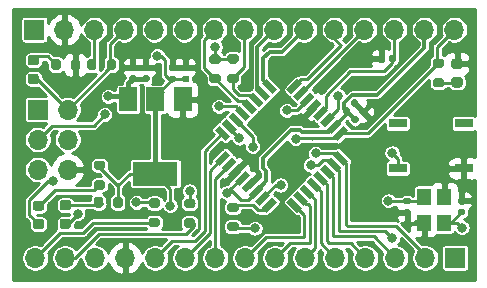
<source format=gbr>
%TF.GenerationSoftware,KiCad,Pcbnew,(5.1.6)-1*%
%TF.CreationDate,2020-11-19T11:34:22+01:00*%
%TF.ProjectId,Karim_Arduino,4b617269-6d5f-4417-9264-75696e6f2e6b,rev?*%
%TF.SameCoordinates,Original*%
%TF.FileFunction,Copper,L1,Top*%
%TF.FilePolarity,Positive*%
%FSLAX46Y46*%
G04 Gerber Fmt 4.6, Leading zero omitted, Abs format (unit mm)*
G04 Created by KiCad (PCBNEW (5.1.6)-1) date 2020-11-19 11:34:22*
%MOMM*%
%LPD*%
G01*
G04 APERTURE LIST*
%TA.AperFunction,ComponentPad*%
%ADD10O,1.700000X1.700000*%
%TD*%
%TA.AperFunction,ComponentPad*%
%ADD11R,1.700000X1.700000*%
%TD*%
%TA.AperFunction,SMDPad,CuDef*%
%ADD12C,0.100000*%
%TD*%
%TA.AperFunction,SMDPad,CuDef*%
%ADD13R,1.200000X1.400000*%
%TD*%
%TA.AperFunction,SMDPad,CuDef*%
%ADD14R,1.524000X0.762000*%
%TD*%
%TA.AperFunction,SMDPad,CuDef*%
%ADD15R,3.800000X2.000000*%
%TD*%
%TA.AperFunction,SMDPad,CuDef*%
%ADD16R,1.500000X2.000000*%
%TD*%
%TA.AperFunction,ViaPad*%
%ADD17C,0.800000*%
%TD*%
%TA.AperFunction,Conductor*%
%ADD18C,0.250000*%
%TD*%
%TA.AperFunction,Conductor*%
%ADD19C,0.300000*%
%TD*%
%TA.AperFunction,Conductor*%
%ADD20C,0.400000*%
%TD*%
%TA.AperFunction,Conductor*%
%ADD21C,0.254000*%
%TD*%
G04 APERTURE END LIST*
%TO.P,D2,2*%
%TO.N,VCC*%
%TA.AperFunction,SMDPad,CuDef*%
G36*
G01*
X121213750Y-84660000D02*
X121726250Y-84660000D01*
G75*
G02*
X121945000Y-84878750I0J-218750D01*
G01*
X121945000Y-85316250D01*
G75*
G02*
X121726250Y-85535000I-218750J0D01*
G01*
X121213750Y-85535000D01*
G75*
G02*
X120995000Y-85316250I0J218750D01*
G01*
X120995000Y-84878750D01*
G75*
G02*
X121213750Y-84660000I218750J0D01*
G01*
G37*
%TD.AperFunction*%
%TO.P,D2,1*%
%TO.N,Net-(D2-Pad1)*%
%TA.AperFunction,SMDPad,CuDef*%
G36*
G01*
X121213750Y-83085000D02*
X121726250Y-83085000D01*
G75*
G02*
X121945000Y-83303750I0J-218750D01*
G01*
X121945000Y-83741250D01*
G75*
G02*
X121726250Y-83960000I-218750J0D01*
G01*
X121213750Y-83960000D01*
G75*
G02*
X120995000Y-83741250I0J218750D01*
G01*
X120995000Y-83303750D01*
G75*
G02*
X121213750Y-83085000I218750J0D01*
G01*
G37*
%TD.AperFunction*%
%TD*%
%TO.P,R1,2*%
%TO.N,RESET*%
%TA.AperFunction,SMDPad,CuDef*%
G36*
G01*
X126825000Y-83625000D02*
X126825000Y-84175000D01*
G75*
G02*
X126625000Y-84375000I-200000J0D01*
G01*
X126225000Y-84375000D01*
G75*
G02*
X126025000Y-84175000I0J200000D01*
G01*
X126025000Y-83625000D01*
G75*
G02*
X126225000Y-83425000I200000J0D01*
G01*
X126625000Y-83425000D01*
G75*
G02*
X126825000Y-83625000I0J-200000D01*
G01*
G37*
%TD.AperFunction*%
%TO.P,R1,1*%
%TO.N,VCC*%
%TA.AperFunction,SMDPad,CuDef*%
G36*
G01*
X128475000Y-83625000D02*
X128475000Y-84175000D01*
G75*
G02*
X128275000Y-84375000I-200000J0D01*
G01*
X127875000Y-84375000D01*
G75*
G02*
X127675000Y-84175000I0J200000D01*
G01*
X127675000Y-83625000D01*
G75*
G02*
X127875000Y-83425000I200000J0D01*
G01*
X128275000Y-83425000D01*
G75*
G02*
X128475000Y-83625000I0J-200000D01*
G01*
G37*
%TD.AperFunction*%
%TD*%
D10*
%TO.P,J3,15*%
%TO.N,SCK*%
X157130000Y-80925000D03*
%TO.P,J3,14*%
%TO.N,VCC*%
X154590000Y-80925000D03*
%TO.P,J3,13*%
%TO.N,AREF*%
X152050000Y-80925000D03*
%TO.P,J3,12*%
%TO.N,A0*%
X149510000Y-80925000D03*
%TO.P,J3,11*%
%TO.N,A1*%
X146970000Y-80925000D03*
%TO.P,J3,10*%
%TO.N,A2*%
X144430000Y-80925000D03*
%TO.P,J3,9*%
%TO.N,A3*%
X141890000Y-80925000D03*
%TO.P,J3,8*%
%TO.N,A4*%
X139350000Y-80925000D03*
%TO.P,J3,7*%
%TO.N,A5*%
X136810000Y-80925000D03*
%TO.P,J3,6*%
%TO.N,A6*%
X134270000Y-80925000D03*
%TO.P,J3,5*%
%TO.N,A7*%
X131730000Y-80925000D03*
%TO.P,J3,4*%
%TO.N,VCC*%
X129190000Y-80925000D03*
%TO.P,J3,3*%
%TO.N,RESET*%
X126650000Y-80925000D03*
%TO.P,J3,2*%
%TO.N,GND*%
X124110000Y-80925000D03*
D11*
%TO.P,J3,1*%
%TO.N,VIN*%
X121570000Y-80925000D03*
%TD*%
%TA.AperFunction,SMDPad,CuDef*%
D12*
%TO.P,U1,1*%
%TO.N,D3*%
G36*
X137233978Y-92452656D02*
G01*
X136838847Y-92057525D01*
X137736872Y-91159500D01*
X138132003Y-91554631D01*
X137233978Y-92452656D01*
G37*
%TD.AperFunction*%
%TA.AperFunction,SMDPad,CuDef*%
%TO.P,U1,2*%
%TO.N,D4*%
G36*
X137799734Y-93018412D02*
G01*
X137404603Y-92623281D01*
X138302628Y-91725256D01*
X138697759Y-92120387D01*
X137799734Y-93018412D01*
G37*
%TD.AperFunction*%
%TA.AperFunction,SMDPad,CuDef*%
%TO.P,U1,3*%
%TO.N,GND*%
G36*
X138365490Y-93584168D02*
G01*
X137970359Y-93189037D01*
X138868384Y-92291012D01*
X139263515Y-92686143D01*
X138365490Y-93584168D01*
G37*
%TD.AperFunction*%
%TA.AperFunction,SMDPad,CuDef*%
%TO.P,U1,4*%
%TO.N,VCC*%
G36*
X138931246Y-94149925D02*
G01*
X138536115Y-93754794D01*
X139434140Y-92856769D01*
X139829271Y-93251900D01*
X138931246Y-94149925D01*
G37*
%TD.AperFunction*%
%TA.AperFunction,SMDPad,CuDef*%
%TO.P,U1,5*%
%TO.N,GND*%
G36*
X139495206Y-94713885D02*
G01*
X139100075Y-94318754D01*
X139998100Y-93420729D01*
X140393231Y-93815860D01*
X139495206Y-94713885D01*
G37*
%TD.AperFunction*%
%TA.AperFunction,SMDPad,CuDef*%
%TO.P,U1,6*%
%TO.N,VCC*%
G36*
X140060963Y-95279641D02*
G01*
X139665832Y-94884510D01*
X140563857Y-93986485D01*
X140958988Y-94381616D01*
X140060963Y-95279641D01*
G37*
%TD.AperFunction*%
%TA.AperFunction,SMDPad,CuDef*%
%TO.P,U1,7*%
%TO.N,HSE_IN*%
G36*
X140626719Y-95845397D02*
G01*
X140231588Y-95450266D01*
X141129613Y-94552241D01*
X141524744Y-94947372D01*
X140626719Y-95845397D01*
G37*
%TD.AperFunction*%
%TA.AperFunction,SMDPad,CuDef*%
%TO.P,U1,8*%
%TO.N,HSE_OUT*%
G36*
X141192475Y-96411153D02*
G01*
X140797344Y-96016022D01*
X141695369Y-95117997D01*
X142090500Y-95513128D01*
X141192475Y-96411153D01*
G37*
%TD.AperFunction*%
%TA.AperFunction,SMDPad,CuDef*%
%TO.P,U1,9*%
%TO.N,D5*%
G36*
X143807525Y-96411153D02*
G01*
X142909500Y-95513128D01*
X143304631Y-95117997D01*
X144202656Y-96016022D01*
X143807525Y-96411153D01*
G37*
%TD.AperFunction*%
%TA.AperFunction,SMDPad,CuDef*%
%TO.P,U1,10*%
%TO.N,D6*%
G36*
X144373281Y-95845397D02*
G01*
X143475256Y-94947372D01*
X143870387Y-94552241D01*
X144768412Y-95450266D01*
X144373281Y-95845397D01*
G37*
%TD.AperFunction*%
%TA.AperFunction,SMDPad,CuDef*%
%TO.P,U1,11*%
%TO.N,D7*%
G36*
X144939037Y-95279641D02*
G01*
X144041012Y-94381616D01*
X144436143Y-93986485D01*
X145334168Y-94884510D01*
X144939037Y-95279641D01*
G37*
%TD.AperFunction*%
%TA.AperFunction,SMDPad,CuDef*%
%TO.P,U1,12*%
%TO.N,D8*%
G36*
X145504794Y-94713885D02*
G01*
X144606769Y-93815860D01*
X145001900Y-93420729D01*
X145899925Y-94318754D01*
X145504794Y-94713885D01*
G37*
%TD.AperFunction*%
%TA.AperFunction,SMDPad,CuDef*%
%TO.P,U1,13*%
%TO.N,D9*%
G36*
X146068754Y-94149925D02*
G01*
X145170729Y-93251900D01*
X145565860Y-92856769D01*
X146463885Y-93754794D01*
X146068754Y-94149925D01*
G37*
%TD.AperFunction*%
%TA.AperFunction,SMDPad,CuDef*%
%TO.P,U1,14*%
%TO.N,D10*%
G36*
X146634510Y-93584168D02*
G01*
X145736485Y-92686143D01*
X146131616Y-92291012D01*
X147029641Y-93189037D01*
X146634510Y-93584168D01*
G37*
%TD.AperFunction*%
%TA.AperFunction,SMDPad,CuDef*%
%TO.P,U1,15*%
%TO.N,MOSI*%
G36*
X147200266Y-93018412D02*
G01*
X146302241Y-92120387D01*
X146697372Y-91725256D01*
X147595397Y-92623281D01*
X147200266Y-93018412D01*
G37*
%TD.AperFunction*%
%TA.AperFunction,SMDPad,CuDef*%
%TO.P,U1,16*%
%TO.N,MISO*%
G36*
X147766022Y-92452656D02*
G01*
X146867997Y-91554631D01*
X147263128Y-91159500D01*
X148161153Y-92057525D01*
X147766022Y-92452656D01*
G37*
%TD.AperFunction*%
%TA.AperFunction,SMDPad,CuDef*%
%TO.P,U1,17*%
%TO.N,SCK*%
G36*
X147263128Y-90340500D02*
G01*
X146867997Y-89945369D01*
X147766022Y-89047344D01*
X148161153Y-89442475D01*
X147263128Y-90340500D01*
G37*
%TD.AperFunction*%
%TA.AperFunction,SMDPad,CuDef*%
%TO.P,U1,18*%
%TO.N,VCC*%
G36*
X146697372Y-89774744D02*
G01*
X146302241Y-89379613D01*
X147200266Y-88481588D01*
X147595397Y-88876719D01*
X146697372Y-89774744D01*
G37*
%TD.AperFunction*%
%TA.AperFunction,SMDPad,CuDef*%
%TO.P,U1,19*%
%TO.N,A6*%
G36*
X146131616Y-89208988D02*
G01*
X145736485Y-88813857D01*
X146634510Y-87915832D01*
X147029641Y-88310963D01*
X146131616Y-89208988D01*
G37*
%TD.AperFunction*%
%TA.AperFunction,SMDPad,CuDef*%
%TO.P,U1,20*%
%TO.N,AREF*%
G36*
X145565860Y-88643231D02*
G01*
X145170729Y-88248100D01*
X146068754Y-87350075D01*
X146463885Y-87745206D01*
X145565860Y-88643231D01*
G37*
%TD.AperFunction*%
%TA.AperFunction,SMDPad,CuDef*%
%TO.P,U1,21*%
%TO.N,GND*%
G36*
X145001900Y-88079271D02*
G01*
X144606769Y-87684140D01*
X145504794Y-86786115D01*
X145899925Y-87181246D01*
X145001900Y-88079271D01*
G37*
%TD.AperFunction*%
%TA.AperFunction,SMDPad,CuDef*%
%TO.P,U1,22*%
%TO.N,A7*%
G36*
X144436143Y-87513515D02*
G01*
X144041012Y-87118384D01*
X144939037Y-86220359D01*
X145334168Y-86615490D01*
X144436143Y-87513515D01*
G37*
%TD.AperFunction*%
%TA.AperFunction,SMDPad,CuDef*%
%TO.P,U1,23*%
%TO.N,A0*%
G36*
X143870387Y-86947759D02*
G01*
X143475256Y-86552628D01*
X144373281Y-85654603D01*
X144768412Y-86049734D01*
X143870387Y-86947759D01*
G37*
%TD.AperFunction*%
%TA.AperFunction,SMDPad,CuDef*%
%TO.P,U1,24*%
%TO.N,A1*%
G36*
X143304631Y-86382003D02*
G01*
X142909500Y-85986872D01*
X143807525Y-85088847D01*
X144202656Y-85483978D01*
X143304631Y-86382003D01*
G37*
%TD.AperFunction*%
%TA.AperFunction,SMDPad,CuDef*%
%TO.P,U1,25*%
%TO.N,A2*%
G36*
X141695369Y-86382003D02*
G01*
X140797344Y-85483978D01*
X141192475Y-85088847D01*
X142090500Y-85986872D01*
X141695369Y-86382003D01*
G37*
%TD.AperFunction*%
%TA.AperFunction,SMDPad,CuDef*%
%TO.P,U1,26*%
%TO.N,A3*%
G36*
X141129613Y-86947759D02*
G01*
X140231588Y-86049734D01*
X140626719Y-85654603D01*
X141524744Y-86552628D01*
X141129613Y-86947759D01*
G37*
%TD.AperFunction*%
%TA.AperFunction,SMDPad,CuDef*%
%TO.P,U1,27*%
%TO.N,A4*%
G36*
X140563857Y-87513515D02*
G01*
X139665832Y-86615490D01*
X140060963Y-86220359D01*
X140958988Y-87118384D01*
X140563857Y-87513515D01*
G37*
%TD.AperFunction*%
%TA.AperFunction,SMDPad,CuDef*%
%TO.P,U1,28*%
%TO.N,A5*%
G36*
X139998100Y-88079271D02*
G01*
X139100075Y-87181246D01*
X139495206Y-86786115D01*
X140393231Y-87684140D01*
X139998100Y-88079271D01*
G37*
%TD.AperFunction*%
%TA.AperFunction,SMDPad,CuDef*%
%TO.P,U1,29*%
%TO.N,RESET*%
G36*
X139434140Y-88643231D02*
G01*
X138536115Y-87745206D01*
X138931246Y-87350075D01*
X139829271Y-88248100D01*
X139434140Y-88643231D01*
G37*
%TD.AperFunction*%
%TA.AperFunction,SMDPad,CuDef*%
%TO.P,U1,30*%
%TO.N,RXI*%
G36*
X138868384Y-89208988D02*
G01*
X137970359Y-88310963D01*
X138365490Y-87915832D01*
X139263515Y-88813857D01*
X138868384Y-89208988D01*
G37*
%TD.AperFunction*%
%TA.AperFunction,SMDPad,CuDef*%
%TO.P,U1,31*%
%TO.N,TXO*%
G36*
X138302628Y-89774744D02*
G01*
X137404603Y-88876719D01*
X137799734Y-88481588D01*
X138697759Y-89379613D01*
X138302628Y-89774744D01*
G37*
%TD.AperFunction*%
%TA.AperFunction,SMDPad,CuDef*%
%TO.P,U1,32*%
%TO.N,D2*%
G36*
X137736872Y-90340500D02*
G01*
X136838847Y-89442475D01*
X137233978Y-89047344D01*
X138132003Y-89945369D01*
X137736872Y-90340500D01*
G37*
%TD.AperFunction*%
%TD*%
%TO.P,R9,2*%
%TO.N,Net-(C9-Pad1)*%
%TA.AperFunction,SMDPad,CuDef*%
G36*
G01*
X138105000Y-97215000D02*
X138655000Y-97215000D01*
G75*
G02*
X138855000Y-97415000I0J-200000D01*
G01*
X138855000Y-97815000D01*
G75*
G02*
X138655000Y-98015000I-200000J0D01*
G01*
X138105000Y-98015000D01*
G75*
G02*
X137905000Y-97815000I0J200000D01*
G01*
X137905000Y-97415000D01*
G75*
G02*
X138105000Y-97215000I200000J0D01*
G01*
G37*
%TD.AperFunction*%
%TO.P,R9,1*%
%TO.N,HSE_OUT*%
%TA.AperFunction,SMDPad,CuDef*%
G36*
G01*
X138105000Y-95565000D02*
X138655000Y-95565000D01*
G75*
G02*
X138855000Y-95765000I0J-200000D01*
G01*
X138855000Y-96165000D01*
G75*
G02*
X138655000Y-96365000I-200000J0D01*
G01*
X138105000Y-96365000D01*
G75*
G02*
X137905000Y-96165000I0J200000D01*
G01*
X137905000Y-95765000D01*
G75*
G02*
X138105000Y-95565000I200000J0D01*
G01*
G37*
%TD.AperFunction*%
%TD*%
%TO.P,R4,2*%
%TO.N,VCC*%
%TA.AperFunction,SMDPad,CuDef*%
G36*
G01*
X137135000Y-83815000D02*
X136585000Y-83815000D01*
G75*
G02*
X136385000Y-83615000I0J200000D01*
G01*
X136385000Y-83215000D01*
G75*
G02*
X136585000Y-83015000I200000J0D01*
G01*
X137135000Y-83015000D01*
G75*
G02*
X137335000Y-83215000I0J-200000D01*
G01*
X137335000Y-83615000D01*
G75*
G02*
X137135000Y-83815000I-200000J0D01*
G01*
G37*
%TD.AperFunction*%
%TO.P,R4,1*%
%TO.N,A5*%
%TA.AperFunction,SMDPad,CuDef*%
G36*
G01*
X137135000Y-85465000D02*
X136585000Y-85465000D01*
G75*
G02*
X136385000Y-85265000I0J200000D01*
G01*
X136385000Y-84865000D01*
G75*
G02*
X136585000Y-84665000I200000J0D01*
G01*
X137135000Y-84665000D01*
G75*
G02*
X137335000Y-84865000I0J-200000D01*
G01*
X137335000Y-85265000D01*
G75*
G02*
X137135000Y-85465000I-200000J0D01*
G01*
G37*
%TD.AperFunction*%
%TD*%
D10*
%TO.P,J2,15*%
%TO.N,Net-(J2-Pad15)*%
X121640000Y-100250000D03*
%TO.P,J2,14*%
%TO.N,Net-(J2-Pad14)*%
X124180000Y-100250000D03*
%TO.P,J2,13*%
%TO.N,RESET*%
X126720000Y-100250000D03*
%TO.P,J2,12*%
%TO.N,GND*%
X129260000Y-100250000D03*
%TO.P,J2,11*%
%TO.N,D2*%
X131800000Y-100250000D03*
%TO.P,J2,10*%
%TO.N,D3*%
X134340000Y-100250000D03*
%TO.P,J2,9*%
%TO.N,D4*%
X136880000Y-100250000D03*
%TO.P,J2,8*%
%TO.N,D5*%
X139420000Y-100250000D03*
%TO.P,J2,7*%
%TO.N,D6*%
X141960000Y-100250000D03*
%TO.P,J2,6*%
%TO.N,D7*%
X144500000Y-100250000D03*
%TO.P,J2,5*%
%TO.N,D8*%
X147040000Y-100250000D03*
%TO.P,J2,4*%
%TO.N,D9*%
X149580000Y-100250000D03*
%TO.P,J2,3*%
%TO.N,D10*%
X152120000Y-100250000D03*
%TO.P,J2,2*%
%TO.N,MISO*%
X154660000Y-100250000D03*
D11*
%TO.P,J2,1*%
%TO.N,MOSI*%
X157200000Y-100250000D03*
%TD*%
%TO.P,C1,1*%
%TO.N,VCC*%
%TA.AperFunction,SMDPad,CuDef*%
G36*
G01*
X148632807Y-88857609D02*
X148392391Y-88617193D01*
G75*
G02*
X148392391Y-88419203I98995J98995D01*
G01*
X148590381Y-88221213D01*
G75*
G02*
X148788371Y-88221213I98995J-98995D01*
G01*
X149028787Y-88461629D01*
G75*
G02*
X149028787Y-88659619I-98995J-98995D01*
G01*
X148830797Y-88857609D01*
G75*
G02*
X148632807Y-88857609I-98995J98995D01*
G01*
G37*
%TD.AperFunction*%
%TO.P,C1,2*%
%TO.N,GND*%
%TA.AperFunction,SMDPad,CuDef*%
G36*
G01*
X149311629Y-88178787D02*
X149071213Y-87938371D01*
G75*
G02*
X149071213Y-87740381I98995J98995D01*
G01*
X149269203Y-87542391D01*
G75*
G02*
X149467193Y-87542391I98995J-98995D01*
G01*
X149707609Y-87782807D01*
G75*
G02*
X149707609Y-87980797I-98995J-98995D01*
G01*
X149509619Y-88178787D01*
G75*
G02*
X149311629Y-88178787I-98995J98995D01*
G01*
G37*
%TD.AperFunction*%
%TD*%
%TO.P,C2,2*%
%TO.N,GND*%
%TA.AperFunction,SMDPad,CuDef*%
G36*
G01*
X148611629Y-87468787D02*
X148371213Y-87228371D01*
G75*
G02*
X148371213Y-87030381I98995J98995D01*
G01*
X148569203Y-86832391D01*
G75*
G02*
X148767193Y-86832391I98995J-98995D01*
G01*
X149007609Y-87072807D01*
G75*
G02*
X149007609Y-87270797I-98995J-98995D01*
G01*
X148809619Y-87468787D01*
G75*
G02*
X148611629Y-87468787I-98995J98995D01*
G01*
G37*
%TD.AperFunction*%
%TO.P,C2,1*%
%TO.N,VCC*%
%TA.AperFunction,SMDPad,CuDef*%
G36*
G01*
X147932807Y-88147609D02*
X147692391Y-87907193D01*
G75*
G02*
X147692391Y-87709203I98995J98995D01*
G01*
X147890381Y-87511213D01*
G75*
G02*
X148088371Y-87511213I98995J-98995D01*
G01*
X148328787Y-87751629D01*
G75*
G02*
X148328787Y-87949619I-98995J-98995D01*
G01*
X148130797Y-88147609D01*
G75*
G02*
X147932807Y-88147609I-98995J98995D01*
G01*
G37*
%TD.AperFunction*%
%TD*%
%TO.P,C3,1*%
%TO.N,AREF*%
%TA.AperFunction,SMDPad,CuDef*%
G36*
G01*
X152160000Y-83230000D02*
X152160000Y-83570000D01*
G75*
G02*
X152020000Y-83710000I-140000J0D01*
G01*
X151740000Y-83710000D01*
G75*
G02*
X151600000Y-83570000I0J140000D01*
G01*
X151600000Y-83230000D01*
G75*
G02*
X151740000Y-83090000I140000J0D01*
G01*
X152020000Y-83090000D01*
G75*
G02*
X152160000Y-83230000I0J-140000D01*
G01*
G37*
%TD.AperFunction*%
%TO.P,C3,2*%
%TO.N,GND*%
%TA.AperFunction,SMDPad,CuDef*%
G36*
G01*
X151200000Y-83230000D02*
X151200000Y-83570000D01*
G75*
G02*
X151060000Y-83710000I-140000J0D01*
G01*
X150780000Y-83710000D01*
G75*
G02*
X150640000Y-83570000I0J140000D01*
G01*
X150640000Y-83230000D01*
G75*
G02*
X150780000Y-83090000I140000J0D01*
G01*
X151060000Y-83090000D01*
G75*
G02*
X151200000Y-83230000I0J-140000D01*
G01*
G37*
%TD.AperFunction*%
%TD*%
%TO.P,C4,2*%
%TO.N,GND*%
%TA.AperFunction,SMDPad,CuDef*%
G36*
G01*
X131180000Y-84390000D02*
X130840000Y-84390000D01*
G75*
G02*
X130700000Y-84250000I0J140000D01*
G01*
X130700000Y-83970000D01*
G75*
G02*
X130840000Y-83830000I140000J0D01*
G01*
X131180000Y-83830000D01*
G75*
G02*
X131320000Y-83970000I0J-140000D01*
G01*
X131320000Y-84250000D01*
G75*
G02*
X131180000Y-84390000I-140000J0D01*
G01*
G37*
%TD.AperFunction*%
%TO.P,C4,1*%
%TO.N,VIN*%
%TA.AperFunction,SMDPad,CuDef*%
G36*
G01*
X131180000Y-85350000D02*
X130840000Y-85350000D01*
G75*
G02*
X130700000Y-85210000I0J140000D01*
G01*
X130700000Y-84930000D01*
G75*
G02*
X130840000Y-84790000I140000J0D01*
G01*
X131180000Y-84790000D01*
G75*
G02*
X131320000Y-84930000I0J-140000D01*
G01*
X131320000Y-85210000D01*
G75*
G02*
X131180000Y-85350000I-140000J0D01*
G01*
G37*
%TD.AperFunction*%
%TD*%
%TO.P,C5,1*%
%TO.N,VIN*%
%TA.AperFunction,SMDPad,CuDef*%
G36*
G01*
X130080000Y-85360000D02*
X129740000Y-85360000D01*
G75*
G02*
X129600000Y-85220000I0J140000D01*
G01*
X129600000Y-84940000D01*
G75*
G02*
X129740000Y-84800000I140000J0D01*
G01*
X130080000Y-84800000D01*
G75*
G02*
X130220000Y-84940000I0J-140000D01*
G01*
X130220000Y-85220000D01*
G75*
G02*
X130080000Y-85360000I-140000J0D01*
G01*
G37*
%TD.AperFunction*%
%TO.P,C5,2*%
%TO.N,GND*%
%TA.AperFunction,SMDPad,CuDef*%
G36*
G01*
X130080000Y-84400000D02*
X129740000Y-84400000D01*
G75*
G02*
X129600000Y-84260000I0J140000D01*
G01*
X129600000Y-83980000D01*
G75*
G02*
X129740000Y-83840000I140000J0D01*
G01*
X130080000Y-83840000D01*
G75*
G02*
X130220000Y-83980000I0J-140000D01*
G01*
X130220000Y-84260000D01*
G75*
G02*
X130080000Y-84400000I-140000J0D01*
G01*
G37*
%TD.AperFunction*%
%TD*%
%TO.P,C6,2*%
%TO.N,GND*%
%TA.AperFunction,SMDPad,CuDef*%
G36*
G01*
X133440000Y-84420000D02*
X133100000Y-84420000D01*
G75*
G02*
X132960000Y-84280000I0J140000D01*
G01*
X132960000Y-84000000D01*
G75*
G02*
X133100000Y-83860000I140000J0D01*
G01*
X133440000Y-83860000D01*
G75*
G02*
X133580000Y-84000000I0J-140000D01*
G01*
X133580000Y-84280000D01*
G75*
G02*
X133440000Y-84420000I-140000J0D01*
G01*
G37*
%TD.AperFunction*%
%TO.P,C6,1*%
%TO.N,VCC*%
%TA.AperFunction,SMDPad,CuDef*%
G36*
G01*
X133440000Y-85380000D02*
X133100000Y-85380000D01*
G75*
G02*
X132960000Y-85240000I0J140000D01*
G01*
X132960000Y-84960000D01*
G75*
G02*
X133100000Y-84820000I140000J0D01*
G01*
X133440000Y-84820000D01*
G75*
G02*
X133580000Y-84960000I0J-140000D01*
G01*
X133580000Y-85240000D01*
G75*
G02*
X133440000Y-85380000I-140000J0D01*
G01*
G37*
%TD.AperFunction*%
%TD*%
%TO.P,C7,1*%
%TO.N,VCC*%
%TA.AperFunction,SMDPad,CuDef*%
G36*
G01*
X134560000Y-85380000D02*
X134220000Y-85380000D01*
G75*
G02*
X134080000Y-85240000I0J140000D01*
G01*
X134080000Y-84960000D01*
G75*
G02*
X134220000Y-84820000I140000J0D01*
G01*
X134560000Y-84820000D01*
G75*
G02*
X134700000Y-84960000I0J-140000D01*
G01*
X134700000Y-85240000D01*
G75*
G02*
X134560000Y-85380000I-140000J0D01*
G01*
G37*
%TD.AperFunction*%
%TO.P,C7,2*%
%TO.N,GND*%
%TA.AperFunction,SMDPad,CuDef*%
G36*
G01*
X134560000Y-84420000D02*
X134220000Y-84420000D01*
G75*
G02*
X134080000Y-84280000I0J140000D01*
G01*
X134080000Y-84000000D01*
G75*
G02*
X134220000Y-83860000I140000J0D01*
G01*
X134560000Y-83860000D01*
G75*
G02*
X134700000Y-84000000I0J-140000D01*
G01*
X134700000Y-84280000D01*
G75*
G02*
X134560000Y-84420000I-140000J0D01*
G01*
G37*
%TD.AperFunction*%
%TD*%
%TO.P,C8,1*%
%TO.N,HSE_IN*%
%TA.AperFunction,SMDPad,CuDef*%
G36*
G01*
X152950000Y-95170000D02*
X153290000Y-95170000D01*
G75*
G02*
X153430000Y-95310000I0J-140000D01*
G01*
X153430000Y-95590000D01*
G75*
G02*
X153290000Y-95730000I-140000J0D01*
G01*
X152950000Y-95730000D01*
G75*
G02*
X152810000Y-95590000I0J140000D01*
G01*
X152810000Y-95310000D01*
G75*
G02*
X152950000Y-95170000I140000J0D01*
G01*
G37*
%TD.AperFunction*%
%TO.P,C8,2*%
%TO.N,GND*%
%TA.AperFunction,SMDPad,CuDef*%
G36*
G01*
X152950000Y-96130000D02*
X153290000Y-96130000D01*
G75*
G02*
X153430000Y-96270000I0J-140000D01*
G01*
X153430000Y-96550000D01*
G75*
G02*
X153290000Y-96690000I-140000J0D01*
G01*
X152950000Y-96690000D01*
G75*
G02*
X152810000Y-96550000I0J140000D01*
G01*
X152810000Y-96270000D01*
G75*
G02*
X152950000Y-96130000I140000J0D01*
G01*
G37*
%TD.AperFunction*%
%TD*%
%TO.P,C9,2*%
%TO.N,GND*%
%TA.AperFunction,SMDPad,CuDef*%
G36*
G01*
X157900000Y-95700000D02*
X157560000Y-95700000D01*
G75*
G02*
X157420000Y-95560000I0J140000D01*
G01*
X157420000Y-95280000D01*
G75*
G02*
X157560000Y-95140000I140000J0D01*
G01*
X157900000Y-95140000D01*
G75*
G02*
X158040000Y-95280000I0J-140000D01*
G01*
X158040000Y-95560000D01*
G75*
G02*
X157900000Y-95700000I-140000J0D01*
G01*
G37*
%TD.AperFunction*%
%TO.P,C9,1*%
%TO.N,Net-(C9-Pad1)*%
%TA.AperFunction,SMDPad,CuDef*%
G36*
G01*
X157900000Y-96660000D02*
X157560000Y-96660000D01*
G75*
G02*
X157420000Y-96520000I0J140000D01*
G01*
X157420000Y-96240000D01*
G75*
G02*
X157560000Y-96100000I140000J0D01*
G01*
X157900000Y-96100000D01*
G75*
G02*
X158040000Y-96240000I0J-140000D01*
G01*
X158040000Y-96520000D01*
G75*
G02*
X157900000Y-96660000I-140000J0D01*
G01*
G37*
%TD.AperFunction*%
%TD*%
%TO.P,D1,1*%
%TO.N,GND*%
%TA.AperFunction,SMDPad,CuDef*%
G36*
G01*
X157093750Y-83375000D02*
X157606250Y-83375000D01*
G75*
G02*
X157825000Y-83593750I0J-218750D01*
G01*
X157825000Y-84031250D01*
G75*
G02*
X157606250Y-84250000I-218750J0D01*
G01*
X157093750Y-84250000D01*
G75*
G02*
X156875000Y-84031250I0J218750D01*
G01*
X156875000Y-83593750D01*
G75*
G02*
X157093750Y-83375000I218750J0D01*
G01*
G37*
%TD.AperFunction*%
%TO.P,D1,2*%
%TO.N,Net-(D1-Pad2)*%
%TA.AperFunction,SMDPad,CuDef*%
G36*
G01*
X157093750Y-84950000D02*
X157606250Y-84950000D01*
G75*
G02*
X157825000Y-85168750I0J-218750D01*
G01*
X157825000Y-85606250D01*
G75*
G02*
X157606250Y-85825000I-218750J0D01*
G01*
X157093750Y-85825000D01*
G75*
G02*
X156875000Y-85606250I0J218750D01*
G01*
X156875000Y-85168750D01*
G75*
G02*
X157093750Y-84950000I218750J0D01*
G01*
G37*
%TD.AperFunction*%
%TD*%
%TO.P,D3,1*%
%TO.N,TXO*%
%TA.AperFunction,SMDPad,CuDef*%
G36*
G01*
X122176250Y-97842500D02*
X121663750Y-97842500D01*
G75*
G02*
X121445000Y-97623750I0J218750D01*
G01*
X121445000Y-97186250D01*
G75*
G02*
X121663750Y-96967500I218750J0D01*
G01*
X122176250Y-96967500D01*
G75*
G02*
X122395000Y-97186250I0J-218750D01*
G01*
X122395000Y-97623750D01*
G75*
G02*
X122176250Y-97842500I-218750J0D01*
G01*
G37*
%TD.AperFunction*%
%TO.P,D3,2*%
%TO.N,Net-(D3-Pad2)*%
%TA.AperFunction,SMDPad,CuDef*%
G36*
G01*
X122176250Y-96267500D02*
X121663750Y-96267500D01*
G75*
G02*
X121445000Y-96048750I0J218750D01*
G01*
X121445000Y-95611250D01*
G75*
G02*
X121663750Y-95392500I218750J0D01*
G01*
X122176250Y-95392500D01*
G75*
G02*
X122395000Y-95611250I0J-218750D01*
G01*
X122395000Y-96048750D01*
G75*
G02*
X122176250Y-96267500I-218750J0D01*
G01*
G37*
%TD.AperFunction*%
%TD*%
%TO.P,D4,2*%
%TO.N,Net-(D4-Pad2)*%
%TA.AperFunction,SMDPad,CuDef*%
G36*
G01*
X124446250Y-96222500D02*
X123933750Y-96222500D01*
G75*
G02*
X123715000Y-96003750I0J218750D01*
G01*
X123715000Y-95566250D01*
G75*
G02*
X123933750Y-95347500I218750J0D01*
G01*
X124446250Y-95347500D01*
G75*
G02*
X124665000Y-95566250I0J-218750D01*
G01*
X124665000Y-96003750D01*
G75*
G02*
X124446250Y-96222500I-218750J0D01*
G01*
G37*
%TD.AperFunction*%
%TO.P,D4,1*%
%TO.N,RXI*%
%TA.AperFunction,SMDPad,CuDef*%
G36*
G01*
X124446250Y-97797500D02*
X123933750Y-97797500D01*
G75*
G02*
X123715000Y-97578750I0J218750D01*
G01*
X123715000Y-97141250D01*
G75*
G02*
X123933750Y-96922500I218750J0D01*
G01*
X124446250Y-96922500D01*
G75*
G02*
X124665000Y-97141250I0J-218750D01*
G01*
X124665000Y-97578750D01*
G75*
G02*
X124446250Y-97797500I-218750J0D01*
G01*
G37*
%TD.AperFunction*%
%TD*%
D13*
%TO.P,HSE1,1*%
%TO.N,HSE_IN*%
X154560000Y-95060000D03*
%TO.P,HSE1,2*%
%TO.N,GND*%
X154560000Y-97260000D03*
%TO.P,HSE1,3*%
%TO.N,Net-(C9-Pad1)*%
X156260000Y-97260000D03*
%TO.P,HSE1,4*%
%TO.N,GND*%
X156260000Y-95060000D03*
%TD*%
D10*
%TO.P,J1,6*%
%TO.N,GND*%
X124390000Y-92770000D03*
%TO.P,J1,5*%
%TO.N,RESET*%
X121850000Y-92770000D03*
%TO.P,J1,4*%
%TO.N,MOSI*%
X124390000Y-90230000D03*
%TO.P,J1,3*%
%TO.N,SCK*%
X121850000Y-90230000D03*
%TO.P,J1,2*%
%TO.N,VCC*%
X124390000Y-87690000D03*
D11*
%TO.P,J1,1*%
%TO.N,MISO*%
X121850000Y-87690000D03*
%TD*%
%TO.P,R2,1*%
%TO.N,SCK*%
%TA.AperFunction,SMDPad,CuDef*%
G36*
G01*
X155500000Y-83370000D02*
X156050000Y-83370000D01*
G75*
G02*
X156250000Y-83570000I0J-200000D01*
G01*
X156250000Y-83970000D01*
G75*
G02*
X156050000Y-84170000I-200000J0D01*
G01*
X155500000Y-84170000D01*
G75*
G02*
X155300000Y-83970000I0J200000D01*
G01*
X155300000Y-83570000D01*
G75*
G02*
X155500000Y-83370000I200000J0D01*
G01*
G37*
%TD.AperFunction*%
%TO.P,R2,2*%
%TO.N,Net-(D1-Pad2)*%
%TA.AperFunction,SMDPad,CuDef*%
G36*
G01*
X155500000Y-85020000D02*
X156050000Y-85020000D01*
G75*
G02*
X156250000Y-85220000I0J-200000D01*
G01*
X156250000Y-85620000D01*
G75*
G02*
X156050000Y-85820000I-200000J0D01*
G01*
X155500000Y-85820000D01*
G75*
G02*
X155300000Y-85620000I0J200000D01*
G01*
X155300000Y-85220000D01*
G75*
G02*
X155500000Y-85020000I200000J0D01*
G01*
G37*
%TD.AperFunction*%
%TD*%
%TO.P,R3,2*%
%TO.N,GND*%
%TA.AperFunction,SMDPad,CuDef*%
G36*
G01*
X124635000Y-84175000D02*
X124635000Y-83625000D01*
G75*
G02*
X124835000Y-83425000I200000J0D01*
G01*
X125235000Y-83425000D01*
G75*
G02*
X125435000Y-83625000I0J-200000D01*
G01*
X125435000Y-84175000D01*
G75*
G02*
X125235000Y-84375000I-200000J0D01*
G01*
X124835000Y-84375000D01*
G75*
G02*
X124635000Y-84175000I0J200000D01*
G01*
G37*
%TD.AperFunction*%
%TO.P,R3,1*%
%TO.N,Net-(D2-Pad1)*%
%TA.AperFunction,SMDPad,CuDef*%
G36*
G01*
X122985000Y-84175000D02*
X122985000Y-83625000D01*
G75*
G02*
X123185000Y-83425000I200000J0D01*
G01*
X123585000Y-83425000D01*
G75*
G02*
X123785000Y-83625000I0J-200000D01*
G01*
X123785000Y-84175000D01*
G75*
G02*
X123585000Y-84375000I-200000J0D01*
G01*
X123185000Y-84375000D01*
G75*
G02*
X122985000Y-84175000I0J200000D01*
G01*
G37*
%TD.AperFunction*%
%TD*%
%TO.P,R5,1*%
%TO.N,A4*%
%TA.AperFunction,SMDPad,CuDef*%
G36*
G01*
X138655000Y-85445000D02*
X138105000Y-85445000D01*
G75*
G02*
X137905000Y-85245000I0J200000D01*
G01*
X137905000Y-84845000D01*
G75*
G02*
X138105000Y-84645000I200000J0D01*
G01*
X138655000Y-84645000D01*
G75*
G02*
X138855000Y-84845000I0J-200000D01*
G01*
X138855000Y-85245000D01*
G75*
G02*
X138655000Y-85445000I-200000J0D01*
G01*
G37*
%TD.AperFunction*%
%TO.P,R5,2*%
%TO.N,VCC*%
%TA.AperFunction,SMDPad,CuDef*%
G36*
G01*
X138655000Y-83795000D02*
X138105000Y-83795000D01*
G75*
G02*
X137905000Y-83595000I0J200000D01*
G01*
X137905000Y-83195000D01*
G75*
G02*
X138105000Y-82995000I200000J0D01*
G01*
X138655000Y-82995000D01*
G75*
G02*
X138855000Y-83195000I0J-200000D01*
G01*
X138855000Y-83595000D01*
G75*
G02*
X138655000Y-83795000I-200000J0D01*
G01*
G37*
%TD.AperFunction*%
%TD*%
%TO.P,R6,1*%
%TO.N,TXO*%
%TA.AperFunction,SMDPad,CuDef*%
G36*
G01*
X131435000Y-95210000D02*
X131985000Y-95210000D01*
G75*
G02*
X132185000Y-95410000I0J-200000D01*
G01*
X132185000Y-95810000D01*
G75*
G02*
X131985000Y-96010000I-200000J0D01*
G01*
X131435000Y-96010000D01*
G75*
G02*
X131235000Y-95810000I0J200000D01*
G01*
X131235000Y-95410000D01*
G75*
G02*
X131435000Y-95210000I200000J0D01*
G01*
G37*
%TD.AperFunction*%
%TO.P,R6,2*%
%TO.N,Net-(J2-Pad15)*%
%TA.AperFunction,SMDPad,CuDef*%
G36*
G01*
X131435000Y-96860000D02*
X131985000Y-96860000D01*
G75*
G02*
X132185000Y-97060000I0J-200000D01*
G01*
X132185000Y-97460000D01*
G75*
G02*
X131985000Y-97660000I-200000J0D01*
G01*
X131435000Y-97660000D01*
G75*
G02*
X131235000Y-97460000I0J200000D01*
G01*
X131235000Y-97060000D01*
G75*
G02*
X131435000Y-96860000I200000J0D01*
G01*
G37*
%TD.AperFunction*%
%TD*%
%TO.P,R7,1*%
%TO.N,Net-(J2-Pad14)*%
%TA.AperFunction,SMDPad,CuDef*%
G36*
G01*
X134995000Y-97695000D02*
X134445000Y-97695000D01*
G75*
G02*
X134245000Y-97495000I0J200000D01*
G01*
X134245000Y-97095000D01*
G75*
G02*
X134445000Y-96895000I200000J0D01*
G01*
X134995000Y-96895000D01*
G75*
G02*
X135195000Y-97095000I0J-200000D01*
G01*
X135195000Y-97495000D01*
G75*
G02*
X134995000Y-97695000I-200000J0D01*
G01*
G37*
%TD.AperFunction*%
%TO.P,R7,2*%
%TO.N,RXI*%
%TA.AperFunction,SMDPad,CuDef*%
G36*
G01*
X134995000Y-96045000D02*
X134445000Y-96045000D01*
G75*
G02*
X134245000Y-95845000I0J200000D01*
G01*
X134245000Y-95445000D01*
G75*
G02*
X134445000Y-95245000I200000J0D01*
G01*
X134995000Y-95245000D01*
G75*
G02*
X135195000Y-95445000I0J-200000D01*
G01*
X135195000Y-95845000D01*
G75*
G02*
X134995000Y-96045000I-200000J0D01*
G01*
G37*
%TD.AperFunction*%
%TD*%
%TO.P,R8,2*%
%TO.N,VCC*%
%TA.AperFunction,SMDPad,CuDef*%
G36*
G01*
X127355000Y-92815000D02*
X126805000Y-92815000D01*
G75*
G02*
X126605000Y-92615000I0J200000D01*
G01*
X126605000Y-92215000D01*
G75*
G02*
X126805000Y-92015000I200000J0D01*
G01*
X127355000Y-92015000D01*
G75*
G02*
X127555000Y-92215000I0J-200000D01*
G01*
X127555000Y-92615000D01*
G75*
G02*
X127355000Y-92815000I-200000J0D01*
G01*
G37*
%TD.AperFunction*%
%TO.P,R8,1*%
%TO.N,Net-(D3-Pad2)*%
%TA.AperFunction,SMDPad,CuDef*%
G36*
G01*
X127355000Y-94465000D02*
X126805000Y-94465000D01*
G75*
G02*
X126605000Y-94265000I0J200000D01*
G01*
X126605000Y-93865000D01*
G75*
G02*
X126805000Y-93665000I200000J0D01*
G01*
X127355000Y-93665000D01*
G75*
G02*
X127555000Y-93865000I0J-200000D01*
G01*
X127555000Y-94265000D01*
G75*
G02*
X127355000Y-94465000I-200000J0D01*
G01*
G37*
%TD.AperFunction*%
%TD*%
%TO.P,R10,1*%
%TO.N,Net-(D4-Pad2)*%
%TA.AperFunction,SMDPad,CuDef*%
G36*
G01*
X126585000Y-95815000D02*
X126585000Y-95265000D01*
G75*
G02*
X126785000Y-95065000I200000J0D01*
G01*
X127185000Y-95065000D01*
G75*
G02*
X127385000Y-95265000I0J-200000D01*
G01*
X127385000Y-95815000D01*
G75*
G02*
X127185000Y-96015000I-200000J0D01*
G01*
X126785000Y-96015000D01*
G75*
G02*
X126585000Y-95815000I0J200000D01*
G01*
G37*
%TD.AperFunction*%
%TO.P,R10,2*%
%TO.N,VCC*%
%TA.AperFunction,SMDPad,CuDef*%
G36*
G01*
X128235000Y-95815000D02*
X128235000Y-95265000D01*
G75*
G02*
X128435000Y-95065000I200000J0D01*
G01*
X128835000Y-95065000D01*
G75*
G02*
X129035000Y-95265000I0J-200000D01*
G01*
X129035000Y-95815000D01*
G75*
G02*
X128835000Y-96015000I-200000J0D01*
G01*
X128435000Y-96015000D01*
G75*
G02*
X128235000Y-95815000I0J200000D01*
G01*
G37*
%TD.AperFunction*%
%TD*%
D14*
%TO.P,SW1,1*%
%TO.N,GND*%
X157919000Y-92680000D03*
%TO.P,SW1,2*%
%TO.N,RESET*%
X152331000Y-92680000D03*
%TO.P,SW1,3*%
%TO.N,N/C*%
X157919000Y-88870000D03*
%TO.P,SW1,4*%
X152331000Y-88870000D03*
%TD*%
D15*
%TO.P,U2,2*%
%TO.N,VCC*%
X131810000Y-93130000D03*
D16*
X131810000Y-86830000D03*
%TO.P,U2,3*%
%TO.N,VIN*%
X129510000Y-86830000D03*
%TO.P,U2,1*%
%TO.N,GND*%
X134110000Y-86830000D03*
%TD*%
D17*
%TO.N,VCC*%
X137870000Y-94740000D03*
X133060000Y-95840000D03*
X136860000Y-82410000D03*
X131980000Y-83130000D03*
%TO.N,VIN*%
X127810000Y-86570000D03*
%TO.N,HSE_IN*%
X142410000Y-94080000D03*
X151540000Y-95420000D03*
%TO.N,Net-(C9-Pad1)*%
X157770000Y-97690000D03*
X140240000Y-97740000D03*
%TO.N,TXO*%
X130210000Y-95550000D03*
X138920000Y-90105000D03*
X123130000Y-93770000D03*
%TO.N,RXI*%
X140050000Y-90830000D03*
X134720000Y-94590000D03*
X125250000Y-96510000D03*
%TO.N,MISO*%
X145370000Y-91390510D03*
%TO.N,SCK*%
X143680000Y-90150000D03*
X127520000Y-88110000D03*
%TO.N,MOSI*%
X151870000Y-98580000D03*
X144959534Y-92389238D03*
%TO.N,RESET*%
X137199847Y-87420153D03*
X151850000Y-91360000D03*
%TO.N,A7*%
X142920000Y-87770000D03*
%TO.N,A6*%
X147307970Y-86537970D03*
%TD*%
D18*
%TO.N,VCC*%
X138295000Y-83415000D02*
X138370000Y-83340000D01*
D19*
X140900000Y-92620000D02*
X141170000Y-92890000D01*
X141170000Y-93775473D02*
X140312410Y-94633063D01*
X141170000Y-92890000D02*
X141170000Y-93775473D01*
X148010589Y-87839411D02*
X148710589Y-88539411D01*
X148010589Y-87829411D02*
X148010589Y-87839411D01*
X148010589Y-88066396D02*
X146948819Y-89128166D01*
X148010589Y-87829411D02*
X148010589Y-88066396D01*
X154590000Y-80925000D02*
X154590000Y-82450000D01*
X147791386Y-87610208D02*
X148010589Y-87829411D01*
X148465226Y-86441376D02*
X147791386Y-87115216D01*
X147791386Y-87115216D02*
X147791386Y-87610208D01*
X150598624Y-86441376D02*
X148465226Y-86441376D01*
X154590000Y-82450000D02*
X150598624Y-86441376D01*
D18*
X127980000Y-82135000D02*
X129190000Y-80925000D01*
X127980000Y-84070000D02*
X127980000Y-82135000D01*
D19*
X140900000Y-91819998D02*
X140900000Y-92620000D01*
X143319999Y-89399999D02*
X140900000Y-91819998D01*
X144217180Y-89577178D02*
X144040001Y-89399999D01*
X146499807Y-89577178D02*
X144217180Y-89577178D01*
X144040001Y-89399999D02*
X143319999Y-89399999D01*
X146948819Y-89128166D02*
X146499807Y-89577178D01*
D18*
X129630000Y-93130000D02*
X128660000Y-94100000D01*
X131810000Y-93130000D02*
X129630000Y-93130000D01*
X128635000Y-94125000D02*
X128660000Y-94100000D01*
X128635000Y-95540000D02*
X128635000Y-94125000D01*
X132450000Y-86190000D02*
X131810000Y-86830000D01*
X128075000Y-84005000D02*
X124390000Y-87690000D01*
X128075000Y-83900000D02*
X128075000Y-84005000D01*
X138360000Y-83415000D02*
X138380000Y-83395000D01*
X136860000Y-83415000D02*
X138360000Y-83415000D01*
D20*
X131810000Y-86830000D02*
X131810000Y-93130000D01*
D18*
X127080000Y-92570000D02*
X128635000Y-94125000D01*
X127080000Y-92415000D02*
X127080000Y-92570000D01*
X121797500Y-85097500D02*
X124390000Y-87690000D01*
X121470000Y-85097500D02*
X121797500Y-85097500D01*
X139182693Y-93503347D02*
X139106653Y-93503347D01*
X131810000Y-93130000D02*
X131810000Y-93170000D01*
X131810000Y-93130000D02*
X131810000Y-93930000D01*
X131810000Y-93130000D02*
X131810000Y-93150000D01*
X133060000Y-94400000D02*
X133060000Y-95840000D01*
X131810000Y-93150000D02*
X133060000Y-94400000D01*
X136860000Y-83415000D02*
X136860000Y-82410000D01*
X131910000Y-86730000D02*
X131810000Y-86830000D01*
X131810000Y-86560000D02*
X133270000Y-85100000D01*
X131810000Y-86830000D02*
X131810000Y-86560000D01*
X133270000Y-85100000D02*
X134390000Y-85100000D01*
X132634990Y-84774990D02*
X132634990Y-83455010D01*
X133270000Y-85100000D02*
X132960000Y-85100000D01*
X132960000Y-85100000D02*
X132634990Y-84774990D01*
X132309980Y-83130000D02*
X131980000Y-83130000D01*
X132634990Y-83455010D02*
X132309980Y-83130000D01*
X139629832Y-95315641D02*
X140312410Y-94633063D01*
X138165000Y-94445000D02*
X138165000Y-94455000D01*
X138165000Y-94445000D02*
X137870000Y-94740000D01*
X139106653Y-93503347D02*
X138165000Y-94445000D01*
X139025641Y-95315641D02*
X139629832Y-95315641D01*
X138165000Y-94455000D02*
X139025641Y-95315641D01*
%TO.N,AREF*%
X152050000Y-83230000D02*
X151880000Y-83400000D01*
X152050000Y-80925000D02*
X152050000Y-83230000D01*
X151880000Y-83710000D02*
X151130000Y-84460000D01*
X151880000Y-83400000D02*
X151880000Y-83710000D01*
X146266319Y-87547641D02*
X145817307Y-87996653D01*
X146266319Y-86506619D02*
X146266319Y-87547641D01*
X148312938Y-84460000D02*
X146266319Y-86506619D01*
X151130000Y-84460000D02*
X148312938Y-84460000D01*
D20*
%TO.N,VIN*%
X129400000Y-86720000D02*
X129510000Y-86830000D01*
X129580000Y-86760000D02*
X129510000Y-86830000D01*
X129250000Y-86570000D02*
X129510000Y-86830000D01*
X127810000Y-86570000D02*
X129250000Y-86570000D01*
X131000000Y-85080000D02*
X131010000Y-85070000D01*
X129910000Y-85080000D02*
X131000000Y-85080000D01*
X129510000Y-85480000D02*
X129910000Y-85080000D01*
X129510000Y-86830000D02*
X129510000Y-85480000D01*
D18*
%TO.N,HSE_IN*%
X154170000Y-95450000D02*
X154560000Y-95060000D01*
X153120000Y-95450000D02*
X154170000Y-95450000D01*
X140878166Y-95198819D02*
X141996985Y-94080000D01*
X141996985Y-94080000D02*
X142410000Y-94080000D01*
X153120000Y-95450000D02*
X151570000Y-95450000D01*
X151570000Y-95450000D02*
X151540000Y-95420000D01*
%TO.N,Net-(C9-Pad1)*%
X156850000Y-97260000D02*
X157730000Y-96380000D01*
X156260000Y-97260000D02*
X156850000Y-97260000D01*
X156260000Y-97260000D02*
X157340000Y-97260000D01*
X157340000Y-97260000D02*
X157770000Y-97690000D01*
X138505000Y-97740000D02*
X138380000Y-97615000D01*
X140240000Y-97740000D02*
X138505000Y-97740000D01*
%TO.N,Net-(D1-Pad2)*%
X155775000Y-85420000D02*
X156000000Y-85420000D01*
X157575000Y-85420000D02*
X157625000Y-85370000D01*
X155775000Y-85420000D02*
X157575000Y-85420000D01*
%TO.N,Net-(D2-Pad1)*%
X122685000Y-83200000D02*
X123385000Y-83900000D01*
X121720000Y-83200000D02*
X122685000Y-83200000D01*
%TO.N,TXO*%
X131650000Y-95550000D02*
X131710000Y-95610000D01*
X138051181Y-89236181D02*
X138920000Y-90105000D01*
X138051181Y-89128166D02*
X138051181Y-89236181D01*
X121119990Y-95386016D02*
X122736006Y-93770000D01*
X121119990Y-96604990D02*
X121119990Y-95386016D01*
X121920000Y-97405000D02*
X121119990Y-96604990D01*
X122736006Y-93770000D02*
X123130000Y-93770000D01*
X130210000Y-95550000D02*
X131650000Y-95550000D01*
%TO.N,Net-(D3-Pad2)*%
X121920000Y-95830000D02*
X121980000Y-95830000D01*
X121980000Y-95830000D02*
X123280000Y-94530000D01*
X126615000Y-94530000D02*
X127080000Y-94065000D01*
X123280000Y-94530000D02*
X126615000Y-94530000D01*
D19*
%TO.N,Net-(D4-Pad2)*%
X127185000Y-95785000D02*
X127280000Y-95690000D01*
D18*
X126740000Y-95785000D02*
X126985000Y-95540000D01*
X124190000Y-95785000D02*
X126740000Y-95785000D01*
%TO.N,RXI*%
X138616937Y-88562410D02*
X140050000Y-89995473D01*
X140050000Y-89995473D02*
X140050000Y-90830000D01*
X124190000Y-97360000D02*
X124400000Y-97360000D01*
X124400000Y-97360000D02*
X125250000Y-96510000D01*
X134880000Y-95425000D02*
X135060000Y-95605000D01*
X134720000Y-94590000D02*
X134720000Y-95645000D01*
%TO.N,MISO*%
X147950000Y-92241503D02*
X147514575Y-91806078D01*
X147963587Y-97466413D02*
X147970000Y-97472826D01*
X147514575Y-91806078D02*
X147963587Y-92255090D01*
X147963587Y-92255090D02*
X147963587Y-97466413D01*
X148059980Y-97529980D02*
X152209980Y-97529980D01*
X147970000Y-97472826D02*
X148002826Y-97472826D01*
X148002826Y-97472826D02*
X148059980Y-97529980D01*
X154660000Y-99980000D02*
X154660000Y-100250000D01*
X152209980Y-97529980D02*
X154660000Y-99980000D01*
X147514575Y-91806078D02*
X147099007Y-91390510D01*
X147099007Y-91390510D02*
X145370000Y-91390510D01*
%TO.N,SCK*%
X147514575Y-89693922D02*
X147065563Y-90142934D01*
X145107066Y-90142934D02*
X145100000Y-90150000D01*
X147065563Y-90142934D02*
X145107066Y-90142934D01*
X145107066Y-90142934D02*
X143687066Y-90142934D01*
X143687066Y-90142934D02*
X143680000Y-90150000D01*
X126575001Y-89054999D02*
X127520000Y-88110000D01*
X123025001Y-89054999D02*
X126575001Y-89054999D01*
X121850000Y-90230000D02*
X123025001Y-89054999D01*
X157130000Y-80925000D02*
X155670000Y-82385000D01*
X155670000Y-83665000D02*
X155775000Y-83770000D01*
X155670000Y-82385000D02*
X155670000Y-83665000D01*
X149851078Y-89693922D02*
X155775000Y-83770000D01*
X147514575Y-89693922D02*
X149851078Y-89693922D01*
%TO.N,MOSI*%
X147397831Y-97167831D02*
X147400000Y-97170000D01*
X146948819Y-92371834D02*
X147397831Y-92820846D01*
X147397831Y-92820846D02*
X147397831Y-97167831D01*
X147400000Y-97960000D02*
X147419990Y-97979990D01*
X147400000Y-97170000D02*
X147400000Y-97960000D01*
X147419990Y-97979990D02*
X150539990Y-97979990D01*
X150539990Y-97979990D02*
X151269990Y-97979990D01*
X151269990Y-97979990D02*
X151870000Y-98580000D01*
X146040171Y-91922822D02*
X145573755Y-92389238D01*
X145573755Y-92389238D02*
X144959534Y-92389238D01*
X146948819Y-92371834D02*
X146499807Y-91922822D01*
X146499807Y-91922822D02*
X146040171Y-91922822D01*
%TO.N,RESET*%
X139182693Y-87996653D02*
X138606193Y-87420153D01*
X138606193Y-87420153D02*
X137199847Y-87420153D01*
X152331000Y-92680000D02*
X152331000Y-91841000D01*
X152331000Y-91841000D02*
X151850000Y-91360000D01*
X126650000Y-83675000D02*
X126425000Y-83900000D01*
X126650000Y-80925000D02*
X126650000Y-83675000D01*
%TO.N,Net-(J2-Pad15)*%
X125671080Y-98122510D02*
X126533590Y-97260000D01*
X126533590Y-97260000D02*
X131710000Y-97260000D01*
X123767490Y-98122510D02*
X125671080Y-98122510D01*
X121640000Y-100250000D02*
X123767490Y-98122510D01*
%TO.N,Net-(J2-Pad14)*%
X124980998Y-100250000D02*
X124180000Y-100250000D01*
X127010998Y-98220000D02*
X124980998Y-100250000D01*
X134420000Y-98220000D02*
X127010998Y-98220000D01*
X135060000Y-97580000D02*
X134420000Y-98220000D01*
X135060000Y-97255000D02*
X135060000Y-97580000D01*
%TO.N,D2*%
X135979980Y-97973610D02*
X135979980Y-91199367D01*
X135153590Y-98800000D02*
X135979980Y-97973610D01*
X135979980Y-91199367D02*
X137485425Y-89693922D01*
X131800000Y-100250000D02*
X133250000Y-98800000D01*
X133250000Y-98800000D02*
X135153590Y-98800000D01*
%TO.N,D3*%
X137485425Y-91806078D02*
X136429990Y-92861513D01*
X136429990Y-98160010D02*
X134340000Y-100250000D01*
X136429990Y-92861513D02*
X136429990Y-98160010D01*
%TO.N,D4*%
X136880000Y-93543015D02*
X136880000Y-100250000D01*
X138051181Y-92371834D02*
X136880000Y-93543015D01*
%TO.N,D5*%
X144390010Y-96598507D02*
X143556078Y-95764575D01*
X144390010Y-98509990D02*
X144390010Y-96598507D01*
X139420000Y-100250000D02*
X141160010Y-98509990D01*
X141160010Y-98509990D02*
X144390010Y-98509990D01*
%TO.N,D6*%
X144697831Y-95647831D02*
X144899989Y-95849989D01*
X144121834Y-95198819D02*
X144570846Y-95647831D01*
X144570846Y-95647831D02*
X144697831Y-95647831D01*
X144899989Y-95849989D02*
X144899989Y-98960000D01*
X143250000Y-98960000D02*
X141960000Y-100250000D01*
X144899989Y-98960000D02*
X143250000Y-98960000D01*
%TO.N,D7*%
X145349999Y-95295472D02*
X144687590Y-94633063D01*
X145349999Y-99400001D02*
X145349999Y-95295472D01*
X144500000Y-100250000D02*
X145349999Y-99400001D01*
%TO.N,D8*%
X147040000Y-100250000D02*
X145800009Y-99010009D01*
X145800009Y-94613969D02*
X145253347Y-94067307D01*
X145800009Y-99010009D02*
X145800009Y-94613969D01*
%TO.N,D9*%
X146360000Y-94046040D02*
X145817307Y-93503347D01*
X146360000Y-98820000D02*
X146360000Y-94046040D01*
X146550000Y-99010000D02*
X146360000Y-98820000D01*
X149580000Y-100250000D02*
X148340000Y-99010000D01*
X148340000Y-99010000D02*
X146550000Y-99010000D01*
%TO.N,D10*%
X152120000Y-100250000D02*
X150300000Y-98430000D01*
X150300000Y-98430000D02*
X146860000Y-98430000D01*
X146810010Y-93364537D02*
X146383063Y-92937590D01*
X146810010Y-98380010D02*
X146810010Y-93364537D01*
X146860000Y-98430000D02*
X146810010Y-98380010D01*
%TO.N,A7*%
X144687590Y-86866937D02*
X143784527Y-87770000D01*
X143784527Y-87770000D02*
X142920000Y-87770000D01*
%TO.N,A6*%
X147307970Y-87637503D02*
X147307970Y-86537970D01*
X146383063Y-88562410D02*
X147307970Y-87637503D01*
%TO.N,A5*%
X135960001Y-84165001D02*
X136860000Y-85065000D01*
X135960001Y-81774999D02*
X135960001Y-84165001D01*
X136810000Y-80925000D02*
X135960001Y-81774999D01*
X139297641Y-86983681D02*
X139746653Y-87432693D01*
X138778681Y-86983681D02*
X139297641Y-86983681D01*
X136860000Y-85065000D02*
X138778681Y-86983681D01*
%TO.N,A4*%
X139906578Y-86461105D02*
X138902565Y-86461105D01*
X140312410Y-86866937D02*
X139906578Y-86461105D01*
X138881460Y-86440000D02*
X138871410Y-86440000D01*
X138902565Y-86461105D02*
X138881460Y-86440000D01*
X138871410Y-86440000D02*
X138370000Y-85938590D01*
X139350000Y-84075000D02*
X138380000Y-85045000D01*
X139350000Y-80925000D02*
X139350000Y-84075000D01*
X138370000Y-85055000D02*
X138380000Y-85045000D01*
X138370000Y-85938590D02*
X138370000Y-85055000D01*
D19*
%TO.N,A3*%
X140429154Y-85852169D02*
X140878166Y-86301181D01*
X140429154Y-82385846D02*
X140429154Y-85852169D01*
X141890000Y-80925000D02*
X140429154Y-82385846D01*
%TO.N,A2*%
X144430000Y-80925000D02*
X142565000Y-82790000D01*
X142565000Y-82790000D02*
X141480000Y-82790000D01*
X141480000Y-82790000D02*
X140929164Y-83340836D01*
X140929164Y-85220667D02*
X141443922Y-85735425D01*
X140929164Y-83340836D02*
X140929164Y-85220667D01*
D18*
%TO.N,A1*%
X143556078Y-85735425D02*
X144173200Y-85118303D01*
X144173200Y-85118303D02*
X144668302Y-85118303D01*
X144668302Y-85118303D02*
X147528302Y-82258303D01*
X146970000Y-81700001D02*
X146970000Y-80925000D01*
X147528302Y-82258303D02*
X146970000Y-81700001D01*
%TO.N,A0*%
X149498015Y-80925000D02*
X149510000Y-80925000D01*
X144121834Y-86301181D02*
X149498015Y-80925000D01*
%TO.N,HSE_OUT*%
X140994910Y-96213587D02*
X140493587Y-96213587D01*
X141443922Y-95764575D02*
X140994910Y-96213587D01*
X140493587Y-96213587D02*
X140045651Y-95765651D01*
X138579349Y-95765651D02*
X138380000Y-95965000D01*
X140045651Y-95765651D02*
X138579349Y-95765651D01*
%TD*%
D21*
%TO.N,GND*%
G36*
X158833001Y-88199465D02*
G01*
X158806743Y-88185430D01*
X158745103Y-88166732D01*
X158681000Y-88160418D01*
X157157000Y-88160418D01*
X157092897Y-88166732D01*
X157031257Y-88185430D01*
X156974450Y-88215794D01*
X156924657Y-88256657D01*
X156883794Y-88306450D01*
X156853430Y-88363257D01*
X156834732Y-88424897D01*
X156828418Y-88489000D01*
X156828418Y-89251000D01*
X156834732Y-89315103D01*
X156853430Y-89376743D01*
X156883794Y-89433550D01*
X156924657Y-89483343D01*
X156974450Y-89524206D01*
X157031257Y-89554570D01*
X157092897Y-89573268D01*
X157157000Y-89579582D01*
X158681000Y-89579582D01*
X158745103Y-89573268D01*
X158806743Y-89554570D01*
X158833001Y-89540535D01*
X158833000Y-91681536D01*
X158805482Y-91673188D01*
X158681000Y-91660928D01*
X158204750Y-91664000D01*
X158046000Y-91822750D01*
X158046000Y-92553000D01*
X158066000Y-92553000D01*
X158066000Y-92807000D01*
X158046000Y-92807000D01*
X158046000Y-93537250D01*
X158204750Y-93696000D01*
X158681000Y-93699072D01*
X158805482Y-93686812D01*
X158833000Y-93678464D01*
X158833000Y-102093000D01*
X119767159Y-102093000D01*
X119767985Y-100134076D01*
X120463000Y-100134076D01*
X120463000Y-100365924D01*
X120508231Y-100593318D01*
X120596956Y-100807519D01*
X120725764Y-101000294D01*
X120889706Y-101164236D01*
X121082481Y-101293044D01*
X121296682Y-101381769D01*
X121524076Y-101427000D01*
X121755924Y-101427000D01*
X121983318Y-101381769D01*
X122197519Y-101293044D01*
X122390294Y-101164236D01*
X122554236Y-101000294D01*
X122683044Y-100807519D01*
X122771769Y-100593318D01*
X122817000Y-100365924D01*
X122817000Y-100134076D01*
X122771769Y-99906682D01*
X122728061Y-99801162D01*
X123954715Y-98574510D01*
X125648875Y-98574510D01*
X125671080Y-98576697D01*
X125693285Y-98574510D01*
X125759687Y-98567970D01*
X125844890Y-98542124D01*
X125923413Y-98500153D01*
X125992239Y-98443669D01*
X126006403Y-98426410D01*
X126720815Y-97712000D01*
X130973230Y-97712000D01*
X130995500Y-97753664D01*
X131007265Y-97768000D01*
X127033203Y-97768000D01*
X127010998Y-97765813D01*
X126922390Y-97774540D01*
X126858289Y-97793985D01*
X126837188Y-97800386D01*
X126758665Y-97842357D01*
X126689839Y-97898841D01*
X126675679Y-97916095D01*
X125093152Y-99498622D01*
X124930294Y-99335764D01*
X124737519Y-99206956D01*
X124523318Y-99118231D01*
X124295924Y-99073000D01*
X124064076Y-99073000D01*
X123836682Y-99118231D01*
X123622481Y-99206956D01*
X123429706Y-99335764D01*
X123265764Y-99499706D01*
X123136956Y-99692481D01*
X123048231Y-99906682D01*
X123003000Y-100134076D01*
X123003000Y-100365924D01*
X123048231Y-100593318D01*
X123136956Y-100807519D01*
X123265764Y-101000294D01*
X123429706Y-101164236D01*
X123622481Y-101293044D01*
X123836682Y-101381769D01*
X124064076Y-101427000D01*
X124295924Y-101427000D01*
X124523318Y-101381769D01*
X124737519Y-101293044D01*
X124930294Y-101164236D01*
X125094236Y-101000294D01*
X125223044Y-100807519D01*
X125311769Y-100593318D01*
X125320426Y-100549795D01*
X125543000Y-100327221D01*
X125543000Y-100365924D01*
X125588231Y-100593318D01*
X125676956Y-100807519D01*
X125805764Y-101000294D01*
X125969706Y-101164236D01*
X126162481Y-101293044D01*
X126376682Y-101381769D01*
X126604076Y-101427000D01*
X126835924Y-101427000D01*
X127063318Y-101381769D01*
X127277519Y-101293044D01*
X127470294Y-101164236D01*
X127634236Y-101000294D01*
X127763044Y-100807519D01*
X127831264Y-100642821D01*
X127915843Y-100881252D01*
X128064822Y-101131355D01*
X128259731Y-101347588D01*
X128493080Y-101521641D01*
X128755901Y-101646825D01*
X128903110Y-101691476D01*
X129133000Y-101570155D01*
X129133000Y-100377000D01*
X129113000Y-100377000D01*
X129113000Y-100123000D01*
X129133000Y-100123000D01*
X129133000Y-98929845D01*
X128903110Y-98808524D01*
X128755901Y-98853175D01*
X128493080Y-98978359D01*
X128259731Y-99152412D01*
X128064822Y-99368645D01*
X127915843Y-99618748D01*
X127831264Y-99857179D01*
X127763044Y-99692481D01*
X127634236Y-99499706D01*
X127470294Y-99335764D01*
X127277519Y-99206956D01*
X127063318Y-99118231D01*
X126835924Y-99073000D01*
X126797222Y-99073000D01*
X127198222Y-98672000D01*
X132738776Y-98672000D01*
X132248838Y-99161939D01*
X132143318Y-99118231D01*
X131915924Y-99073000D01*
X131684076Y-99073000D01*
X131456682Y-99118231D01*
X131242481Y-99206956D01*
X131049706Y-99335764D01*
X130885764Y-99499706D01*
X130756956Y-99692481D01*
X130688736Y-99857179D01*
X130604157Y-99618748D01*
X130455178Y-99368645D01*
X130260269Y-99152412D01*
X130026920Y-98978359D01*
X129764099Y-98853175D01*
X129616890Y-98808524D01*
X129387000Y-98929845D01*
X129387000Y-100123000D01*
X129407000Y-100123000D01*
X129407000Y-100377000D01*
X129387000Y-100377000D01*
X129387000Y-101570155D01*
X129616890Y-101691476D01*
X129764099Y-101646825D01*
X130026920Y-101521641D01*
X130260269Y-101347588D01*
X130455178Y-101131355D01*
X130604157Y-100881252D01*
X130688736Y-100642821D01*
X130756956Y-100807519D01*
X130885764Y-101000294D01*
X131049706Y-101164236D01*
X131242481Y-101293044D01*
X131456682Y-101381769D01*
X131684076Y-101427000D01*
X131915924Y-101427000D01*
X132143318Y-101381769D01*
X132357519Y-101293044D01*
X132550294Y-101164236D01*
X132714236Y-101000294D01*
X132843044Y-100807519D01*
X132931769Y-100593318D01*
X132977000Y-100365924D01*
X132977000Y-100134076D01*
X132931769Y-99906682D01*
X132888061Y-99801162D01*
X133437224Y-99252000D01*
X133715068Y-99252000D01*
X133589706Y-99335764D01*
X133425764Y-99499706D01*
X133296956Y-99692481D01*
X133208231Y-99906682D01*
X133163000Y-100134076D01*
X133163000Y-100365924D01*
X133208231Y-100593318D01*
X133296956Y-100807519D01*
X133425764Y-101000294D01*
X133589706Y-101164236D01*
X133782481Y-101293044D01*
X133996682Y-101381769D01*
X134224076Y-101427000D01*
X134455924Y-101427000D01*
X134683318Y-101381769D01*
X134897519Y-101293044D01*
X135090294Y-101164236D01*
X135254236Y-101000294D01*
X135383044Y-100807519D01*
X135471769Y-100593318D01*
X135517000Y-100365924D01*
X135517000Y-100134076D01*
X135471769Y-99906682D01*
X135428061Y-99801162D01*
X136428001Y-98801224D01*
X136428001Y-99163248D01*
X136322481Y-99206956D01*
X136129706Y-99335764D01*
X135965764Y-99499706D01*
X135836956Y-99692481D01*
X135748231Y-99906682D01*
X135703000Y-100134076D01*
X135703000Y-100365924D01*
X135748231Y-100593318D01*
X135836956Y-100807519D01*
X135965764Y-101000294D01*
X136129706Y-101164236D01*
X136322481Y-101293044D01*
X136536682Y-101381769D01*
X136764076Y-101427000D01*
X136995924Y-101427000D01*
X137223318Y-101381769D01*
X137437519Y-101293044D01*
X137630294Y-101164236D01*
X137794236Y-101000294D01*
X137923044Y-100807519D01*
X138011769Y-100593318D01*
X138057000Y-100365924D01*
X138057000Y-100134076D01*
X138243000Y-100134076D01*
X138243000Y-100365924D01*
X138288231Y-100593318D01*
X138376956Y-100807519D01*
X138505764Y-101000294D01*
X138669706Y-101164236D01*
X138862481Y-101293044D01*
X139076682Y-101381769D01*
X139304076Y-101427000D01*
X139535924Y-101427000D01*
X139763318Y-101381769D01*
X139977519Y-101293044D01*
X140170294Y-101164236D01*
X140334236Y-101000294D01*
X140463044Y-100807519D01*
X140551769Y-100593318D01*
X140597000Y-100365924D01*
X140597000Y-100134076D01*
X140551769Y-99906682D01*
X140508061Y-99801162D01*
X141347234Y-98961990D01*
X142608786Y-98961990D01*
X142408837Y-99161939D01*
X142303318Y-99118231D01*
X142075924Y-99073000D01*
X141844076Y-99073000D01*
X141616682Y-99118231D01*
X141402481Y-99206956D01*
X141209706Y-99335764D01*
X141045764Y-99499706D01*
X140916956Y-99692481D01*
X140828231Y-99906682D01*
X140783000Y-100134076D01*
X140783000Y-100365924D01*
X140828231Y-100593318D01*
X140916956Y-100807519D01*
X141045764Y-101000294D01*
X141209706Y-101164236D01*
X141402481Y-101293044D01*
X141616682Y-101381769D01*
X141844076Y-101427000D01*
X142075924Y-101427000D01*
X142303318Y-101381769D01*
X142517519Y-101293044D01*
X142710294Y-101164236D01*
X142874236Y-101000294D01*
X143003044Y-100807519D01*
X143091769Y-100593318D01*
X143137000Y-100365924D01*
X143137000Y-100134076D01*
X143091769Y-99906682D01*
X143048061Y-99801163D01*
X143437225Y-99412000D01*
X143673470Y-99412000D01*
X143585764Y-99499706D01*
X143456956Y-99692481D01*
X143368231Y-99906682D01*
X143323000Y-100134076D01*
X143323000Y-100365924D01*
X143368231Y-100593318D01*
X143456956Y-100807519D01*
X143585764Y-101000294D01*
X143749706Y-101164236D01*
X143942481Y-101293044D01*
X144156682Y-101381769D01*
X144384076Y-101427000D01*
X144615924Y-101427000D01*
X144843318Y-101381769D01*
X145057519Y-101293044D01*
X145250294Y-101164236D01*
X145414236Y-101000294D01*
X145543044Y-100807519D01*
X145631769Y-100593318D01*
X145677000Y-100365924D01*
X145677000Y-100134076D01*
X145631769Y-99906682D01*
X145588062Y-99801163D01*
X145653910Y-99735315D01*
X145671158Y-99721160D01*
X145727642Y-99652334D01*
X145753930Y-99603153D01*
X145951939Y-99801162D01*
X145908231Y-99906682D01*
X145863000Y-100134076D01*
X145863000Y-100365924D01*
X145908231Y-100593318D01*
X145996956Y-100807519D01*
X146125764Y-101000294D01*
X146289706Y-101164236D01*
X146482481Y-101293044D01*
X146696682Y-101381769D01*
X146924076Y-101427000D01*
X147155924Y-101427000D01*
X147383318Y-101381769D01*
X147597519Y-101293044D01*
X147790294Y-101164236D01*
X147954236Y-101000294D01*
X148083044Y-100807519D01*
X148171769Y-100593318D01*
X148217000Y-100365924D01*
X148217000Y-100134076D01*
X148171769Y-99906682D01*
X148083044Y-99692481D01*
X147954236Y-99499706D01*
X147916530Y-99462000D01*
X148152777Y-99462000D01*
X148491939Y-99801162D01*
X148448231Y-99906682D01*
X148403000Y-100134076D01*
X148403000Y-100365924D01*
X148448231Y-100593318D01*
X148536956Y-100807519D01*
X148665764Y-101000294D01*
X148829706Y-101164236D01*
X149022481Y-101293044D01*
X149236682Y-101381769D01*
X149464076Y-101427000D01*
X149695924Y-101427000D01*
X149923318Y-101381769D01*
X150137519Y-101293044D01*
X150330294Y-101164236D01*
X150494236Y-101000294D01*
X150623044Y-100807519D01*
X150711769Y-100593318D01*
X150757000Y-100365924D01*
X150757000Y-100134076D01*
X150711769Y-99906682D01*
X150623044Y-99692481D01*
X150494236Y-99499706D01*
X150330294Y-99335764D01*
X150137519Y-99206956D01*
X149923318Y-99118231D01*
X149695924Y-99073000D01*
X149464076Y-99073000D01*
X149236682Y-99118231D01*
X149131162Y-99161939D01*
X148851223Y-98882000D01*
X150112777Y-98882000D01*
X151031939Y-99801162D01*
X150988231Y-99906682D01*
X150943000Y-100134076D01*
X150943000Y-100365924D01*
X150988231Y-100593318D01*
X151076956Y-100807519D01*
X151205764Y-101000294D01*
X151369706Y-101164236D01*
X151562481Y-101293044D01*
X151776682Y-101381769D01*
X152004076Y-101427000D01*
X152235924Y-101427000D01*
X152463318Y-101381769D01*
X152677519Y-101293044D01*
X152870294Y-101164236D01*
X153034236Y-101000294D01*
X153163044Y-100807519D01*
X153251769Y-100593318D01*
X153297000Y-100365924D01*
X153297000Y-100134076D01*
X153251769Y-99906682D01*
X153163044Y-99692481D01*
X153034236Y-99499706D01*
X152870294Y-99335764D01*
X152677519Y-99206956D01*
X152463318Y-99118231D01*
X152377061Y-99101073D01*
X152434698Y-99043436D01*
X152514259Y-98924364D01*
X152569062Y-98792058D01*
X152597000Y-98651603D01*
X152597000Y-98556223D01*
X153663540Y-99622763D01*
X153616956Y-99692481D01*
X153528231Y-99906682D01*
X153483000Y-100134076D01*
X153483000Y-100365924D01*
X153528231Y-100593318D01*
X153616956Y-100807519D01*
X153745764Y-101000294D01*
X153909706Y-101164236D01*
X154102481Y-101293044D01*
X154316682Y-101381769D01*
X154544076Y-101427000D01*
X154775924Y-101427000D01*
X155003318Y-101381769D01*
X155217519Y-101293044D01*
X155410294Y-101164236D01*
X155574236Y-101000294D01*
X155703044Y-100807519D01*
X155791769Y-100593318D01*
X155837000Y-100365924D01*
X155837000Y-100134076D01*
X155791769Y-99906682D01*
X155703044Y-99692481D01*
X155574236Y-99499706D01*
X155474530Y-99400000D01*
X156021418Y-99400000D01*
X156021418Y-101100000D01*
X156027732Y-101164103D01*
X156046430Y-101225743D01*
X156076794Y-101282550D01*
X156117657Y-101332343D01*
X156167450Y-101373206D01*
X156224257Y-101403570D01*
X156285897Y-101422268D01*
X156350000Y-101428582D01*
X158050000Y-101428582D01*
X158114103Y-101422268D01*
X158175743Y-101403570D01*
X158232550Y-101373206D01*
X158282343Y-101332343D01*
X158323206Y-101282550D01*
X158353570Y-101225743D01*
X158372268Y-101164103D01*
X158378582Y-101100000D01*
X158378582Y-99400000D01*
X158372268Y-99335897D01*
X158353570Y-99274257D01*
X158323206Y-99217450D01*
X158282343Y-99167657D01*
X158232550Y-99126794D01*
X158175743Y-99096430D01*
X158114103Y-99077732D01*
X158050000Y-99071418D01*
X156350000Y-99071418D01*
X156285897Y-99077732D01*
X156224257Y-99096430D01*
X156167450Y-99126794D01*
X156117657Y-99167657D01*
X156076794Y-99217450D01*
X156046430Y-99274257D01*
X156027732Y-99335897D01*
X156021418Y-99400000D01*
X155474530Y-99400000D01*
X155410294Y-99335764D01*
X155217519Y-99206956D01*
X155003318Y-99118231D01*
X154775924Y-99073000D01*
X154544076Y-99073000D01*
X154417417Y-99098194D01*
X153912630Y-98593407D01*
X153960000Y-98598072D01*
X154274250Y-98595000D01*
X154433000Y-98436250D01*
X154433000Y-97387000D01*
X153483750Y-97387000D01*
X153325000Y-97545750D01*
X153321928Y-97960000D01*
X153326593Y-98007370D01*
X152613152Y-97293929D01*
X152688387Y-97316375D01*
X152812923Y-97328065D01*
X152834250Y-97325000D01*
X152993000Y-97166250D01*
X152993000Y-96537000D01*
X152333750Y-96537000D01*
X152175000Y-96695750D01*
X152184765Y-96817348D01*
X152221623Y-96936878D01*
X152281092Y-97046921D01*
X152316820Y-97090051D01*
X152298587Y-97084520D01*
X152232185Y-97077980D01*
X152209980Y-97075793D01*
X152187775Y-97077980D01*
X148415587Y-97077980D01*
X148415587Y-95348397D01*
X150813000Y-95348397D01*
X150813000Y-95491603D01*
X150840938Y-95632058D01*
X150895741Y-95764364D01*
X150975302Y-95883436D01*
X151076564Y-95984698D01*
X151195636Y-96064259D01*
X151327942Y-96119062D01*
X151468397Y-96147000D01*
X151611603Y-96147000D01*
X151752058Y-96119062D01*
X151884364Y-96064259D01*
X152003436Y-95984698D01*
X152086134Y-95902000D01*
X152215802Y-95902000D01*
X152184765Y-96002652D01*
X152175000Y-96124250D01*
X152333750Y-96283000D01*
X152993000Y-96283000D01*
X152993000Y-96263000D01*
X153247000Y-96263000D01*
X153247000Y-96283000D01*
X153267000Y-96283000D01*
X153267000Y-96537000D01*
X153247000Y-96537000D01*
X153247000Y-97166250D01*
X153405750Y-97325000D01*
X153427077Y-97328065D01*
X153551613Y-97316375D01*
X153671476Y-97280614D01*
X153782059Y-97222156D01*
X153879113Y-97143247D01*
X153887601Y-97133000D01*
X154433000Y-97133000D01*
X154433000Y-97113000D01*
X154687000Y-97113000D01*
X154687000Y-97133000D01*
X154707000Y-97133000D01*
X154707000Y-97387000D01*
X154687000Y-97387000D01*
X154687000Y-98436250D01*
X154845750Y-98595000D01*
X155160000Y-98598072D01*
X155284482Y-98585812D01*
X155404180Y-98549502D01*
X155514494Y-98490537D01*
X155611185Y-98411185D01*
X155690537Y-98314494D01*
X155704387Y-98288582D01*
X156860000Y-98288582D01*
X156924103Y-98282268D01*
X156985743Y-98263570D01*
X157042550Y-98233206D01*
X157092343Y-98192343D01*
X157133206Y-98142550D01*
X157162015Y-98088652D01*
X157205302Y-98153436D01*
X157306564Y-98254698D01*
X157425636Y-98334259D01*
X157557942Y-98389062D01*
X157698397Y-98417000D01*
X157841603Y-98417000D01*
X157982058Y-98389062D01*
X158114364Y-98334259D01*
X158233436Y-98254698D01*
X158334698Y-98153436D01*
X158414259Y-98034364D01*
X158469062Y-97902058D01*
X158497000Y-97761603D01*
X158497000Y-97618397D01*
X158469062Y-97477942D01*
X158414259Y-97345636D01*
X158334698Y-97226564D01*
X158233436Y-97125302D01*
X158114364Y-97045741D01*
X157982058Y-96990938D01*
X157946960Y-96983957D01*
X157991416Y-96979578D01*
X158079319Y-96952913D01*
X158160330Y-96909612D01*
X158231338Y-96851338D01*
X158289612Y-96780330D01*
X158332913Y-96699319D01*
X158359578Y-96611416D01*
X158368582Y-96520000D01*
X158368582Y-96244567D01*
X158392059Y-96232156D01*
X158489113Y-96153247D01*
X158568908Y-96056921D01*
X158628377Y-95946878D01*
X158665235Y-95827348D01*
X158675000Y-95705750D01*
X158516250Y-95547000D01*
X157857000Y-95547000D01*
X157857000Y-95567000D01*
X157603000Y-95567000D01*
X157603000Y-95547000D01*
X157583000Y-95547000D01*
X157583000Y-95293000D01*
X157603000Y-95293000D01*
X157603000Y-94663750D01*
X157857000Y-94663750D01*
X157857000Y-95293000D01*
X158516250Y-95293000D01*
X158675000Y-95134250D01*
X158665235Y-95012652D01*
X158628377Y-94893122D01*
X158568908Y-94783079D01*
X158489113Y-94686753D01*
X158392059Y-94607844D01*
X158281476Y-94549386D01*
X158161613Y-94513625D01*
X158037077Y-94501935D01*
X158015750Y-94505000D01*
X157857000Y-94663750D01*
X157603000Y-94663750D01*
X157496608Y-94557358D01*
X157498072Y-94360000D01*
X157485812Y-94235518D01*
X157449502Y-94115820D01*
X157390537Y-94005506D01*
X157311185Y-93908815D01*
X157214494Y-93829463D01*
X157104180Y-93770498D01*
X156984482Y-93734188D01*
X156860000Y-93721928D01*
X156545750Y-93725000D01*
X156387000Y-93883750D01*
X156387000Y-94933000D01*
X156407000Y-94933000D01*
X156407000Y-95187000D01*
X156387000Y-95187000D01*
X156387000Y-95207000D01*
X156133000Y-95207000D01*
X156133000Y-95187000D01*
X156113000Y-95187000D01*
X156113000Y-94933000D01*
X156133000Y-94933000D01*
X156133000Y-93883750D01*
X155974250Y-93725000D01*
X155660000Y-93721928D01*
X155535518Y-93734188D01*
X155415820Y-93770498D01*
X155305506Y-93829463D01*
X155208815Y-93908815D01*
X155129463Y-94005506D01*
X155115613Y-94031418D01*
X153960000Y-94031418D01*
X153895897Y-94037732D01*
X153834257Y-94056430D01*
X153777450Y-94086794D01*
X153727657Y-94127657D01*
X153686794Y-94177450D01*
X153656430Y-94234257D01*
X153637732Y-94295897D01*
X153631418Y-94360000D01*
X153631418Y-94990945D01*
X153621338Y-94978662D01*
X153550330Y-94920388D01*
X153469319Y-94877087D01*
X153381416Y-94850422D01*
X153290000Y-94841418D01*
X152950000Y-94841418D01*
X152858584Y-94850422D01*
X152770681Y-94877087D01*
X152689670Y-94920388D01*
X152618662Y-94978662D01*
X152602792Y-94998000D01*
X152132385Y-94998000D01*
X152104698Y-94956564D01*
X152003436Y-94855302D01*
X151884364Y-94775741D01*
X151752058Y-94720938D01*
X151611603Y-94693000D01*
X151468397Y-94693000D01*
X151327942Y-94720938D01*
X151195636Y-94775741D01*
X151076564Y-94855302D01*
X150975302Y-94956564D01*
X150895741Y-95075636D01*
X150840938Y-95207942D01*
X150813000Y-95348397D01*
X148415587Y-95348397D01*
X148415587Y-92277295D01*
X148417193Y-92260993D01*
X148434359Y-92240075D01*
X148464723Y-92183268D01*
X148483421Y-92121628D01*
X148489735Y-92057525D01*
X148483421Y-91993422D01*
X148464723Y-91931782D01*
X148434359Y-91874975D01*
X148393496Y-91825182D01*
X147856711Y-91288397D01*
X151123000Y-91288397D01*
X151123000Y-91431603D01*
X151150938Y-91572058D01*
X151205741Y-91704364D01*
X151285302Y-91823436D01*
X151386564Y-91924698D01*
X151477071Y-91985173D01*
X151443257Y-91995430D01*
X151386450Y-92025794D01*
X151336657Y-92066657D01*
X151295794Y-92116450D01*
X151265430Y-92173257D01*
X151246732Y-92234897D01*
X151240418Y-92299000D01*
X151240418Y-93061000D01*
X151246732Y-93125103D01*
X151265430Y-93186743D01*
X151295794Y-93243550D01*
X151336657Y-93293343D01*
X151386450Y-93334206D01*
X151443257Y-93364570D01*
X151504897Y-93383268D01*
X151569000Y-93389582D01*
X153093000Y-93389582D01*
X153157103Y-93383268D01*
X153218743Y-93364570D01*
X153275550Y-93334206D01*
X153325343Y-93293343D01*
X153366206Y-93243550D01*
X153396570Y-93186743D01*
X153415268Y-93125103D01*
X153421582Y-93061000D01*
X156518928Y-93061000D01*
X156531188Y-93185482D01*
X156567498Y-93305180D01*
X156626463Y-93415494D01*
X156705815Y-93512185D01*
X156802506Y-93591537D01*
X156912820Y-93650502D01*
X157032518Y-93686812D01*
X157157000Y-93699072D01*
X157633250Y-93696000D01*
X157792000Y-93537250D01*
X157792000Y-92807000D01*
X156680750Y-92807000D01*
X156522000Y-92965750D01*
X156518928Y-93061000D01*
X153421582Y-93061000D01*
X153421582Y-92299000D01*
X156518928Y-92299000D01*
X156522000Y-92394250D01*
X156680750Y-92553000D01*
X157792000Y-92553000D01*
X157792000Y-91822750D01*
X157633250Y-91664000D01*
X157157000Y-91660928D01*
X157032518Y-91673188D01*
X156912820Y-91709498D01*
X156802506Y-91768463D01*
X156705815Y-91847815D01*
X156626463Y-91944506D01*
X156567498Y-92054820D01*
X156531188Y-92174518D01*
X156518928Y-92299000D01*
X153421582Y-92299000D01*
X153415268Y-92234897D01*
X153396570Y-92173257D01*
X153366206Y-92116450D01*
X153325343Y-92066657D01*
X153275550Y-92025794D01*
X153218743Y-91995430D01*
X153157103Y-91976732D01*
X153093000Y-91970418D01*
X152783000Y-91970418D01*
X152783000Y-91863205D01*
X152785187Y-91841000D01*
X152776460Y-91752392D01*
X152750614Y-91667190D01*
X152735135Y-91638231D01*
X152708643Y-91588667D01*
X152652159Y-91519841D01*
X152634905Y-91505681D01*
X152574317Y-91445093D01*
X152577000Y-91431603D01*
X152577000Y-91288397D01*
X152549062Y-91147942D01*
X152494259Y-91015636D01*
X152414698Y-90896564D01*
X152313436Y-90795302D01*
X152194364Y-90715741D01*
X152062058Y-90660938D01*
X151921603Y-90633000D01*
X151778397Y-90633000D01*
X151637942Y-90660938D01*
X151505636Y-90715741D01*
X151386564Y-90795302D01*
X151285302Y-90896564D01*
X151205741Y-91015636D01*
X151150938Y-91147942D01*
X151123000Y-91288397D01*
X147856711Y-91288397D01*
X147495471Y-90927157D01*
X147445678Y-90886294D01*
X147388871Y-90855930D01*
X147327231Y-90837232D01*
X147263128Y-90830918D01*
X147199025Y-90837232D01*
X147137385Y-90855930D01*
X147080578Y-90886294D01*
X147030785Y-90927157D01*
X147019432Y-90938510D01*
X145942339Y-90938510D01*
X145934698Y-90927074D01*
X145833436Y-90825812D01*
X145714364Y-90746251D01*
X145582058Y-90691448D01*
X145441603Y-90663510D01*
X145298397Y-90663510D01*
X145157942Y-90691448D01*
X145025636Y-90746251D01*
X144906564Y-90825812D01*
X144805302Y-90927074D01*
X144725741Y-91046146D01*
X144670938Y-91178452D01*
X144643000Y-91318907D01*
X144643000Y-91462113D01*
X144670938Y-91602568D01*
X144713121Y-91704406D01*
X144615170Y-91744979D01*
X144496098Y-91824540D01*
X144394836Y-91925802D01*
X144315275Y-92044874D01*
X144260472Y-92177180D01*
X144232534Y-92317635D01*
X144232534Y-92460841D01*
X144260472Y-92601296D01*
X144315275Y-92733602D01*
X144394836Y-92852674D01*
X144496098Y-92953936D01*
X144615170Y-93033497D01*
X144747476Y-93088300D01*
X144873948Y-93113457D01*
X144870293Y-93120293D01*
X144819350Y-93147523D01*
X144769557Y-93188386D01*
X144374426Y-93583517D01*
X144333563Y-93633310D01*
X144305708Y-93685423D01*
X144253593Y-93713279D01*
X144203800Y-93754142D01*
X143808669Y-94149273D01*
X143767806Y-94199066D01*
X143739951Y-94251180D01*
X143687837Y-94279035D01*
X143638044Y-94319898D01*
X143242913Y-94715029D01*
X143202050Y-94764822D01*
X143174195Y-94816936D01*
X143122081Y-94844791D01*
X143072288Y-94885654D01*
X142677157Y-95280785D01*
X142636294Y-95330578D01*
X142605930Y-95387385D01*
X142587232Y-95449025D01*
X142580918Y-95513128D01*
X142587232Y-95577231D01*
X142605930Y-95638871D01*
X142636294Y-95695678D01*
X142677157Y-95745471D01*
X143575182Y-96643496D01*
X143624975Y-96684359D01*
X143681782Y-96714723D01*
X143743422Y-96733421D01*
X143807525Y-96739735D01*
X143871628Y-96733421D01*
X143882425Y-96730146D01*
X143938011Y-96785732D01*
X143938010Y-98057990D01*
X141182215Y-98057990D01*
X141160010Y-98055803D01*
X141071402Y-98064530D01*
X141005630Y-98084482D01*
X140986200Y-98090376D01*
X140907677Y-98132347D01*
X140838851Y-98188831D01*
X140824691Y-98206085D01*
X139868838Y-99161939D01*
X139763318Y-99118231D01*
X139535924Y-99073000D01*
X139304076Y-99073000D01*
X139076682Y-99118231D01*
X138862481Y-99206956D01*
X138669706Y-99335764D01*
X138505764Y-99499706D01*
X138376956Y-99692481D01*
X138288231Y-99906682D01*
X138243000Y-100134076D01*
X138057000Y-100134076D01*
X138011769Y-99906682D01*
X137923044Y-99692481D01*
X137794236Y-99499706D01*
X137630294Y-99335764D01*
X137437519Y-99206956D01*
X137332000Y-99163249D01*
X137332000Y-97415000D01*
X137576418Y-97415000D01*
X137576418Y-97815000D01*
X137586575Y-97918121D01*
X137616654Y-98017280D01*
X137665500Y-98108664D01*
X137731236Y-98188764D01*
X137811336Y-98254500D01*
X137902720Y-98303346D01*
X138001879Y-98333425D01*
X138105000Y-98343582D01*
X138655000Y-98343582D01*
X138758121Y-98333425D01*
X138857280Y-98303346D01*
X138948664Y-98254500D01*
X139024821Y-98192000D01*
X139667661Y-98192000D01*
X139675302Y-98203436D01*
X139776564Y-98304698D01*
X139895636Y-98384259D01*
X140027942Y-98439062D01*
X140168397Y-98467000D01*
X140311603Y-98467000D01*
X140452058Y-98439062D01*
X140584364Y-98384259D01*
X140703436Y-98304698D01*
X140804698Y-98203436D01*
X140884259Y-98084364D01*
X140939062Y-97952058D01*
X140967000Y-97811603D01*
X140967000Y-97668397D01*
X140939062Y-97527942D01*
X140884259Y-97395636D01*
X140804698Y-97276564D01*
X140703436Y-97175302D01*
X140584364Y-97095741D01*
X140452058Y-97040938D01*
X140311603Y-97013000D01*
X140168397Y-97013000D01*
X140027942Y-97040938D01*
X139895636Y-97095741D01*
X139776564Y-97175302D01*
X139675302Y-97276564D01*
X139667661Y-97288000D01*
X139166182Y-97288000D01*
X139143346Y-97212720D01*
X139094500Y-97121336D01*
X139028764Y-97041236D01*
X138948664Y-96975500D01*
X138857280Y-96926654D01*
X138758121Y-96896575D01*
X138655000Y-96886418D01*
X138105000Y-96886418D01*
X138001879Y-96896575D01*
X137902720Y-96926654D01*
X137811336Y-96975500D01*
X137731236Y-97041236D01*
X137665500Y-97121336D01*
X137616654Y-97212720D01*
X137586575Y-97311879D01*
X137576418Y-97415000D01*
X137332000Y-97415000D01*
X137332000Y-95230134D01*
X137406564Y-95304698D01*
X137525636Y-95384259D01*
X137657942Y-95439062D01*
X137687209Y-95444883D01*
X137665500Y-95471336D01*
X137616654Y-95562720D01*
X137586575Y-95661879D01*
X137576418Y-95765000D01*
X137576418Y-96165000D01*
X137586575Y-96268121D01*
X137616654Y-96367280D01*
X137665500Y-96458664D01*
X137731236Y-96538764D01*
X137811336Y-96604500D01*
X137902720Y-96653346D01*
X138001879Y-96683425D01*
X138105000Y-96693582D01*
X138655000Y-96693582D01*
X138758121Y-96683425D01*
X138857280Y-96653346D01*
X138948664Y-96604500D01*
X139028764Y-96538764D01*
X139094500Y-96458664D01*
X139143346Y-96367280D01*
X139173425Y-96268121D01*
X139178396Y-96217651D01*
X139858427Y-96217651D01*
X140158272Y-96517497D01*
X140172428Y-96534746D01*
X140241254Y-96591230D01*
X140318155Y-96632334D01*
X140319777Y-96633201D01*
X140404979Y-96659047D01*
X140493586Y-96667774D01*
X140515791Y-96665587D01*
X140972705Y-96665587D01*
X140989007Y-96667193D01*
X141009925Y-96684359D01*
X141066732Y-96714723D01*
X141128372Y-96733421D01*
X141192475Y-96739735D01*
X141256578Y-96733421D01*
X141318218Y-96714723D01*
X141375025Y-96684359D01*
X141424818Y-96643496D01*
X142322843Y-95745471D01*
X142363706Y-95695678D01*
X142394070Y-95638871D01*
X142412768Y-95577231D01*
X142419082Y-95513128D01*
X142412768Y-95449025D01*
X142394070Y-95387385D01*
X142363706Y-95330578D01*
X142322843Y-95280785D01*
X141927712Y-94885654D01*
X141877919Y-94844791D01*
X141873682Y-94842526D01*
X142021464Y-94694745D01*
X142065636Y-94724259D01*
X142197942Y-94779062D01*
X142338397Y-94807000D01*
X142481603Y-94807000D01*
X142622058Y-94779062D01*
X142754364Y-94724259D01*
X142873436Y-94644698D01*
X142974698Y-94543436D01*
X143054259Y-94424364D01*
X143109062Y-94292058D01*
X143137000Y-94151603D01*
X143137000Y-94008397D01*
X143109062Y-93867942D01*
X143054259Y-93735636D01*
X142974698Y-93616564D01*
X142873436Y-93515302D01*
X142754364Y-93435741D01*
X142622058Y-93380938D01*
X142481603Y-93353000D01*
X142338397Y-93353000D01*
X142197942Y-93380938D01*
X142065636Y-93435741D01*
X141946564Y-93515302D01*
X141845302Y-93616564D01*
X141812047Y-93666334D01*
X141744652Y-93702357D01*
X141675826Y-93758841D01*
X141661666Y-93776095D01*
X141647888Y-93789873D01*
X141649306Y-93775474D01*
X141647000Y-93752059D01*
X141647000Y-92913415D01*
X141649306Y-92890000D01*
X141647000Y-92866585D01*
X141647000Y-92866577D01*
X141640097Y-92796492D01*
X141612822Y-92706577D01*
X141568529Y-92623711D01*
X141508921Y-92551079D01*
X141490724Y-92536145D01*
X141377000Y-92422421D01*
X141377000Y-92017577D01*
X142996046Y-90398532D01*
X143035741Y-90494364D01*
X143115302Y-90613436D01*
X143216564Y-90714698D01*
X143335636Y-90794259D01*
X143467942Y-90849062D01*
X143608397Y-90877000D01*
X143751603Y-90877000D01*
X143892058Y-90849062D01*
X144024364Y-90794259D01*
X144143436Y-90714698D01*
X144244698Y-90613436D01*
X144257061Y-90594934D01*
X145009659Y-90594934D01*
X145011393Y-90595460D01*
X145100000Y-90604187D01*
X145188607Y-90595460D01*
X145190341Y-90594934D01*
X147043358Y-90594934D01*
X147059660Y-90596540D01*
X147080578Y-90613706D01*
X147137385Y-90644070D01*
X147199025Y-90662768D01*
X147263128Y-90669082D01*
X147327231Y-90662768D01*
X147388871Y-90644070D01*
X147445678Y-90613706D01*
X147495471Y-90572843D01*
X147922392Y-90145922D01*
X149828873Y-90145922D01*
X149851078Y-90148109D01*
X149873283Y-90145922D01*
X149939685Y-90139382D01*
X150024888Y-90113536D01*
X150103411Y-90071565D01*
X150172237Y-90015081D01*
X150186401Y-89997822D01*
X151240418Y-88943805D01*
X151240418Y-89251000D01*
X151246732Y-89315103D01*
X151265430Y-89376743D01*
X151295794Y-89433550D01*
X151336657Y-89483343D01*
X151386450Y-89524206D01*
X151443257Y-89554570D01*
X151504897Y-89573268D01*
X151569000Y-89579582D01*
X153093000Y-89579582D01*
X153157103Y-89573268D01*
X153218743Y-89554570D01*
X153275550Y-89524206D01*
X153325343Y-89483343D01*
X153366206Y-89433550D01*
X153396570Y-89376743D01*
X153415268Y-89315103D01*
X153421582Y-89251000D01*
X153421582Y-88489000D01*
X153415268Y-88424897D01*
X153396570Y-88363257D01*
X153366206Y-88306450D01*
X153325343Y-88256657D01*
X153275550Y-88215794D01*
X153218743Y-88185430D01*
X153157103Y-88166732D01*
X153093000Y-88160418D01*
X152023805Y-88160418D01*
X154972204Y-85212020D01*
X154971418Y-85220000D01*
X154971418Y-85620000D01*
X154981575Y-85723121D01*
X155011654Y-85822280D01*
X155060500Y-85913664D01*
X155126236Y-85993764D01*
X155206336Y-86059500D01*
X155297720Y-86108346D01*
X155396879Y-86138425D01*
X155500000Y-86148582D01*
X156050000Y-86148582D01*
X156153121Y-86138425D01*
X156252280Y-86108346D01*
X156343664Y-86059500D01*
X156423764Y-85993764D01*
X156489500Y-85913664D01*
X156511770Y-85872000D01*
X156618172Y-85872000D01*
X156638660Y-85910331D01*
X156706728Y-85993272D01*
X156789669Y-86061340D01*
X156884295Y-86111919D01*
X156986971Y-86143065D01*
X157093750Y-86153582D01*
X157606250Y-86153582D01*
X157713029Y-86143065D01*
X157815705Y-86111919D01*
X157910331Y-86061340D01*
X157993272Y-85993272D01*
X158061340Y-85910331D01*
X158111919Y-85815705D01*
X158143065Y-85713029D01*
X158153582Y-85606250D01*
X158153582Y-85168750D01*
X158143065Y-85061971D01*
X158111919Y-84959295D01*
X158061340Y-84864669D01*
X158046366Y-84846423D01*
X158069180Y-84839502D01*
X158179494Y-84780537D01*
X158276185Y-84701185D01*
X158355537Y-84604494D01*
X158414502Y-84494180D01*
X158450812Y-84374482D01*
X158463072Y-84250000D01*
X158460000Y-84098250D01*
X158301250Y-83939500D01*
X157477000Y-83939500D01*
X157477000Y-83959500D01*
X157223000Y-83959500D01*
X157223000Y-83939500D01*
X157203000Y-83939500D01*
X157203000Y-83685500D01*
X157223000Y-83685500D01*
X157223000Y-82898750D01*
X157477000Y-82898750D01*
X157477000Y-83685500D01*
X158301250Y-83685500D01*
X158460000Y-83526750D01*
X158463072Y-83375000D01*
X158450812Y-83250518D01*
X158414502Y-83130820D01*
X158355537Y-83020506D01*
X158276185Y-82923815D01*
X158179494Y-82844463D01*
X158069180Y-82785498D01*
X157949482Y-82749188D01*
X157825000Y-82736928D01*
X157635750Y-82740000D01*
X157477000Y-82898750D01*
X157223000Y-82898750D01*
X157064250Y-82740000D01*
X156875000Y-82736928D01*
X156750518Y-82749188D01*
X156630820Y-82785498D01*
X156520506Y-82844463D01*
X156423815Y-82923815D01*
X156344463Y-83020506D01*
X156298557Y-83106389D01*
X156252280Y-83081654D01*
X156153121Y-83051575D01*
X156122000Y-83048510D01*
X156122000Y-82572223D01*
X156681162Y-82013061D01*
X156786682Y-82056769D01*
X157014076Y-82102000D01*
X157245924Y-82102000D01*
X157473318Y-82056769D01*
X157687519Y-81968044D01*
X157880294Y-81839236D01*
X158044236Y-81675294D01*
X158173044Y-81482519D01*
X158261769Y-81268318D01*
X158307000Y-81040924D01*
X158307000Y-80809076D01*
X158261769Y-80581682D01*
X158173044Y-80367481D01*
X158044236Y-80174706D01*
X157880294Y-80010764D01*
X157687519Y-79881956D01*
X157473318Y-79793231D01*
X157245924Y-79748000D01*
X157014076Y-79748000D01*
X156786682Y-79793231D01*
X156572481Y-79881956D01*
X156379706Y-80010764D01*
X156215764Y-80174706D01*
X156086956Y-80367481D01*
X155998231Y-80581682D01*
X155953000Y-80809076D01*
X155953000Y-81040924D01*
X155998231Y-81268318D01*
X156041939Y-81373838D01*
X155366100Y-82049677D01*
X155348841Y-82063841D01*
X155292357Y-82132668D01*
X155265074Y-82183712D01*
X155250386Y-82211191D01*
X155224540Y-82296393D01*
X155215813Y-82385000D01*
X155218000Y-82407205D01*
X155218001Y-83124265D01*
X155206336Y-83130500D01*
X155126236Y-83196236D01*
X155060500Y-83276336D01*
X155011654Y-83367720D01*
X154981575Y-83466879D01*
X154971418Y-83570000D01*
X154971418Y-83934358D01*
X149663855Y-89241922D01*
X148419585Y-89241922D01*
X148393496Y-89210132D01*
X147998365Y-88815001D01*
X147964420Y-88787144D01*
X148057443Y-88694122D01*
X148058473Y-88697517D01*
X148101774Y-88778528D01*
X148160048Y-88849536D01*
X148400464Y-89089952D01*
X148471472Y-89148226D01*
X148552483Y-89191527D01*
X148640386Y-89218192D01*
X148731802Y-89227196D01*
X148823218Y-89218192D01*
X148911121Y-89191527D01*
X148992132Y-89148226D01*
X149063140Y-89089952D01*
X149257901Y-88895191D01*
X149283276Y-88903016D01*
X149407701Y-88915847D01*
X149532237Y-88904158D01*
X149652100Y-88868396D01*
X149762683Y-88809939D01*
X149855571Y-88730861D01*
X149855571Y-88506354D01*
X149389411Y-88040194D01*
X149375269Y-88054337D01*
X149195664Y-87874732D01*
X149209806Y-87860589D01*
X149569016Y-87860589D01*
X150035176Y-88326749D01*
X150259683Y-88326749D01*
X150338761Y-88233861D01*
X150397218Y-88123278D01*
X150432980Y-88003415D01*
X150444669Y-87878879D01*
X150431838Y-87754454D01*
X150394980Y-87634924D01*
X150335511Y-87524882D01*
X150255717Y-87428555D01*
X150238469Y-87415642D01*
X150013963Y-87415642D01*
X149569016Y-87860589D01*
X149209806Y-87860589D01*
X149155571Y-87806354D01*
X149155571Y-87796354D01*
X148689411Y-87330194D01*
X148675269Y-87344337D01*
X148495664Y-87164732D01*
X148509806Y-87150589D01*
X148495664Y-87136447D01*
X148675269Y-86956842D01*
X148689411Y-86970984D01*
X148703554Y-86956842D01*
X148883159Y-87136447D01*
X148869016Y-87150589D01*
X148923251Y-87204824D01*
X148923251Y-87214824D01*
X149389411Y-87680984D01*
X149453646Y-87616749D01*
X149559683Y-87616749D01*
X149638761Y-87523861D01*
X149697218Y-87413278D01*
X149714270Y-87356125D01*
X149834358Y-87236037D01*
X149834358Y-87011531D01*
X149821445Y-86994283D01*
X149729810Y-86918376D01*
X150575209Y-86918376D01*
X150598624Y-86920682D01*
X150622039Y-86918376D01*
X150622047Y-86918376D01*
X150692132Y-86911473D01*
X150782047Y-86884198D01*
X150864913Y-86839905D01*
X150937545Y-86780297D01*
X150952479Y-86762100D01*
X154910729Y-82803850D01*
X154928921Y-82788921D01*
X154988529Y-82716289D01*
X155032822Y-82633423D01*
X155060097Y-82543508D01*
X155067000Y-82473423D01*
X155067000Y-82473416D01*
X155069306Y-82450001D01*
X155067000Y-82426586D01*
X155067000Y-82001396D01*
X155147519Y-81968044D01*
X155340294Y-81839236D01*
X155504236Y-81675294D01*
X155633044Y-81482519D01*
X155721769Y-81268318D01*
X155767000Y-81040924D01*
X155767000Y-80809076D01*
X155721769Y-80581682D01*
X155633044Y-80367481D01*
X155504236Y-80174706D01*
X155340294Y-80010764D01*
X155147519Y-79881956D01*
X154933318Y-79793231D01*
X154705924Y-79748000D01*
X154474076Y-79748000D01*
X154246682Y-79793231D01*
X154032481Y-79881956D01*
X153839706Y-80010764D01*
X153675764Y-80174706D01*
X153546956Y-80367481D01*
X153458231Y-80581682D01*
X153413000Y-80809076D01*
X153413000Y-81040924D01*
X153458231Y-81268318D01*
X153546956Y-81482519D01*
X153675764Y-81675294D01*
X153839706Y-81839236D01*
X154032481Y-81968044D01*
X154113001Y-82001396D01*
X154113001Y-82252419D01*
X150401045Y-85964376D01*
X148488641Y-85964376D01*
X148465226Y-85962070D01*
X148441811Y-85964376D01*
X148441803Y-85964376D01*
X148371718Y-85971279D01*
X148281803Y-85998554D01*
X148198937Y-86042847D01*
X148145131Y-86087005D01*
X148126305Y-86102455D01*
X148111375Y-86120647D01*
X147977473Y-86254550D01*
X147952229Y-86193606D01*
X147872668Y-86074534D01*
X147771406Y-85973272D01*
X147652334Y-85893711D01*
X147557664Y-85854498D01*
X148500163Y-84912000D01*
X151107795Y-84912000D01*
X151130000Y-84914187D01*
X151152205Y-84912000D01*
X151218607Y-84905460D01*
X151303810Y-84879614D01*
X151382333Y-84837643D01*
X151451159Y-84781159D01*
X151465323Y-84763900D01*
X152183910Y-84045315D01*
X152201159Y-84031159D01*
X152243892Y-83979088D01*
X152280330Y-83959612D01*
X152351338Y-83901338D01*
X152409612Y-83830330D01*
X152452913Y-83749319D01*
X152479578Y-83661416D01*
X152488582Y-83570000D01*
X152488582Y-83341281D01*
X152495460Y-83318607D01*
X152504187Y-83230001D01*
X152502000Y-83207796D01*
X152502000Y-82011751D01*
X152607519Y-81968044D01*
X152800294Y-81839236D01*
X152964236Y-81675294D01*
X153093044Y-81482519D01*
X153181769Y-81268318D01*
X153227000Y-81040924D01*
X153227000Y-80809076D01*
X153181769Y-80581682D01*
X153093044Y-80367481D01*
X152964236Y-80174706D01*
X152800294Y-80010764D01*
X152607519Y-79881956D01*
X152393318Y-79793231D01*
X152165924Y-79748000D01*
X151934076Y-79748000D01*
X151706682Y-79793231D01*
X151492481Y-79881956D01*
X151299706Y-80010764D01*
X151135764Y-80174706D01*
X151006956Y-80367481D01*
X150918231Y-80581682D01*
X150873000Y-80809076D01*
X150873000Y-81040924D01*
X150918231Y-81268318D01*
X151006956Y-81482519D01*
X151135764Y-81675294D01*
X151299706Y-81839236D01*
X151492481Y-81968044D01*
X151598000Y-82011752D01*
X151598001Y-82595122D01*
X151556921Y-82561092D01*
X151446878Y-82501623D01*
X151327348Y-82464765D01*
X151205750Y-82455000D01*
X151047000Y-82613750D01*
X151047000Y-83273000D01*
X151067000Y-83273000D01*
X151067000Y-83527000D01*
X151047000Y-83527000D01*
X151047000Y-83547000D01*
X150793000Y-83547000D01*
X150793000Y-83527000D01*
X150163750Y-83527000D01*
X150005000Y-83685750D01*
X150001935Y-83707077D01*
X150013625Y-83831613D01*
X150049386Y-83951476D01*
X150079267Y-84008000D01*
X148335142Y-84008000D01*
X148312937Y-84005813D01*
X148224330Y-84014540D01*
X148204500Y-84020556D01*
X148139128Y-84040386D01*
X148060605Y-84082357D01*
X147991779Y-84138841D01*
X147977624Y-84156089D01*
X145962419Y-86171296D01*
X145945160Y-86185460D01*
X145888676Y-86254287D01*
X145878885Y-86272605D01*
X145857517Y-86254399D01*
X145747007Y-86195803D01*
X145627189Y-86159892D01*
X145502668Y-86148046D01*
X145378227Y-86160722D01*
X145352105Y-86168741D01*
X145171380Y-85988016D01*
X145121587Y-85947153D01*
X145117350Y-85944888D01*
X147969315Y-83092923D01*
X150001935Y-83092923D01*
X150005000Y-83114250D01*
X150163750Y-83273000D01*
X150793000Y-83273000D01*
X150793000Y-82613750D01*
X150634250Y-82455000D01*
X150512652Y-82464765D01*
X150393122Y-82501623D01*
X150283079Y-82561092D01*
X150186753Y-82640887D01*
X150107844Y-82737941D01*
X150049386Y-82848524D01*
X150013625Y-82968387D01*
X150001935Y-83092923D01*
X147969315Y-83092923D01*
X149052688Y-82009551D01*
X149166682Y-82056769D01*
X149394076Y-82102000D01*
X149625924Y-82102000D01*
X149853318Y-82056769D01*
X150067519Y-81968044D01*
X150260294Y-81839236D01*
X150424236Y-81675294D01*
X150553044Y-81482519D01*
X150641769Y-81268318D01*
X150687000Y-81040924D01*
X150687000Y-80809076D01*
X150641769Y-80581682D01*
X150553044Y-80367481D01*
X150424236Y-80174706D01*
X150260294Y-80010764D01*
X150067519Y-79881956D01*
X149853318Y-79793231D01*
X149625924Y-79748000D01*
X149394076Y-79748000D01*
X149166682Y-79793231D01*
X148952481Y-79881956D01*
X148759706Y-80010764D01*
X148595764Y-80174706D01*
X148466956Y-80367481D01*
X148378231Y-80581682D01*
X148333000Y-80809076D01*
X148333000Y-81040924D01*
X148378231Y-81268318D01*
X148418428Y-81365362D01*
X147847914Y-81935876D01*
X147832221Y-81922997D01*
X147734377Y-81825153D01*
X147884236Y-81675294D01*
X148013044Y-81482519D01*
X148101769Y-81268318D01*
X148147000Y-81040924D01*
X148147000Y-80809076D01*
X148101769Y-80581682D01*
X148013044Y-80367481D01*
X147884236Y-80174706D01*
X147720294Y-80010764D01*
X147527519Y-79881956D01*
X147313318Y-79793231D01*
X147085924Y-79748000D01*
X146854076Y-79748000D01*
X146626682Y-79793231D01*
X146412481Y-79881956D01*
X146219706Y-80010764D01*
X146055764Y-80174706D01*
X145926956Y-80367481D01*
X145838231Y-80581682D01*
X145793000Y-80809076D01*
X145793000Y-81040924D01*
X145838231Y-81268318D01*
X145926956Y-81482519D01*
X146055764Y-81675294D01*
X146219706Y-81839236D01*
X146412481Y-81968044D01*
X146626682Y-82056769D01*
X146702657Y-82071881D01*
X146889078Y-82258303D01*
X144481079Y-84666303D01*
X144195404Y-84666303D01*
X144173199Y-84664116D01*
X144084592Y-84672843D01*
X144069712Y-84677357D01*
X143999390Y-84698689D01*
X143920867Y-84740660D01*
X143884520Y-84770490D01*
X143871628Y-84766579D01*
X143807525Y-84760265D01*
X143743422Y-84766579D01*
X143681782Y-84785277D01*
X143624975Y-84815641D01*
X143575182Y-84856504D01*
X142677157Y-85754529D01*
X142636294Y-85804322D01*
X142605930Y-85861129D01*
X142587232Y-85922769D01*
X142580918Y-85986872D01*
X142587232Y-86050975D01*
X142605930Y-86112615D01*
X142636294Y-86169422D01*
X142677157Y-86219215D01*
X143072288Y-86614346D01*
X143122081Y-86655209D01*
X143174195Y-86683064D01*
X143202050Y-86735178D01*
X143242913Y-86784971D01*
X143638044Y-87180102D01*
X143687837Y-87220965D01*
X143692074Y-87223230D01*
X143597304Y-87318000D01*
X143492339Y-87318000D01*
X143484698Y-87306564D01*
X143383436Y-87205302D01*
X143264364Y-87125741D01*
X143132058Y-87070938D01*
X142991603Y-87043000D01*
X142848397Y-87043000D01*
X142707942Y-87070938D01*
X142575636Y-87125741D01*
X142456564Y-87205302D01*
X142355302Y-87306564D01*
X142275741Y-87425636D01*
X142220938Y-87557942D01*
X142193000Y-87698397D01*
X142193000Y-87841603D01*
X142220938Y-87982058D01*
X142275741Y-88114364D01*
X142355302Y-88233436D01*
X142456564Y-88334698D01*
X142575636Y-88414259D01*
X142707942Y-88469062D01*
X142848397Y-88497000D01*
X142991603Y-88497000D01*
X143132058Y-88469062D01*
X143264364Y-88414259D01*
X143383436Y-88334698D01*
X143484698Y-88233436D01*
X143492339Y-88222000D01*
X143762322Y-88222000D01*
X143784527Y-88224187D01*
X143806732Y-88222000D01*
X143873134Y-88215460D01*
X143958337Y-88189614D01*
X144036860Y-88147643D01*
X144105686Y-88091159D01*
X144113353Y-88081817D01*
X144153266Y-88128663D01*
X144377772Y-88128663D01*
X145073742Y-87432693D01*
X145059600Y-87418551D01*
X145239205Y-87238946D01*
X145253347Y-87253088D01*
X145267490Y-87238946D01*
X145447095Y-87418551D01*
X145432952Y-87432693D01*
X145447095Y-87446836D01*
X145267490Y-87626441D01*
X145253347Y-87612298D01*
X144557377Y-88308268D01*
X144557377Y-88532774D01*
X144649177Y-88610987D01*
X144759687Y-88669583D01*
X144879505Y-88705494D01*
X145004026Y-88717340D01*
X145128467Y-88704664D01*
X145154588Y-88696645D01*
X145333517Y-88875574D01*
X145383310Y-88916437D01*
X145435423Y-88944292D01*
X145463279Y-88996407D01*
X145504142Y-89046200D01*
X145558120Y-89100178D01*
X144414759Y-89100178D01*
X144393856Y-89079275D01*
X144378922Y-89061078D01*
X144306290Y-89001470D01*
X144223424Y-88957177D01*
X144133509Y-88929902D01*
X144063424Y-88922999D01*
X144063416Y-88922999D01*
X144040001Y-88920693D01*
X144016586Y-88922999D01*
X143343413Y-88922999D01*
X143319998Y-88920693D01*
X143296583Y-88922999D01*
X143296576Y-88922999D01*
X143235337Y-88929031D01*
X143226490Y-88929902D01*
X143199996Y-88937939D01*
X143136576Y-88957177D01*
X143053710Y-89001470D01*
X143032695Y-89018717D01*
X143007298Y-89039560D01*
X142981078Y-89061078D01*
X142966148Y-89079270D01*
X140579276Y-91466143D01*
X140561079Y-91481077D01*
X140501471Y-91553709D01*
X140457178Y-91636576D01*
X140429903Y-91726491D01*
X140423000Y-91796576D01*
X140423000Y-91796583D01*
X140420694Y-91819998D01*
X140423000Y-91843413D01*
X140423001Y-92596576D01*
X140420694Y-92620000D01*
X140429903Y-92713507D01*
X140457178Y-92803422D01*
X140469258Y-92826021D01*
X140501472Y-92886289D01*
X140521219Y-92910350D01*
X140539260Y-92932333D01*
X140561080Y-92958921D01*
X140579271Y-92973850D01*
X140693000Y-93087579D01*
X140693001Y-93371337D01*
X140622228Y-93371337D01*
X139926258Y-94067307D01*
X139940401Y-94081450D01*
X139760796Y-94261055D01*
X139746653Y-94246912D01*
X139732511Y-94261055D01*
X139552906Y-94081450D01*
X139567048Y-94067307D01*
X139552906Y-94053165D01*
X139732511Y-93873560D01*
X139746653Y-93887702D01*
X140442623Y-93191732D01*
X140442623Y-92967226D01*
X140350823Y-92889013D01*
X140240313Y-92830417D01*
X140120495Y-92794506D01*
X139995974Y-92782660D01*
X139890879Y-92793365D01*
X139901584Y-92688269D01*
X139889738Y-92563748D01*
X139853827Y-92443930D01*
X139795231Y-92333420D01*
X139717018Y-92241620D01*
X139492512Y-92241620D01*
X138796542Y-92937590D01*
X138810685Y-92951733D01*
X138631080Y-93131338D01*
X138616937Y-93117195D01*
X137920967Y-93813165D01*
X137920967Y-94013000D01*
X137798397Y-94013000D01*
X137657942Y-94040938D01*
X137525636Y-94095741D01*
X137406564Y-94175302D01*
X137332000Y-94249866D01*
X137332000Y-93730238D01*
X137476291Y-93585948D01*
X137516856Y-93633560D01*
X137741362Y-93633560D01*
X138437332Y-92937590D01*
X138423190Y-92923448D01*
X138602795Y-92743843D01*
X138616937Y-92757985D01*
X139312907Y-92062015D01*
X139312907Y-91837509D01*
X139221107Y-91759296D01*
X139110597Y-91700700D01*
X138990779Y-91664789D01*
X138866258Y-91652943D01*
X138741817Y-91665619D01*
X138715696Y-91673638D01*
X138534971Y-91492913D01*
X138485178Y-91452050D01*
X138433064Y-91424195D01*
X138405209Y-91372081D01*
X138364346Y-91322288D01*
X137969215Y-90927157D01*
X137919422Y-90886294D01*
X137862615Y-90855930D01*
X137800975Y-90837232D01*
X137736872Y-90830918D01*
X137672769Y-90837232D01*
X137611129Y-90855930D01*
X137554322Y-90886294D01*
X137504529Y-90927157D01*
X136606504Y-91825182D01*
X136565641Y-91874975D01*
X136535277Y-91931782D01*
X136516579Y-91993422D01*
X136510265Y-92057525D01*
X136516579Y-92121628D01*
X136519854Y-92132425D01*
X136431980Y-92220299D01*
X136431980Y-91386590D01*
X137375128Y-90443442D01*
X137504529Y-90572843D01*
X137554322Y-90613706D01*
X137611129Y-90644070D01*
X137672769Y-90662768D01*
X137736872Y-90669082D01*
X137800975Y-90662768D01*
X137862615Y-90644070D01*
X137919422Y-90613706D01*
X137969215Y-90572843D01*
X138222128Y-90319930D01*
X138275741Y-90449364D01*
X138355302Y-90568436D01*
X138456564Y-90669698D01*
X138575636Y-90749259D01*
X138707942Y-90804062D01*
X138848397Y-90832000D01*
X138991603Y-90832000D01*
X139132058Y-90804062D01*
X139264364Y-90749259D01*
X139334084Y-90702674D01*
X139323000Y-90758397D01*
X139323000Y-90901603D01*
X139350938Y-91042058D01*
X139405741Y-91174364D01*
X139485302Y-91293436D01*
X139586564Y-91394698D01*
X139705636Y-91474259D01*
X139837942Y-91529062D01*
X139978397Y-91557000D01*
X140121603Y-91557000D01*
X140262058Y-91529062D01*
X140394364Y-91474259D01*
X140513436Y-91394698D01*
X140614698Y-91293436D01*
X140694259Y-91174364D01*
X140749062Y-91042058D01*
X140777000Y-90901603D01*
X140777000Y-90758397D01*
X140749062Y-90617942D01*
X140694259Y-90485636D01*
X140614698Y-90366564D01*
X140513436Y-90265302D01*
X140502000Y-90257661D01*
X140502000Y-90017677D01*
X140504187Y-89995472D01*
X140495460Y-89906865D01*
X140469614Y-89821663D01*
X140448697Y-89782530D01*
X140427643Y-89743140D01*
X140371159Y-89674314D01*
X140353912Y-89660160D01*
X139612453Y-88918702D01*
X139616690Y-88916437D01*
X139666483Y-88875574D01*
X140061614Y-88480443D01*
X140102477Y-88430650D01*
X140129707Y-88379707D01*
X140180650Y-88352477D01*
X140230443Y-88311614D01*
X140625574Y-87916483D01*
X140666437Y-87866690D01*
X140694292Y-87814577D01*
X140746407Y-87786721D01*
X140796200Y-87745858D01*
X141191331Y-87350727D01*
X141232194Y-87300934D01*
X141260049Y-87248820D01*
X141312163Y-87220965D01*
X141361956Y-87180102D01*
X141757087Y-86784971D01*
X141797950Y-86735178D01*
X141825805Y-86683064D01*
X141877919Y-86655209D01*
X141927712Y-86614346D01*
X142322843Y-86219215D01*
X142363706Y-86169422D01*
X142394070Y-86112615D01*
X142412768Y-86050975D01*
X142419082Y-85986872D01*
X142412768Y-85922769D01*
X142394070Y-85861129D01*
X142363706Y-85804322D01*
X142322843Y-85754529D01*
X141424818Y-84856504D01*
X141406164Y-84841195D01*
X141406164Y-83538415D01*
X141677580Y-83267000D01*
X142541585Y-83267000D01*
X142565000Y-83269306D01*
X142588415Y-83267000D01*
X142588423Y-83267000D01*
X142658508Y-83260097D01*
X142748423Y-83232822D01*
X142831289Y-83188529D01*
X142903921Y-83128921D01*
X142918855Y-83110724D01*
X144006163Y-82023417D01*
X144086682Y-82056769D01*
X144314076Y-82102000D01*
X144545924Y-82102000D01*
X144773318Y-82056769D01*
X144987519Y-81968044D01*
X145180294Y-81839236D01*
X145344236Y-81675294D01*
X145473044Y-81482519D01*
X145561769Y-81268318D01*
X145607000Y-81040924D01*
X145607000Y-80809076D01*
X145561769Y-80581682D01*
X145473044Y-80367481D01*
X145344236Y-80174706D01*
X145180294Y-80010764D01*
X144987519Y-79881956D01*
X144773318Y-79793231D01*
X144545924Y-79748000D01*
X144314076Y-79748000D01*
X144086682Y-79793231D01*
X143872481Y-79881956D01*
X143679706Y-80010764D01*
X143515764Y-80174706D01*
X143386956Y-80367481D01*
X143298231Y-80581682D01*
X143253000Y-80809076D01*
X143253000Y-81040924D01*
X143298231Y-81268318D01*
X143331583Y-81348837D01*
X142367421Y-82313000D01*
X141503415Y-82313000D01*
X141480000Y-82310694D01*
X141456585Y-82313000D01*
X141456577Y-82313000D01*
X141386492Y-82319903D01*
X141296577Y-82347178D01*
X141213711Y-82391471D01*
X141165621Y-82430938D01*
X141141079Y-82451079D01*
X141126149Y-82469271D01*
X140906154Y-82689266D01*
X140906154Y-82583425D01*
X141466163Y-82023417D01*
X141546682Y-82056769D01*
X141774076Y-82102000D01*
X142005924Y-82102000D01*
X142233318Y-82056769D01*
X142447519Y-81968044D01*
X142640294Y-81839236D01*
X142804236Y-81675294D01*
X142933044Y-81482519D01*
X143021769Y-81268318D01*
X143067000Y-81040924D01*
X143067000Y-80809076D01*
X143021769Y-80581682D01*
X142933044Y-80367481D01*
X142804236Y-80174706D01*
X142640294Y-80010764D01*
X142447519Y-79881956D01*
X142233318Y-79793231D01*
X142005924Y-79748000D01*
X141774076Y-79748000D01*
X141546682Y-79793231D01*
X141332481Y-79881956D01*
X141139706Y-80010764D01*
X140975764Y-80174706D01*
X140846956Y-80367481D01*
X140758231Y-80581682D01*
X140713000Y-80809076D01*
X140713000Y-81040924D01*
X140758231Y-81268318D01*
X140791583Y-81348837D01*
X140108430Y-82031991D01*
X140090233Y-82046925D01*
X140030625Y-82119557D01*
X139986332Y-82202424D01*
X139959057Y-82292339D01*
X139952154Y-82362424D01*
X139952154Y-82362431D01*
X139949848Y-82385846D01*
X139952154Y-82409261D01*
X139952155Y-85828744D01*
X139949848Y-85852169D01*
X139952424Y-85878330D01*
X139930527Y-85919298D01*
X139878413Y-85947153D01*
X139828620Y-85988016D01*
X139807531Y-86009105D01*
X139079739Y-86009105D01*
X138822000Y-85751367D01*
X138822000Y-85744048D01*
X138857280Y-85733346D01*
X138948664Y-85684500D01*
X139028764Y-85618764D01*
X139094500Y-85538664D01*
X139143346Y-85447280D01*
X139173425Y-85348121D01*
X139183582Y-85245000D01*
X139183582Y-84880642D01*
X139653910Y-84410315D01*
X139671159Y-84396159D01*
X139727643Y-84327333D01*
X139769614Y-84248810D01*
X139787571Y-84189613D01*
X139795460Y-84163608D01*
X139804187Y-84075001D01*
X139802000Y-84052796D01*
X139802000Y-82011751D01*
X139907519Y-81968044D01*
X140100294Y-81839236D01*
X140264236Y-81675294D01*
X140393044Y-81482519D01*
X140481769Y-81268318D01*
X140527000Y-81040924D01*
X140527000Y-80809076D01*
X140481769Y-80581682D01*
X140393044Y-80367481D01*
X140264236Y-80174706D01*
X140100294Y-80010764D01*
X139907519Y-79881956D01*
X139693318Y-79793231D01*
X139465924Y-79748000D01*
X139234076Y-79748000D01*
X139006682Y-79793231D01*
X138792481Y-79881956D01*
X138599706Y-80010764D01*
X138435764Y-80174706D01*
X138306956Y-80367481D01*
X138218231Y-80581682D01*
X138173000Y-80809076D01*
X138173000Y-81040924D01*
X138218231Y-81268318D01*
X138306956Y-81482519D01*
X138435764Y-81675294D01*
X138599706Y-81839236D01*
X138792481Y-81968044D01*
X138898000Y-82011752D01*
X138898001Y-82728420D01*
X138857280Y-82706654D01*
X138758121Y-82676575D01*
X138655000Y-82666418D01*
X138105000Y-82666418D01*
X138001879Y-82676575D01*
X137902720Y-82706654D01*
X137811336Y-82755500D01*
X137731236Y-82821236D01*
X137665500Y-82901336D01*
X137632540Y-82963000D01*
X137596770Y-82963000D01*
X137574500Y-82921336D01*
X137508764Y-82841236D01*
X137468366Y-82808082D01*
X137504259Y-82754364D01*
X137559062Y-82622058D01*
X137587000Y-82481603D01*
X137587000Y-82338397D01*
X137559062Y-82197942D01*
X137504259Y-82065636D01*
X137424698Y-81946564D01*
X137414672Y-81936538D01*
X137560294Y-81839236D01*
X137724236Y-81675294D01*
X137853044Y-81482519D01*
X137941769Y-81268318D01*
X137987000Y-81040924D01*
X137987000Y-80809076D01*
X137941769Y-80581682D01*
X137853044Y-80367481D01*
X137724236Y-80174706D01*
X137560294Y-80010764D01*
X137367519Y-79881956D01*
X137153318Y-79793231D01*
X136925924Y-79748000D01*
X136694076Y-79748000D01*
X136466682Y-79793231D01*
X136252481Y-79881956D01*
X136059706Y-80010764D01*
X135895764Y-80174706D01*
X135766956Y-80367481D01*
X135678231Y-80581682D01*
X135633000Y-80809076D01*
X135633000Y-81040924D01*
X135678231Y-81268318D01*
X135721939Y-81373838D01*
X135656101Y-81439676D01*
X135638842Y-81453840D01*
X135582359Y-81522666D01*
X135540387Y-81601190D01*
X135514541Y-81686392D01*
X135505814Y-81774999D01*
X135508001Y-81797204D01*
X135508002Y-84142786D01*
X135505814Y-84165001D01*
X135514541Y-84253608D01*
X135540387Y-84338810D01*
X135559454Y-84374482D01*
X135582359Y-84417334D01*
X135638843Y-84486160D01*
X135656097Y-84500320D01*
X136056418Y-84900641D01*
X136056418Y-85265000D01*
X136066575Y-85368121D01*
X136096654Y-85467280D01*
X136145500Y-85558664D01*
X136211236Y-85638764D01*
X136291336Y-85704500D01*
X136382720Y-85753346D01*
X136481879Y-85783425D01*
X136585000Y-85793582D01*
X136949359Y-85793582D01*
X138123929Y-86968153D01*
X137772186Y-86968153D01*
X137764545Y-86956717D01*
X137663283Y-86855455D01*
X137544211Y-86775894D01*
X137411905Y-86721091D01*
X137271450Y-86693153D01*
X137128244Y-86693153D01*
X136987789Y-86721091D01*
X136855483Y-86775894D01*
X136736411Y-86855455D01*
X136635149Y-86956717D01*
X136555588Y-87075789D01*
X136500785Y-87208095D01*
X136472847Y-87348550D01*
X136472847Y-87491756D01*
X136500785Y-87632211D01*
X136555588Y-87764517D01*
X136635149Y-87883589D01*
X136736411Y-87984851D01*
X136855483Y-88064412D01*
X136987789Y-88119215D01*
X137128244Y-88147153D01*
X137271450Y-88147153D01*
X137411905Y-88119215D01*
X137544211Y-88064412D01*
X137663283Y-87984851D01*
X137764545Y-87883589D01*
X137772186Y-87872153D01*
X137944483Y-87872153D01*
X137738016Y-88078620D01*
X137697153Y-88128413D01*
X137669298Y-88180527D01*
X137617184Y-88208382D01*
X137567391Y-88249245D01*
X137172260Y-88644376D01*
X137131397Y-88694169D01*
X137103542Y-88746283D01*
X137051428Y-88774138D01*
X137001635Y-88815001D01*
X136606504Y-89210132D01*
X136565641Y-89259925D01*
X136535277Y-89316732D01*
X136516579Y-89378372D01*
X136510265Y-89442475D01*
X136516579Y-89506578D01*
X136535277Y-89568218D01*
X136565641Y-89625025D01*
X136606504Y-89674818D01*
X136735905Y-89804219D01*
X135676076Y-90864048D01*
X135658822Y-90878208D01*
X135607794Y-90940386D01*
X135602338Y-90947034D01*
X135560366Y-91025558D01*
X135534520Y-91110760D01*
X135525793Y-91199367D01*
X135527981Y-91221582D01*
X135527980Y-97786386D01*
X134966367Y-98348000D01*
X134931223Y-98348000D01*
X135363905Y-97915319D01*
X135381159Y-97901159D01*
X135437643Y-97832333D01*
X135479614Y-97753810D01*
X135486676Y-97730529D01*
X135505460Y-97668608D01*
X135511911Y-97603114D01*
X135513425Y-97598121D01*
X135523582Y-97495000D01*
X135523582Y-97095000D01*
X135513425Y-96991879D01*
X135483346Y-96892720D01*
X135434500Y-96801336D01*
X135368764Y-96721236D01*
X135288664Y-96655500D01*
X135197280Y-96606654D01*
X135098121Y-96576575D01*
X134995000Y-96566418D01*
X134445000Y-96566418D01*
X134341879Y-96576575D01*
X134242720Y-96606654D01*
X134151336Y-96655500D01*
X134071236Y-96721236D01*
X134005500Y-96801336D01*
X133956654Y-96892720D01*
X133926575Y-96991879D01*
X133916418Y-97095000D01*
X133916418Y-97495000D01*
X133926575Y-97598121D01*
X133956654Y-97697280D01*
X133994455Y-97768000D01*
X132412735Y-97768000D01*
X132424500Y-97753664D01*
X132473346Y-97662280D01*
X132503425Y-97563121D01*
X132513582Y-97460000D01*
X132513582Y-97060000D01*
X132503425Y-96956879D01*
X132473346Y-96857720D01*
X132424500Y-96766336D01*
X132358764Y-96686236D01*
X132278664Y-96620500D01*
X132187280Y-96571654D01*
X132088121Y-96541575D01*
X131985000Y-96531418D01*
X131435000Y-96531418D01*
X131331879Y-96541575D01*
X131232720Y-96571654D01*
X131141336Y-96620500D01*
X131061236Y-96686236D01*
X130995500Y-96766336D01*
X130973230Y-96808000D01*
X126555794Y-96808000D01*
X126533589Y-96805813D01*
X126444982Y-96814540D01*
X126435726Y-96817348D01*
X126359780Y-96840386D01*
X126281257Y-96882357D01*
X126212431Y-96938841D01*
X126198275Y-96956090D01*
X125483857Y-97670510D01*
X124984544Y-97670510D01*
X124993582Y-97578750D01*
X124993582Y-97405641D01*
X125164907Y-97234317D01*
X125178397Y-97237000D01*
X125321603Y-97237000D01*
X125462058Y-97209062D01*
X125594364Y-97154259D01*
X125713436Y-97074698D01*
X125814698Y-96973436D01*
X125894259Y-96854364D01*
X125949062Y-96722058D01*
X125977000Y-96581603D01*
X125977000Y-96438397D01*
X125949062Y-96297942D01*
X125923819Y-96237000D01*
X126470012Y-96237000D01*
X126491336Y-96254500D01*
X126582720Y-96303346D01*
X126681879Y-96333425D01*
X126785000Y-96343582D01*
X127185000Y-96343582D01*
X127288121Y-96333425D01*
X127387280Y-96303346D01*
X127478664Y-96254500D01*
X127558764Y-96188764D01*
X127624500Y-96108664D01*
X127673346Y-96017280D01*
X127703425Y-95918121D01*
X127704441Y-95907809D01*
X127722821Y-95873422D01*
X127750097Y-95783509D01*
X127759306Y-95690001D01*
X127750097Y-95596493D01*
X127722821Y-95506578D01*
X127713582Y-95489293D01*
X127713582Y-95265000D01*
X127703425Y-95161879D01*
X127673346Y-95062720D01*
X127624500Y-94971336D01*
X127558764Y-94891236D01*
X127478664Y-94825500D01*
X127408999Y-94788263D01*
X127458121Y-94783425D01*
X127557280Y-94753346D01*
X127648664Y-94704500D01*
X127728764Y-94638764D01*
X127794500Y-94558664D01*
X127843346Y-94467280D01*
X127873425Y-94368121D01*
X127883582Y-94265000D01*
X127883582Y-94012806D01*
X128183001Y-94312226D01*
X128183001Y-94803230D01*
X128141336Y-94825500D01*
X128061236Y-94891236D01*
X127995500Y-94971336D01*
X127946654Y-95062720D01*
X127916575Y-95161879D01*
X127906418Y-95265000D01*
X127906418Y-95815000D01*
X127916575Y-95918121D01*
X127946654Y-96017280D01*
X127995500Y-96108664D01*
X128061236Y-96188764D01*
X128141336Y-96254500D01*
X128232720Y-96303346D01*
X128331879Y-96333425D01*
X128435000Y-96343582D01*
X128835000Y-96343582D01*
X128938121Y-96333425D01*
X129037280Y-96303346D01*
X129128664Y-96254500D01*
X129208764Y-96188764D01*
X129274500Y-96108664D01*
X129323346Y-96017280D01*
X129353425Y-95918121D01*
X129363582Y-95815000D01*
X129363582Y-95265000D01*
X129353425Y-95161879D01*
X129323346Y-95062720D01*
X129274500Y-94971336D01*
X129208764Y-94891236D01*
X129128664Y-94825500D01*
X129087000Y-94803230D01*
X129087000Y-94312223D01*
X129581418Y-93817806D01*
X129581418Y-94130000D01*
X129587732Y-94194103D01*
X129606430Y-94255743D01*
X129636794Y-94312550D01*
X129677657Y-94362343D01*
X129727450Y-94403206D01*
X129784257Y-94433570D01*
X129845897Y-94452268D01*
X129910000Y-94458582D01*
X132479358Y-94458582D01*
X132608000Y-94587224D01*
X132608001Y-95267660D01*
X132596564Y-95275302D01*
X132508945Y-95362921D01*
X132503425Y-95306879D01*
X132473346Y-95207720D01*
X132424500Y-95116336D01*
X132358764Y-95036236D01*
X132278664Y-94970500D01*
X132187280Y-94921654D01*
X132088121Y-94891575D01*
X131985000Y-94881418D01*
X131435000Y-94881418D01*
X131331879Y-94891575D01*
X131232720Y-94921654D01*
X131141336Y-94970500D01*
X131061236Y-95036236D01*
X131010548Y-95098000D01*
X130782339Y-95098000D01*
X130774698Y-95086564D01*
X130673436Y-94985302D01*
X130554364Y-94905741D01*
X130422058Y-94850938D01*
X130281603Y-94823000D01*
X130138397Y-94823000D01*
X129997942Y-94850938D01*
X129865636Y-94905741D01*
X129746564Y-94985302D01*
X129645302Y-95086564D01*
X129565741Y-95205636D01*
X129510938Y-95337942D01*
X129483000Y-95478397D01*
X129483000Y-95621603D01*
X129510938Y-95762058D01*
X129565741Y-95894364D01*
X129645302Y-96013436D01*
X129746564Y-96114698D01*
X129865636Y-96194259D01*
X129997942Y-96249062D01*
X130138397Y-96277000D01*
X130281603Y-96277000D01*
X130422058Y-96249062D01*
X130554364Y-96194259D01*
X130673436Y-96114698D01*
X130774698Y-96013436D01*
X130782339Y-96002000D01*
X130943536Y-96002000D01*
X130946654Y-96012280D01*
X130995500Y-96103664D01*
X131061236Y-96183764D01*
X131141336Y-96249500D01*
X131232720Y-96298346D01*
X131331879Y-96328425D01*
X131435000Y-96338582D01*
X131985000Y-96338582D01*
X132088121Y-96328425D01*
X132187280Y-96298346D01*
X132278664Y-96249500D01*
X132358764Y-96183764D01*
X132396464Y-96137826D01*
X132415741Y-96184364D01*
X132495302Y-96303436D01*
X132596564Y-96404698D01*
X132715636Y-96484259D01*
X132847942Y-96539062D01*
X132988397Y-96567000D01*
X133131603Y-96567000D01*
X133272058Y-96539062D01*
X133404364Y-96484259D01*
X133523436Y-96404698D01*
X133624698Y-96303436D01*
X133704259Y-96184364D01*
X133759062Y-96052058D01*
X133787000Y-95911603D01*
X133787000Y-95768397D01*
X133759062Y-95627942D01*
X133704259Y-95495636D01*
X133670426Y-95445000D01*
X133916418Y-95445000D01*
X133916418Y-95845000D01*
X133926575Y-95948121D01*
X133956654Y-96047280D01*
X134005500Y-96138664D01*
X134071236Y-96218764D01*
X134151336Y-96284500D01*
X134242720Y-96333346D01*
X134341879Y-96363425D01*
X134445000Y-96373582D01*
X134995000Y-96373582D01*
X135098121Y-96363425D01*
X135197280Y-96333346D01*
X135288664Y-96284500D01*
X135368764Y-96218764D01*
X135434500Y-96138664D01*
X135483346Y-96047280D01*
X135513425Y-95948121D01*
X135523582Y-95845000D01*
X135523582Y-95445000D01*
X135513425Y-95341879D01*
X135483346Y-95242720D01*
X135434500Y-95151336D01*
X135368764Y-95071236D01*
X135306789Y-95020375D01*
X135364259Y-94934364D01*
X135419062Y-94802058D01*
X135447000Y-94661603D01*
X135447000Y-94518397D01*
X135419062Y-94377942D01*
X135364259Y-94245636D01*
X135284698Y-94126564D01*
X135183436Y-94025302D01*
X135064364Y-93945741D01*
X134932058Y-93890938D01*
X134791603Y-93863000D01*
X134648397Y-93863000D01*
X134507942Y-93890938D01*
X134375636Y-93945741D01*
X134256564Y-94025302D01*
X134155302Y-94126564D01*
X134075741Y-94245636D01*
X134020938Y-94377942D01*
X133993000Y-94518397D01*
X133993000Y-94661603D01*
X134020938Y-94802058D01*
X134075741Y-94934364D01*
X134133211Y-95020375D01*
X134071236Y-95071236D01*
X134005500Y-95151336D01*
X133956654Y-95242720D01*
X133926575Y-95341879D01*
X133916418Y-95445000D01*
X133670426Y-95445000D01*
X133624698Y-95376564D01*
X133523436Y-95275302D01*
X133512000Y-95267661D01*
X133512000Y-94458582D01*
X133710000Y-94458582D01*
X133774103Y-94452268D01*
X133835743Y-94433570D01*
X133892550Y-94403206D01*
X133942343Y-94362343D01*
X133983206Y-94312550D01*
X134013570Y-94255743D01*
X134032268Y-94194103D01*
X134038582Y-94130000D01*
X134038582Y-92130000D01*
X134032268Y-92065897D01*
X134013570Y-92004257D01*
X133983206Y-91947450D01*
X133942343Y-91897657D01*
X133892550Y-91856794D01*
X133835743Y-91826430D01*
X133774103Y-91807732D01*
X133710000Y-91801418D01*
X132337000Y-91801418D01*
X132337000Y-88158582D01*
X132560000Y-88158582D01*
X132624103Y-88152268D01*
X132685743Y-88133570D01*
X132742550Y-88103206D01*
X132772761Y-88078413D01*
X132829463Y-88184494D01*
X132908815Y-88281185D01*
X133005506Y-88360537D01*
X133115820Y-88419502D01*
X133235518Y-88455812D01*
X133360000Y-88468072D01*
X133824250Y-88465000D01*
X133983000Y-88306250D01*
X133983000Y-86957000D01*
X134237000Y-86957000D01*
X134237000Y-88306250D01*
X134395750Y-88465000D01*
X134860000Y-88468072D01*
X134984482Y-88455812D01*
X135104180Y-88419502D01*
X135214494Y-88360537D01*
X135311185Y-88281185D01*
X135390537Y-88184494D01*
X135449502Y-88074180D01*
X135485812Y-87954482D01*
X135498072Y-87830000D01*
X135495000Y-87115750D01*
X135336250Y-86957000D01*
X134237000Y-86957000D01*
X133983000Y-86957000D01*
X133963000Y-86957000D01*
X133963000Y-86703000D01*
X133983000Y-86703000D01*
X133983000Y-86683000D01*
X134237000Y-86683000D01*
X134237000Y-86703000D01*
X135336250Y-86703000D01*
X135495000Y-86544250D01*
X135498072Y-85830000D01*
X135485812Y-85705518D01*
X135449502Y-85585820D01*
X135390537Y-85475506D01*
X135311185Y-85378815D01*
X135214494Y-85299463D01*
X135104180Y-85240498D01*
X135028582Y-85217566D01*
X135028582Y-84964567D01*
X135052059Y-84952156D01*
X135149113Y-84873247D01*
X135228908Y-84776921D01*
X135288377Y-84666878D01*
X135325235Y-84547348D01*
X135335000Y-84425750D01*
X135176250Y-84267000D01*
X134517000Y-84267000D01*
X134517000Y-84287000D01*
X134263000Y-84287000D01*
X134263000Y-84267000D01*
X133397000Y-84267000D01*
X133397000Y-84287000D01*
X133143000Y-84287000D01*
X133143000Y-84267000D01*
X133123000Y-84267000D01*
X133123000Y-84013000D01*
X133143000Y-84013000D01*
X133143000Y-83383750D01*
X133397000Y-83383750D01*
X133397000Y-84013000D01*
X134263000Y-84013000D01*
X134263000Y-83383750D01*
X134517000Y-83383750D01*
X134517000Y-84013000D01*
X135176250Y-84013000D01*
X135335000Y-83854250D01*
X135325235Y-83732652D01*
X135288377Y-83613122D01*
X135228908Y-83503079D01*
X135149113Y-83406753D01*
X135052059Y-83327844D01*
X134941476Y-83269386D01*
X134821613Y-83233625D01*
X134697077Y-83221935D01*
X134675750Y-83225000D01*
X134517000Y-83383750D01*
X134263000Y-83383750D01*
X134104250Y-83225000D01*
X134082923Y-83221935D01*
X133958387Y-83233625D01*
X133838524Y-83269386D01*
X133830000Y-83273892D01*
X133821476Y-83269386D01*
X133701613Y-83233625D01*
X133577077Y-83221935D01*
X133555750Y-83225000D01*
X133397000Y-83383750D01*
X133143000Y-83383750D01*
X133060767Y-83301517D01*
X133054604Y-83281200D01*
X133048289Y-83269386D01*
X133012633Y-83202677D01*
X132956149Y-83133851D01*
X132938895Y-83119691D01*
X132645303Y-82826100D01*
X132636655Y-82815562D01*
X132624259Y-82785636D01*
X132544698Y-82666564D01*
X132443436Y-82565302D01*
X132324364Y-82485741D01*
X132192058Y-82430938D01*
X132051603Y-82403000D01*
X131908397Y-82403000D01*
X131767942Y-82430938D01*
X131635636Y-82485741D01*
X131516564Y-82565302D01*
X131415302Y-82666564D01*
X131335741Y-82785636D01*
X131280938Y-82917942D01*
X131253000Y-83058397D01*
X131253000Y-83201603D01*
X131258997Y-83231753D01*
X131137000Y-83353750D01*
X131137000Y-83983000D01*
X131796250Y-83983000D01*
X131922250Y-83857000D01*
X132051603Y-83857000D01*
X132182991Y-83830866D01*
X132182990Y-84752785D01*
X132180803Y-84774990D01*
X132189530Y-84863597D01*
X132208017Y-84924540D01*
X132215376Y-84948799D01*
X132257347Y-85027322D01*
X132313831Y-85096149D01*
X132331090Y-85110313D01*
X132475776Y-85255000D01*
X132229358Y-85501418D01*
X131544099Y-85501418D01*
X131569612Y-85470330D01*
X131612913Y-85389319D01*
X131639578Y-85301416D01*
X131648582Y-85210000D01*
X131648582Y-84934567D01*
X131672059Y-84922156D01*
X131769113Y-84843247D01*
X131848908Y-84746921D01*
X131908377Y-84636878D01*
X131945235Y-84517348D01*
X131955000Y-84395750D01*
X131796250Y-84237000D01*
X131137000Y-84237000D01*
X131137000Y-84257000D01*
X130883000Y-84257000D01*
X130883000Y-84237000D01*
X130223750Y-84237000D01*
X130213750Y-84247000D01*
X130037000Y-84247000D01*
X130037000Y-84267000D01*
X129783000Y-84267000D01*
X129783000Y-84247000D01*
X129123750Y-84247000D01*
X128965000Y-84405750D01*
X128974765Y-84527348D01*
X129011623Y-84646878D01*
X129071092Y-84756921D01*
X129150887Y-84853247D01*
X129247941Y-84932156D01*
X129271418Y-84944567D01*
X129271418Y-84973293D01*
X129155661Y-85089049D01*
X129135553Y-85105552D01*
X129084577Y-85167667D01*
X129069696Y-85185799D01*
X129020761Y-85277351D01*
X128990626Y-85376691D01*
X128980451Y-85480000D01*
X128982560Y-85501418D01*
X128760000Y-85501418D01*
X128695897Y-85507732D01*
X128634257Y-85526430D01*
X128577450Y-85556794D01*
X128527657Y-85597657D01*
X128486794Y-85647450D01*
X128456430Y-85704257D01*
X128437732Y-85765897D01*
X128431418Y-85830000D01*
X128431418Y-86043000D01*
X128311134Y-86043000D01*
X128273436Y-86005302D01*
X128154364Y-85925741D01*
X128022058Y-85870938D01*
X127881603Y-85843000D01*
X127738397Y-85843000D01*
X127597942Y-85870938D01*
X127465636Y-85925741D01*
X127346564Y-86005302D01*
X127245302Y-86106564D01*
X127165741Y-86225636D01*
X127110938Y-86357942D01*
X127083000Y-86498397D01*
X127083000Y-86641603D01*
X127110938Y-86782058D01*
X127165741Y-86914364D01*
X127245302Y-87033436D01*
X127346564Y-87134698D01*
X127465636Y-87214259D01*
X127597942Y-87269062D01*
X127738397Y-87297000D01*
X127881603Y-87297000D01*
X128022058Y-87269062D01*
X128154364Y-87214259D01*
X128273436Y-87134698D01*
X128311134Y-87097000D01*
X128431418Y-87097000D01*
X128431418Y-87830000D01*
X128437732Y-87894103D01*
X128456430Y-87955743D01*
X128486794Y-88012550D01*
X128527657Y-88062343D01*
X128577450Y-88103206D01*
X128634257Y-88133570D01*
X128695897Y-88152268D01*
X128760000Y-88158582D01*
X130260000Y-88158582D01*
X130324103Y-88152268D01*
X130385743Y-88133570D01*
X130442550Y-88103206D01*
X130492343Y-88062343D01*
X130533206Y-88012550D01*
X130563570Y-87955743D01*
X130582268Y-87894103D01*
X130588582Y-87830000D01*
X130588582Y-85830000D01*
X130582268Y-85765897D01*
X130563570Y-85704257D01*
X130533206Y-85647450D01*
X130500010Y-85607000D01*
X130593492Y-85607000D01*
X130660681Y-85642913D01*
X130748584Y-85669578D01*
X130773647Y-85672047D01*
X130756430Y-85704257D01*
X130737732Y-85765897D01*
X130731418Y-85830000D01*
X130731418Y-87830000D01*
X130737732Y-87894103D01*
X130756430Y-87955743D01*
X130786794Y-88012550D01*
X130827657Y-88062343D01*
X130877450Y-88103206D01*
X130934257Y-88133570D01*
X130995897Y-88152268D01*
X131060000Y-88158582D01*
X131283000Y-88158582D01*
X131283001Y-91801418D01*
X129910000Y-91801418D01*
X129845897Y-91807732D01*
X129784257Y-91826430D01*
X129727450Y-91856794D01*
X129677657Y-91897657D01*
X129636794Y-91947450D01*
X129606430Y-92004257D01*
X129587732Y-92065897D01*
X129581418Y-92130000D01*
X129581418Y-92680598D01*
X129541392Y-92684540D01*
X129459846Y-92709277D01*
X129456190Y-92710386D01*
X129377667Y-92752357D01*
X129308841Y-92808841D01*
X129294685Y-92826090D01*
X128635000Y-93485776D01*
X127872010Y-92722786D01*
X127873425Y-92718121D01*
X127883582Y-92615000D01*
X127883582Y-92215000D01*
X127873425Y-92111879D01*
X127843346Y-92012720D01*
X127794500Y-91921336D01*
X127728764Y-91841236D01*
X127648664Y-91775500D01*
X127557280Y-91726654D01*
X127458121Y-91696575D01*
X127355000Y-91686418D01*
X126805000Y-91686418D01*
X126701879Y-91696575D01*
X126602720Y-91726654D01*
X126511336Y-91775500D01*
X126431236Y-91841236D01*
X126365500Y-91921336D01*
X126316654Y-92012720D01*
X126286575Y-92111879D01*
X126276418Y-92215000D01*
X126276418Y-92615000D01*
X126286575Y-92718121D01*
X126316654Y-92817280D01*
X126365500Y-92908664D01*
X126431236Y-92988764D01*
X126511336Y-93054500D01*
X126602720Y-93103346D01*
X126701879Y-93133425D01*
X126805000Y-93143582D01*
X127014359Y-93143582D01*
X127207194Y-93336418D01*
X126805000Y-93336418D01*
X126701879Y-93346575D01*
X126602720Y-93376654D01*
X126511336Y-93425500D01*
X126431236Y-93491236D01*
X126365500Y-93571336D01*
X126316654Y-93662720D01*
X126286575Y-93761879D01*
X126276418Y-93865000D01*
X126276418Y-94078000D01*
X125081952Y-94078000D01*
X125271355Y-93965178D01*
X125487588Y-93770269D01*
X125661641Y-93536920D01*
X125786825Y-93274099D01*
X125831476Y-93126890D01*
X125710155Y-92897000D01*
X124517000Y-92897000D01*
X124517000Y-92917000D01*
X124263000Y-92917000D01*
X124263000Y-92897000D01*
X124243000Y-92897000D01*
X124243000Y-92643000D01*
X124263000Y-92643000D01*
X124263000Y-92623000D01*
X124517000Y-92623000D01*
X124517000Y-92643000D01*
X125710155Y-92643000D01*
X125831476Y-92413110D01*
X125786825Y-92265901D01*
X125661641Y-92003080D01*
X125487588Y-91769731D01*
X125271355Y-91574822D01*
X125021252Y-91425843D01*
X124782821Y-91341264D01*
X124947519Y-91273044D01*
X125140294Y-91144236D01*
X125304236Y-90980294D01*
X125433044Y-90787519D01*
X125521769Y-90573318D01*
X125567000Y-90345924D01*
X125567000Y-90114076D01*
X125521769Y-89886682D01*
X125433044Y-89672481D01*
X125322473Y-89506999D01*
X126552796Y-89506999D01*
X126575001Y-89509186D01*
X126597206Y-89506999D01*
X126663608Y-89500459D01*
X126748811Y-89474613D01*
X126827334Y-89432642D01*
X126896160Y-89376158D01*
X126910324Y-89358899D01*
X127434907Y-88834317D01*
X127448397Y-88837000D01*
X127591603Y-88837000D01*
X127732058Y-88809062D01*
X127864364Y-88754259D01*
X127983436Y-88674698D01*
X128084698Y-88573436D01*
X128164259Y-88454364D01*
X128219062Y-88322058D01*
X128247000Y-88181603D01*
X128247000Y-88038397D01*
X128219062Y-87897942D01*
X128164259Y-87765636D01*
X128084698Y-87646564D01*
X127983436Y-87545302D01*
X127864364Y-87465741D01*
X127732058Y-87410938D01*
X127591603Y-87383000D01*
X127448397Y-87383000D01*
X127307942Y-87410938D01*
X127175636Y-87465741D01*
X127056564Y-87545302D01*
X126955302Y-87646564D01*
X126875741Y-87765636D01*
X126820938Y-87897942D01*
X126793000Y-88038397D01*
X126793000Y-88181603D01*
X126795683Y-88195093D01*
X126387778Y-88602999D01*
X125141531Y-88602999D01*
X125304236Y-88440294D01*
X125433044Y-88247519D01*
X125521769Y-88033318D01*
X125567000Y-87805924D01*
X125567000Y-87574076D01*
X125521769Y-87346682D01*
X125478061Y-87241162D01*
X128015642Y-84703582D01*
X128275000Y-84703582D01*
X128378121Y-84693425D01*
X128477280Y-84663346D01*
X128568664Y-84614500D01*
X128648764Y-84548764D01*
X128714500Y-84468664D01*
X128763346Y-84377280D01*
X128793425Y-84278121D01*
X128803582Y-84175000D01*
X128803582Y-83834250D01*
X128965000Y-83834250D01*
X129123750Y-83993000D01*
X129783000Y-83993000D01*
X129783000Y-83363750D01*
X130037000Y-83363750D01*
X130037000Y-83993000D01*
X130696250Y-83993000D01*
X130706250Y-83983000D01*
X130883000Y-83983000D01*
X130883000Y-83353750D01*
X130724250Y-83195000D01*
X130702923Y-83191935D01*
X130578387Y-83203625D01*
X130458524Y-83239386D01*
X130447497Y-83245215D01*
X130341613Y-83213625D01*
X130217077Y-83201935D01*
X130195750Y-83205000D01*
X130037000Y-83363750D01*
X129783000Y-83363750D01*
X129624250Y-83205000D01*
X129602923Y-83201935D01*
X129478387Y-83213625D01*
X129358524Y-83249386D01*
X129247941Y-83307844D01*
X129150887Y-83386753D01*
X129071092Y-83483079D01*
X129011623Y-83593122D01*
X128974765Y-83712652D01*
X128965000Y-83834250D01*
X128803582Y-83834250D01*
X128803582Y-83625000D01*
X128793425Y-83521879D01*
X128763346Y-83422720D01*
X128714500Y-83331336D01*
X128648764Y-83251236D01*
X128568664Y-83185500D01*
X128477280Y-83136654D01*
X128432000Y-83122919D01*
X128432000Y-82322223D01*
X128741162Y-82013061D01*
X128846682Y-82056769D01*
X129074076Y-82102000D01*
X129305924Y-82102000D01*
X129533318Y-82056769D01*
X129747519Y-81968044D01*
X129940294Y-81839236D01*
X130104236Y-81675294D01*
X130233044Y-81482519D01*
X130321769Y-81268318D01*
X130367000Y-81040924D01*
X130367000Y-80809076D01*
X130553000Y-80809076D01*
X130553000Y-81040924D01*
X130598231Y-81268318D01*
X130686956Y-81482519D01*
X130815764Y-81675294D01*
X130979706Y-81839236D01*
X131172481Y-81968044D01*
X131386682Y-82056769D01*
X131614076Y-82102000D01*
X131845924Y-82102000D01*
X132073318Y-82056769D01*
X132287519Y-81968044D01*
X132480294Y-81839236D01*
X132644236Y-81675294D01*
X132773044Y-81482519D01*
X132861769Y-81268318D01*
X132907000Y-81040924D01*
X132907000Y-80809076D01*
X133093000Y-80809076D01*
X133093000Y-81040924D01*
X133138231Y-81268318D01*
X133226956Y-81482519D01*
X133355764Y-81675294D01*
X133519706Y-81839236D01*
X133712481Y-81968044D01*
X133926682Y-82056769D01*
X134154076Y-82102000D01*
X134385924Y-82102000D01*
X134613318Y-82056769D01*
X134827519Y-81968044D01*
X135020294Y-81839236D01*
X135184236Y-81675294D01*
X135313044Y-81482519D01*
X135401769Y-81268318D01*
X135447000Y-81040924D01*
X135447000Y-80809076D01*
X135401769Y-80581682D01*
X135313044Y-80367481D01*
X135184236Y-80174706D01*
X135020294Y-80010764D01*
X134827519Y-79881956D01*
X134613318Y-79793231D01*
X134385924Y-79748000D01*
X134154076Y-79748000D01*
X133926682Y-79793231D01*
X133712481Y-79881956D01*
X133519706Y-80010764D01*
X133355764Y-80174706D01*
X133226956Y-80367481D01*
X133138231Y-80581682D01*
X133093000Y-80809076D01*
X132907000Y-80809076D01*
X132861769Y-80581682D01*
X132773044Y-80367481D01*
X132644236Y-80174706D01*
X132480294Y-80010764D01*
X132287519Y-79881956D01*
X132073318Y-79793231D01*
X131845924Y-79748000D01*
X131614076Y-79748000D01*
X131386682Y-79793231D01*
X131172481Y-79881956D01*
X130979706Y-80010764D01*
X130815764Y-80174706D01*
X130686956Y-80367481D01*
X130598231Y-80581682D01*
X130553000Y-80809076D01*
X130367000Y-80809076D01*
X130321769Y-80581682D01*
X130233044Y-80367481D01*
X130104236Y-80174706D01*
X129940294Y-80010764D01*
X129747519Y-79881956D01*
X129533318Y-79793231D01*
X129305924Y-79748000D01*
X129074076Y-79748000D01*
X128846682Y-79793231D01*
X128632481Y-79881956D01*
X128439706Y-80010764D01*
X128275764Y-80174706D01*
X128146956Y-80367481D01*
X128058231Y-80581682D01*
X128013000Y-80809076D01*
X128013000Y-81040924D01*
X128058231Y-81268318D01*
X128101939Y-81373838D01*
X127676096Y-81799681D01*
X127658842Y-81813841D01*
X127633023Y-81845302D01*
X127602358Y-81882667D01*
X127560386Y-81961191D01*
X127534540Y-82046393D01*
X127525813Y-82135000D01*
X127528001Y-82157215D01*
X127528000Y-83229271D01*
X127501236Y-83251236D01*
X127435500Y-83331336D01*
X127386654Y-83422720D01*
X127356575Y-83521879D01*
X127346418Y-83625000D01*
X127346418Y-84094358D01*
X127135052Y-84305724D01*
X127143425Y-84278121D01*
X127153582Y-84175000D01*
X127153582Y-83625000D01*
X127143425Y-83521879D01*
X127113346Y-83422720D01*
X127102000Y-83401493D01*
X127102000Y-82011751D01*
X127207519Y-81968044D01*
X127400294Y-81839236D01*
X127564236Y-81675294D01*
X127693044Y-81482519D01*
X127781769Y-81268318D01*
X127827000Y-81040924D01*
X127827000Y-80809076D01*
X127781769Y-80581682D01*
X127693044Y-80367481D01*
X127564236Y-80174706D01*
X127400294Y-80010764D01*
X127207519Y-79881956D01*
X126993318Y-79793231D01*
X126765924Y-79748000D01*
X126534076Y-79748000D01*
X126306682Y-79793231D01*
X126092481Y-79881956D01*
X125899706Y-80010764D01*
X125735764Y-80174706D01*
X125606956Y-80367481D01*
X125538736Y-80532179D01*
X125454157Y-80293748D01*
X125305178Y-80043645D01*
X125110269Y-79827412D01*
X124876920Y-79653359D01*
X124614099Y-79528175D01*
X124466890Y-79483524D01*
X124237000Y-79604845D01*
X124237000Y-80798000D01*
X124257000Y-80798000D01*
X124257000Y-81052000D01*
X124237000Y-81052000D01*
X124237000Y-82245155D01*
X124466890Y-82366476D01*
X124614099Y-82321825D01*
X124876920Y-82196641D01*
X125110269Y-82022588D01*
X125305178Y-81806355D01*
X125454157Y-81556252D01*
X125538736Y-81317821D01*
X125606956Y-81482519D01*
X125735764Y-81675294D01*
X125899706Y-81839236D01*
X126092481Y-81968044D01*
X126198000Y-82011752D01*
X126198001Y-83099077D01*
X126121879Y-83106575D01*
X126022720Y-83136654D01*
X126005744Y-83145728D01*
X125965537Y-83070506D01*
X125886185Y-82973815D01*
X125789494Y-82894463D01*
X125679180Y-82835498D01*
X125559482Y-82799188D01*
X125435000Y-82786928D01*
X125320750Y-82790000D01*
X125162000Y-82948750D01*
X125162000Y-83773000D01*
X125182000Y-83773000D01*
X125182000Y-84027000D01*
X125162000Y-84027000D01*
X125162000Y-84851250D01*
X125320750Y-85010000D01*
X125435000Y-85013072D01*
X125559482Y-85000812D01*
X125679180Y-84964502D01*
X125789494Y-84905537D01*
X125886185Y-84826185D01*
X125965537Y-84729494D01*
X126005744Y-84654272D01*
X126022720Y-84663346D01*
X126121879Y-84693425D01*
X126225000Y-84703582D01*
X126625000Y-84703582D01*
X126728121Y-84693425D01*
X126755725Y-84685052D01*
X124838838Y-86601939D01*
X124733318Y-86558231D01*
X124505924Y-86513000D01*
X124274076Y-86513000D01*
X124046682Y-86558231D01*
X123941162Y-86601939D01*
X122273582Y-84934359D01*
X122273582Y-84878750D01*
X122263065Y-84771971D01*
X122231919Y-84669295D01*
X122181340Y-84574669D01*
X122113272Y-84491728D01*
X122030331Y-84423660D01*
X121935705Y-84373081D01*
X121833029Y-84341935D01*
X121726250Y-84331418D01*
X121213750Y-84331418D01*
X121106971Y-84341935D01*
X121004295Y-84373081D01*
X120909669Y-84423660D01*
X120826728Y-84491728D01*
X120758660Y-84574669D01*
X120708081Y-84669295D01*
X120676935Y-84771971D01*
X120666418Y-84878750D01*
X120666418Y-85316250D01*
X120676935Y-85423029D01*
X120708081Y-85525705D01*
X120758660Y-85620331D01*
X120826728Y-85703272D01*
X120909669Y-85771340D01*
X121004295Y-85821919D01*
X121106971Y-85853065D01*
X121213750Y-85863582D01*
X121726250Y-85863582D01*
X121833029Y-85853065D01*
X121895033Y-85834256D01*
X122572195Y-86511418D01*
X121000000Y-86511418D01*
X120935897Y-86517732D01*
X120874257Y-86536430D01*
X120817450Y-86566794D01*
X120767657Y-86607657D01*
X120726794Y-86657450D01*
X120696430Y-86714257D01*
X120677732Y-86775897D01*
X120671418Y-86840000D01*
X120671418Y-88540000D01*
X120677732Y-88604103D01*
X120696430Y-88665743D01*
X120726794Y-88722550D01*
X120767657Y-88772343D01*
X120817450Y-88813206D01*
X120874257Y-88843570D01*
X120935897Y-88862268D01*
X121000000Y-88868582D01*
X122572193Y-88868582D01*
X122298837Y-89141939D01*
X122193318Y-89098231D01*
X121965924Y-89053000D01*
X121734076Y-89053000D01*
X121506682Y-89098231D01*
X121292481Y-89186956D01*
X121099706Y-89315764D01*
X120935764Y-89479706D01*
X120806956Y-89672481D01*
X120718231Y-89886682D01*
X120673000Y-90114076D01*
X120673000Y-90345924D01*
X120718231Y-90573318D01*
X120806956Y-90787519D01*
X120935764Y-90980294D01*
X121099706Y-91144236D01*
X121292481Y-91273044D01*
X121506682Y-91361769D01*
X121734076Y-91407000D01*
X121965924Y-91407000D01*
X122193318Y-91361769D01*
X122407519Y-91273044D01*
X122600294Y-91144236D01*
X122764236Y-90980294D01*
X122893044Y-90787519D01*
X122981769Y-90573318D01*
X123027000Y-90345924D01*
X123027000Y-90114076D01*
X122981769Y-89886682D01*
X122938061Y-89781163D01*
X123212226Y-89506999D01*
X123457527Y-89506999D01*
X123346956Y-89672481D01*
X123258231Y-89886682D01*
X123213000Y-90114076D01*
X123213000Y-90345924D01*
X123258231Y-90573318D01*
X123346956Y-90787519D01*
X123475764Y-90980294D01*
X123639706Y-91144236D01*
X123832481Y-91273044D01*
X123997179Y-91341264D01*
X123758748Y-91425843D01*
X123508645Y-91574822D01*
X123292412Y-91769731D01*
X123118359Y-92003080D01*
X122993175Y-92265901D01*
X122960201Y-92374612D01*
X122893044Y-92212481D01*
X122764236Y-92019706D01*
X122600294Y-91855764D01*
X122407519Y-91726956D01*
X122193318Y-91638231D01*
X121965924Y-91593000D01*
X121734076Y-91593000D01*
X121506682Y-91638231D01*
X121292481Y-91726956D01*
X121099706Y-91855764D01*
X120935764Y-92019706D01*
X120806956Y-92212481D01*
X120718231Y-92426682D01*
X120673000Y-92654076D01*
X120673000Y-92885924D01*
X120718231Y-93113318D01*
X120806956Y-93327519D01*
X120935764Y-93520294D01*
X121099706Y-93684236D01*
X121292481Y-93813044D01*
X121506682Y-93901769D01*
X121734076Y-93947000D01*
X121919782Y-93947000D01*
X120816086Y-95050697D01*
X120798832Y-95064857D01*
X120746322Y-95128841D01*
X120742348Y-95133683D01*
X120700376Y-95212207D01*
X120674530Y-95297409D01*
X120665803Y-95386016D01*
X120667991Y-95408231D01*
X120667990Y-96582785D01*
X120665803Y-96604990D01*
X120674529Y-96693582D01*
X120674530Y-96693596D01*
X120700376Y-96778799D01*
X120742347Y-96857322D01*
X120798831Y-96926149D01*
X120816090Y-96940313D01*
X121116418Y-97240641D01*
X121116418Y-97623750D01*
X121126935Y-97730529D01*
X121158081Y-97833205D01*
X121208660Y-97927831D01*
X121276728Y-98010772D01*
X121359669Y-98078840D01*
X121454295Y-98129419D01*
X121556971Y-98160565D01*
X121663750Y-98171082D01*
X122176250Y-98171082D01*
X122283029Y-98160565D01*
X122385705Y-98129419D01*
X122480331Y-98078840D01*
X122563272Y-98010772D01*
X122631340Y-97927831D01*
X122681919Y-97833205D01*
X122713065Y-97730529D01*
X122723582Y-97623750D01*
X122723582Y-97186250D01*
X122713065Y-97079471D01*
X122681919Y-96976795D01*
X122631340Y-96882169D01*
X122563272Y-96799228D01*
X122480331Y-96731160D01*
X122385705Y-96680581D01*
X122283029Y-96649435D01*
X122176250Y-96638918D01*
X121793141Y-96638918D01*
X121750305Y-96596082D01*
X122176250Y-96596082D01*
X122283029Y-96585565D01*
X122385705Y-96554419D01*
X122480331Y-96503840D01*
X122563272Y-96435772D01*
X122631340Y-96352831D01*
X122681919Y-96258205D01*
X122713065Y-96155529D01*
X122723582Y-96048750D01*
X122723582Y-95725641D01*
X123467224Y-94982000D01*
X126339800Y-94982000D01*
X126296654Y-95062720D01*
X126266575Y-95161879D01*
X126256418Y-95265000D01*
X126256418Y-95333000D01*
X124939200Y-95333000D01*
X124901340Y-95262169D01*
X124833272Y-95179228D01*
X124750331Y-95111160D01*
X124655705Y-95060581D01*
X124553029Y-95029435D01*
X124446250Y-95018918D01*
X123933750Y-95018918D01*
X123826971Y-95029435D01*
X123724295Y-95060581D01*
X123629669Y-95111160D01*
X123546728Y-95179228D01*
X123478660Y-95262169D01*
X123428081Y-95356795D01*
X123396935Y-95459471D01*
X123386418Y-95566250D01*
X123386418Y-96003750D01*
X123396935Y-96110529D01*
X123428081Y-96213205D01*
X123478660Y-96307831D01*
X123546728Y-96390772D01*
X123629669Y-96458840D01*
X123724295Y-96509419D01*
X123826971Y-96540565D01*
X123933750Y-96551082D01*
X124446250Y-96551082D01*
X124523000Y-96543523D01*
X124523000Y-96581603D01*
X124525683Y-96595093D01*
X124519631Y-96601146D01*
X124446250Y-96593918D01*
X123933750Y-96593918D01*
X123826971Y-96604435D01*
X123724295Y-96635581D01*
X123629669Y-96686160D01*
X123546728Y-96754228D01*
X123478660Y-96837169D01*
X123428081Y-96931795D01*
X123396935Y-97034471D01*
X123386418Y-97141250D01*
X123386418Y-97578750D01*
X123396935Y-97685529D01*
X123428081Y-97788205D01*
X123439534Y-97809633D01*
X123432176Y-97818599D01*
X122088838Y-99161939D01*
X121983318Y-99118231D01*
X121755924Y-99073000D01*
X121524076Y-99073000D01*
X121296682Y-99118231D01*
X121082481Y-99206956D01*
X120889706Y-99335764D01*
X120725764Y-99499706D01*
X120596956Y-99692481D01*
X120508231Y-99906682D01*
X120463000Y-100134076D01*
X119767985Y-100134076D01*
X119775085Y-83303750D01*
X120666418Y-83303750D01*
X120666418Y-83741250D01*
X120676935Y-83848029D01*
X120708081Y-83950705D01*
X120758660Y-84045331D01*
X120826728Y-84128272D01*
X120909669Y-84196340D01*
X121004295Y-84246919D01*
X121106971Y-84278065D01*
X121213750Y-84288582D01*
X121726250Y-84288582D01*
X121833029Y-84278065D01*
X121935705Y-84246919D01*
X122030331Y-84196340D01*
X122113272Y-84128272D01*
X122181340Y-84045331D01*
X122231919Y-83950705D01*
X122263065Y-83848029D01*
X122273582Y-83741250D01*
X122273582Y-83652000D01*
X122497777Y-83652000D01*
X122656418Y-83810642D01*
X122656418Y-84175000D01*
X122666575Y-84278121D01*
X122696654Y-84377280D01*
X122745500Y-84468664D01*
X122811236Y-84548764D01*
X122891336Y-84614500D01*
X122982720Y-84663346D01*
X123081879Y-84693425D01*
X123185000Y-84703582D01*
X123585000Y-84703582D01*
X123688121Y-84693425D01*
X123787280Y-84663346D01*
X123878664Y-84614500D01*
X123958764Y-84548764D01*
X124008119Y-84488625D01*
X124009188Y-84499482D01*
X124045498Y-84619180D01*
X124104463Y-84729494D01*
X124183815Y-84826185D01*
X124280506Y-84905537D01*
X124390820Y-84964502D01*
X124510518Y-85000812D01*
X124635000Y-85013072D01*
X124749250Y-85010000D01*
X124908000Y-84851250D01*
X124908000Y-84027000D01*
X124888000Y-84027000D01*
X124888000Y-83773000D01*
X124908000Y-83773000D01*
X124908000Y-82948750D01*
X124749250Y-82790000D01*
X124635000Y-82786928D01*
X124510518Y-82799188D01*
X124390820Y-82835498D01*
X124280506Y-82894463D01*
X124183815Y-82973815D01*
X124104463Y-83070506D01*
X124045498Y-83180820D01*
X124009188Y-83300518D01*
X124008119Y-83311375D01*
X123958764Y-83251236D01*
X123878664Y-83185500D01*
X123787280Y-83136654D01*
X123688121Y-83106575D01*
X123585000Y-83096418D01*
X123220642Y-83096418D01*
X123020323Y-82896100D01*
X123006159Y-82878841D01*
X122937333Y-82822357D01*
X122858810Y-82780386D01*
X122773607Y-82754540D01*
X122707205Y-82748000D01*
X122685000Y-82745813D01*
X122662795Y-82748000D01*
X121697795Y-82748000D01*
X121631393Y-82754540D01*
X121625202Y-82756418D01*
X121213750Y-82756418D01*
X121106971Y-82766935D01*
X121004295Y-82798081D01*
X120909669Y-82848660D01*
X120826728Y-82916728D01*
X120758660Y-82999669D01*
X120708081Y-83094295D01*
X120676935Y-83196971D01*
X120666418Y-83303750D01*
X119775085Y-83303750D01*
X119776448Y-80075000D01*
X120391418Y-80075000D01*
X120391418Y-81775000D01*
X120397732Y-81839103D01*
X120416430Y-81900743D01*
X120446794Y-81957550D01*
X120487657Y-82007343D01*
X120537450Y-82048206D01*
X120594257Y-82078570D01*
X120655897Y-82097268D01*
X120720000Y-82103582D01*
X122420000Y-82103582D01*
X122484103Y-82097268D01*
X122545743Y-82078570D01*
X122602550Y-82048206D01*
X122652343Y-82007343D01*
X122693206Y-81957550D01*
X122723570Y-81900743D01*
X122742268Y-81839103D01*
X122748582Y-81775000D01*
X122748582Y-81507592D01*
X122765843Y-81556252D01*
X122914822Y-81806355D01*
X123109731Y-82022588D01*
X123343080Y-82196641D01*
X123605901Y-82321825D01*
X123753110Y-82366476D01*
X123983000Y-82245155D01*
X123983000Y-81052000D01*
X123963000Y-81052000D01*
X123963000Y-80798000D01*
X123983000Y-80798000D01*
X123983000Y-79604845D01*
X123753110Y-79483524D01*
X123605901Y-79528175D01*
X123343080Y-79653359D01*
X123109731Y-79827412D01*
X122914822Y-80043645D01*
X122765843Y-80293748D01*
X122748582Y-80342408D01*
X122748582Y-80075000D01*
X122742268Y-80010897D01*
X122723570Y-79949257D01*
X122693206Y-79892450D01*
X122652343Y-79842657D01*
X122602550Y-79801794D01*
X122545743Y-79771430D01*
X122484103Y-79752732D01*
X122420000Y-79746418D01*
X120720000Y-79746418D01*
X120655897Y-79752732D01*
X120594257Y-79771430D01*
X120537450Y-79801794D01*
X120487657Y-79842657D01*
X120446794Y-79892450D01*
X120416430Y-79949257D01*
X120397732Y-80010897D01*
X120391418Y-80075000D01*
X119776448Y-80075000D01*
X119776840Y-79147000D01*
X158833001Y-79147000D01*
X158833001Y-88199465D01*
G37*
X158833001Y-88199465D02*
X158806743Y-88185430D01*
X158745103Y-88166732D01*
X158681000Y-88160418D01*
X157157000Y-88160418D01*
X157092897Y-88166732D01*
X157031257Y-88185430D01*
X156974450Y-88215794D01*
X156924657Y-88256657D01*
X156883794Y-88306450D01*
X156853430Y-88363257D01*
X156834732Y-88424897D01*
X156828418Y-88489000D01*
X156828418Y-89251000D01*
X156834732Y-89315103D01*
X156853430Y-89376743D01*
X156883794Y-89433550D01*
X156924657Y-89483343D01*
X156974450Y-89524206D01*
X157031257Y-89554570D01*
X157092897Y-89573268D01*
X157157000Y-89579582D01*
X158681000Y-89579582D01*
X158745103Y-89573268D01*
X158806743Y-89554570D01*
X158833001Y-89540535D01*
X158833000Y-91681536D01*
X158805482Y-91673188D01*
X158681000Y-91660928D01*
X158204750Y-91664000D01*
X158046000Y-91822750D01*
X158046000Y-92553000D01*
X158066000Y-92553000D01*
X158066000Y-92807000D01*
X158046000Y-92807000D01*
X158046000Y-93537250D01*
X158204750Y-93696000D01*
X158681000Y-93699072D01*
X158805482Y-93686812D01*
X158833000Y-93678464D01*
X158833000Y-102093000D01*
X119767159Y-102093000D01*
X119767985Y-100134076D01*
X120463000Y-100134076D01*
X120463000Y-100365924D01*
X120508231Y-100593318D01*
X120596956Y-100807519D01*
X120725764Y-101000294D01*
X120889706Y-101164236D01*
X121082481Y-101293044D01*
X121296682Y-101381769D01*
X121524076Y-101427000D01*
X121755924Y-101427000D01*
X121983318Y-101381769D01*
X122197519Y-101293044D01*
X122390294Y-101164236D01*
X122554236Y-101000294D01*
X122683044Y-100807519D01*
X122771769Y-100593318D01*
X122817000Y-100365924D01*
X122817000Y-100134076D01*
X122771769Y-99906682D01*
X122728061Y-99801162D01*
X123954715Y-98574510D01*
X125648875Y-98574510D01*
X125671080Y-98576697D01*
X125693285Y-98574510D01*
X125759687Y-98567970D01*
X125844890Y-98542124D01*
X125923413Y-98500153D01*
X125992239Y-98443669D01*
X126006403Y-98426410D01*
X126720815Y-97712000D01*
X130973230Y-97712000D01*
X130995500Y-97753664D01*
X131007265Y-97768000D01*
X127033203Y-97768000D01*
X127010998Y-97765813D01*
X126922390Y-97774540D01*
X126858289Y-97793985D01*
X126837188Y-97800386D01*
X126758665Y-97842357D01*
X126689839Y-97898841D01*
X126675679Y-97916095D01*
X125093152Y-99498622D01*
X124930294Y-99335764D01*
X124737519Y-99206956D01*
X124523318Y-99118231D01*
X124295924Y-99073000D01*
X124064076Y-99073000D01*
X123836682Y-99118231D01*
X123622481Y-99206956D01*
X123429706Y-99335764D01*
X123265764Y-99499706D01*
X123136956Y-99692481D01*
X123048231Y-99906682D01*
X123003000Y-100134076D01*
X123003000Y-100365924D01*
X123048231Y-100593318D01*
X123136956Y-100807519D01*
X123265764Y-101000294D01*
X123429706Y-101164236D01*
X123622481Y-101293044D01*
X123836682Y-101381769D01*
X124064076Y-101427000D01*
X124295924Y-101427000D01*
X124523318Y-101381769D01*
X124737519Y-101293044D01*
X124930294Y-101164236D01*
X125094236Y-101000294D01*
X125223044Y-100807519D01*
X125311769Y-100593318D01*
X125320426Y-100549795D01*
X125543000Y-100327221D01*
X125543000Y-100365924D01*
X125588231Y-100593318D01*
X125676956Y-100807519D01*
X125805764Y-101000294D01*
X125969706Y-101164236D01*
X126162481Y-101293044D01*
X126376682Y-101381769D01*
X126604076Y-101427000D01*
X126835924Y-101427000D01*
X127063318Y-101381769D01*
X127277519Y-101293044D01*
X127470294Y-101164236D01*
X127634236Y-101000294D01*
X127763044Y-100807519D01*
X127831264Y-100642821D01*
X127915843Y-100881252D01*
X128064822Y-101131355D01*
X128259731Y-101347588D01*
X128493080Y-101521641D01*
X128755901Y-101646825D01*
X128903110Y-101691476D01*
X129133000Y-101570155D01*
X129133000Y-100377000D01*
X129113000Y-100377000D01*
X129113000Y-100123000D01*
X129133000Y-100123000D01*
X129133000Y-98929845D01*
X128903110Y-98808524D01*
X128755901Y-98853175D01*
X128493080Y-98978359D01*
X128259731Y-99152412D01*
X128064822Y-99368645D01*
X127915843Y-99618748D01*
X127831264Y-99857179D01*
X127763044Y-99692481D01*
X127634236Y-99499706D01*
X127470294Y-99335764D01*
X127277519Y-99206956D01*
X127063318Y-99118231D01*
X126835924Y-99073000D01*
X126797222Y-99073000D01*
X127198222Y-98672000D01*
X132738776Y-98672000D01*
X132248838Y-99161939D01*
X132143318Y-99118231D01*
X131915924Y-99073000D01*
X131684076Y-99073000D01*
X131456682Y-99118231D01*
X131242481Y-99206956D01*
X131049706Y-99335764D01*
X130885764Y-99499706D01*
X130756956Y-99692481D01*
X130688736Y-99857179D01*
X130604157Y-99618748D01*
X130455178Y-99368645D01*
X130260269Y-99152412D01*
X130026920Y-98978359D01*
X129764099Y-98853175D01*
X129616890Y-98808524D01*
X129387000Y-98929845D01*
X129387000Y-100123000D01*
X129407000Y-100123000D01*
X129407000Y-100377000D01*
X129387000Y-100377000D01*
X129387000Y-101570155D01*
X129616890Y-101691476D01*
X129764099Y-101646825D01*
X130026920Y-101521641D01*
X130260269Y-101347588D01*
X130455178Y-101131355D01*
X130604157Y-100881252D01*
X130688736Y-100642821D01*
X130756956Y-100807519D01*
X130885764Y-101000294D01*
X131049706Y-101164236D01*
X131242481Y-101293044D01*
X131456682Y-101381769D01*
X131684076Y-101427000D01*
X131915924Y-101427000D01*
X132143318Y-101381769D01*
X132357519Y-101293044D01*
X132550294Y-101164236D01*
X132714236Y-101000294D01*
X132843044Y-100807519D01*
X132931769Y-100593318D01*
X132977000Y-100365924D01*
X132977000Y-100134076D01*
X132931769Y-99906682D01*
X132888061Y-99801162D01*
X133437224Y-99252000D01*
X133715068Y-99252000D01*
X133589706Y-99335764D01*
X133425764Y-99499706D01*
X133296956Y-99692481D01*
X133208231Y-99906682D01*
X133163000Y-100134076D01*
X133163000Y-100365924D01*
X133208231Y-100593318D01*
X133296956Y-100807519D01*
X133425764Y-101000294D01*
X133589706Y-101164236D01*
X133782481Y-101293044D01*
X133996682Y-101381769D01*
X134224076Y-101427000D01*
X134455924Y-101427000D01*
X134683318Y-101381769D01*
X134897519Y-101293044D01*
X135090294Y-101164236D01*
X135254236Y-101000294D01*
X135383044Y-100807519D01*
X135471769Y-100593318D01*
X135517000Y-100365924D01*
X135517000Y-100134076D01*
X135471769Y-99906682D01*
X135428061Y-99801162D01*
X136428001Y-98801224D01*
X136428001Y-99163248D01*
X136322481Y-99206956D01*
X136129706Y-99335764D01*
X135965764Y-99499706D01*
X135836956Y-99692481D01*
X135748231Y-99906682D01*
X135703000Y-100134076D01*
X135703000Y-100365924D01*
X135748231Y-100593318D01*
X135836956Y-100807519D01*
X135965764Y-101000294D01*
X136129706Y-101164236D01*
X136322481Y-101293044D01*
X136536682Y-101381769D01*
X136764076Y-101427000D01*
X136995924Y-101427000D01*
X137223318Y-101381769D01*
X137437519Y-101293044D01*
X137630294Y-101164236D01*
X137794236Y-101000294D01*
X137923044Y-100807519D01*
X138011769Y-100593318D01*
X138057000Y-100365924D01*
X138057000Y-100134076D01*
X138243000Y-100134076D01*
X138243000Y-100365924D01*
X138288231Y-100593318D01*
X138376956Y-100807519D01*
X138505764Y-101000294D01*
X138669706Y-101164236D01*
X138862481Y-101293044D01*
X139076682Y-101381769D01*
X139304076Y-101427000D01*
X139535924Y-101427000D01*
X139763318Y-101381769D01*
X139977519Y-101293044D01*
X140170294Y-101164236D01*
X140334236Y-101000294D01*
X140463044Y-100807519D01*
X140551769Y-100593318D01*
X140597000Y-100365924D01*
X140597000Y-100134076D01*
X140551769Y-99906682D01*
X140508061Y-99801162D01*
X141347234Y-98961990D01*
X142608786Y-98961990D01*
X142408837Y-99161939D01*
X142303318Y-99118231D01*
X142075924Y-99073000D01*
X141844076Y-99073000D01*
X141616682Y-99118231D01*
X141402481Y-99206956D01*
X141209706Y-99335764D01*
X141045764Y-99499706D01*
X140916956Y-99692481D01*
X140828231Y-99906682D01*
X140783000Y-100134076D01*
X140783000Y-100365924D01*
X140828231Y-100593318D01*
X140916956Y-100807519D01*
X141045764Y-101000294D01*
X141209706Y-101164236D01*
X141402481Y-101293044D01*
X141616682Y-101381769D01*
X141844076Y-101427000D01*
X142075924Y-101427000D01*
X142303318Y-101381769D01*
X142517519Y-101293044D01*
X142710294Y-101164236D01*
X142874236Y-101000294D01*
X143003044Y-100807519D01*
X143091769Y-100593318D01*
X143137000Y-100365924D01*
X143137000Y-100134076D01*
X143091769Y-99906682D01*
X143048061Y-99801163D01*
X143437225Y-99412000D01*
X143673470Y-99412000D01*
X143585764Y-99499706D01*
X143456956Y-99692481D01*
X143368231Y-99906682D01*
X143323000Y-100134076D01*
X143323000Y-100365924D01*
X143368231Y-100593318D01*
X143456956Y-100807519D01*
X143585764Y-101000294D01*
X143749706Y-101164236D01*
X143942481Y-101293044D01*
X144156682Y-101381769D01*
X144384076Y-101427000D01*
X144615924Y-101427000D01*
X144843318Y-101381769D01*
X145057519Y-101293044D01*
X145250294Y-101164236D01*
X145414236Y-101000294D01*
X145543044Y-100807519D01*
X145631769Y-100593318D01*
X145677000Y-100365924D01*
X145677000Y-100134076D01*
X145631769Y-99906682D01*
X145588062Y-99801163D01*
X145653910Y-99735315D01*
X145671158Y-99721160D01*
X145727642Y-99652334D01*
X145753930Y-99603153D01*
X145951939Y-99801162D01*
X145908231Y-99906682D01*
X145863000Y-100134076D01*
X145863000Y-100365924D01*
X145908231Y-100593318D01*
X145996956Y-100807519D01*
X146125764Y-101000294D01*
X146289706Y-101164236D01*
X146482481Y-101293044D01*
X146696682Y-101381769D01*
X146924076Y-101427000D01*
X147155924Y-101427000D01*
X147383318Y-101381769D01*
X147597519Y-101293044D01*
X147790294Y-101164236D01*
X147954236Y-101000294D01*
X148083044Y-100807519D01*
X148171769Y-100593318D01*
X148217000Y-100365924D01*
X148217000Y-100134076D01*
X148171769Y-99906682D01*
X148083044Y-99692481D01*
X147954236Y-99499706D01*
X147916530Y-99462000D01*
X148152777Y-99462000D01*
X148491939Y-99801162D01*
X148448231Y-99906682D01*
X148403000Y-100134076D01*
X148403000Y-100365924D01*
X148448231Y-100593318D01*
X148536956Y-100807519D01*
X148665764Y-101000294D01*
X148829706Y-101164236D01*
X149022481Y-101293044D01*
X149236682Y-101381769D01*
X149464076Y-101427000D01*
X149695924Y-101427000D01*
X149923318Y-101381769D01*
X150137519Y-101293044D01*
X150330294Y-101164236D01*
X150494236Y-101000294D01*
X150623044Y-100807519D01*
X150711769Y-100593318D01*
X150757000Y-100365924D01*
X150757000Y-100134076D01*
X150711769Y-99906682D01*
X150623044Y-99692481D01*
X150494236Y-99499706D01*
X150330294Y-99335764D01*
X150137519Y-99206956D01*
X149923318Y-99118231D01*
X149695924Y-99073000D01*
X149464076Y-99073000D01*
X149236682Y-99118231D01*
X149131162Y-99161939D01*
X148851223Y-98882000D01*
X150112777Y-98882000D01*
X151031939Y-99801162D01*
X150988231Y-99906682D01*
X150943000Y-100134076D01*
X150943000Y-100365924D01*
X150988231Y-100593318D01*
X151076956Y-100807519D01*
X151205764Y-101000294D01*
X151369706Y-101164236D01*
X151562481Y-101293044D01*
X151776682Y-101381769D01*
X152004076Y-101427000D01*
X152235924Y-101427000D01*
X152463318Y-101381769D01*
X152677519Y-101293044D01*
X152870294Y-101164236D01*
X153034236Y-101000294D01*
X153163044Y-100807519D01*
X153251769Y-100593318D01*
X153297000Y-100365924D01*
X153297000Y-100134076D01*
X153251769Y-99906682D01*
X153163044Y-99692481D01*
X153034236Y-99499706D01*
X152870294Y-99335764D01*
X152677519Y-99206956D01*
X152463318Y-99118231D01*
X152377061Y-99101073D01*
X152434698Y-99043436D01*
X152514259Y-98924364D01*
X152569062Y-98792058D01*
X152597000Y-98651603D01*
X152597000Y-98556223D01*
X153663540Y-99622763D01*
X153616956Y-99692481D01*
X153528231Y-99906682D01*
X153483000Y-100134076D01*
X153483000Y-100365924D01*
X153528231Y-100593318D01*
X153616956Y-100807519D01*
X153745764Y-101000294D01*
X153909706Y-101164236D01*
X154102481Y-101293044D01*
X154316682Y-101381769D01*
X154544076Y-101427000D01*
X154775924Y-101427000D01*
X155003318Y-101381769D01*
X155217519Y-101293044D01*
X155410294Y-101164236D01*
X155574236Y-101000294D01*
X155703044Y-100807519D01*
X155791769Y-100593318D01*
X155837000Y-100365924D01*
X155837000Y-100134076D01*
X155791769Y-99906682D01*
X155703044Y-99692481D01*
X155574236Y-99499706D01*
X155474530Y-99400000D01*
X156021418Y-99400000D01*
X156021418Y-101100000D01*
X156027732Y-101164103D01*
X156046430Y-101225743D01*
X156076794Y-101282550D01*
X156117657Y-101332343D01*
X156167450Y-101373206D01*
X156224257Y-101403570D01*
X156285897Y-101422268D01*
X156350000Y-101428582D01*
X158050000Y-101428582D01*
X158114103Y-101422268D01*
X158175743Y-101403570D01*
X158232550Y-101373206D01*
X158282343Y-101332343D01*
X158323206Y-101282550D01*
X158353570Y-101225743D01*
X158372268Y-101164103D01*
X158378582Y-101100000D01*
X158378582Y-99400000D01*
X158372268Y-99335897D01*
X158353570Y-99274257D01*
X158323206Y-99217450D01*
X158282343Y-99167657D01*
X158232550Y-99126794D01*
X158175743Y-99096430D01*
X158114103Y-99077732D01*
X158050000Y-99071418D01*
X156350000Y-99071418D01*
X156285897Y-99077732D01*
X156224257Y-99096430D01*
X156167450Y-99126794D01*
X156117657Y-99167657D01*
X156076794Y-99217450D01*
X156046430Y-99274257D01*
X156027732Y-99335897D01*
X156021418Y-99400000D01*
X155474530Y-99400000D01*
X155410294Y-99335764D01*
X155217519Y-99206956D01*
X155003318Y-99118231D01*
X154775924Y-99073000D01*
X154544076Y-99073000D01*
X154417417Y-99098194D01*
X153912630Y-98593407D01*
X153960000Y-98598072D01*
X154274250Y-98595000D01*
X154433000Y-98436250D01*
X154433000Y-97387000D01*
X153483750Y-97387000D01*
X153325000Y-97545750D01*
X153321928Y-97960000D01*
X153326593Y-98007370D01*
X152613152Y-97293929D01*
X152688387Y-97316375D01*
X152812923Y-97328065D01*
X152834250Y-97325000D01*
X152993000Y-97166250D01*
X152993000Y-96537000D01*
X152333750Y-96537000D01*
X152175000Y-96695750D01*
X152184765Y-96817348D01*
X152221623Y-96936878D01*
X152281092Y-97046921D01*
X152316820Y-97090051D01*
X152298587Y-97084520D01*
X152232185Y-97077980D01*
X152209980Y-97075793D01*
X152187775Y-97077980D01*
X148415587Y-97077980D01*
X148415587Y-95348397D01*
X150813000Y-95348397D01*
X150813000Y-95491603D01*
X150840938Y-95632058D01*
X150895741Y-95764364D01*
X150975302Y-95883436D01*
X151076564Y-95984698D01*
X151195636Y-96064259D01*
X151327942Y-96119062D01*
X151468397Y-96147000D01*
X151611603Y-96147000D01*
X151752058Y-96119062D01*
X151884364Y-96064259D01*
X152003436Y-95984698D01*
X152086134Y-95902000D01*
X152215802Y-95902000D01*
X152184765Y-96002652D01*
X152175000Y-96124250D01*
X152333750Y-96283000D01*
X152993000Y-96283000D01*
X152993000Y-96263000D01*
X153247000Y-96263000D01*
X153247000Y-96283000D01*
X153267000Y-96283000D01*
X153267000Y-96537000D01*
X153247000Y-96537000D01*
X153247000Y-97166250D01*
X153405750Y-97325000D01*
X153427077Y-97328065D01*
X153551613Y-97316375D01*
X153671476Y-97280614D01*
X153782059Y-97222156D01*
X153879113Y-97143247D01*
X153887601Y-97133000D01*
X154433000Y-97133000D01*
X154433000Y-97113000D01*
X154687000Y-97113000D01*
X154687000Y-97133000D01*
X154707000Y-97133000D01*
X154707000Y-97387000D01*
X154687000Y-97387000D01*
X154687000Y-98436250D01*
X154845750Y-98595000D01*
X155160000Y-98598072D01*
X155284482Y-98585812D01*
X155404180Y-98549502D01*
X155514494Y-98490537D01*
X155611185Y-98411185D01*
X155690537Y-98314494D01*
X155704387Y-98288582D01*
X156860000Y-98288582D01*
X156924103Y-98282268D01*
X156985743Y-98263570D01*
X157042550Y-98233206D01*
X157092343Y-98192343D01*
X157133206Y-98142550D01*
X157162015Y-98088652D01*
X157205302Y-98153436D01*
X157306564Y-98254698D01*
X157425636Y-98334259D01*
X157557942Y-98389062D01*
X157698397Y-98417000D01*
X157841603Y-98417000D01*
X157982058Y-98389062D01*
X158114364Y-98334259D01*
X158233436Y-98254698D01*
X158334698Y-98153436D01*
X158414259Y-98034364D01*
X158469062Y-97902058D01*
X158497000Y-97761603D01*
X158497000Y-97618397D01*
X158469062Y-97477942D01*
X158414259Y-97345636D01*
X158334698Y-97226564D01*
X158233436Y-97125302D01*
X158114364Y-97045741D01*
X157982058Y-96990938D01*
X157946960Y-96983957D01*
X157991416Y-96979578D01*
X158079319Y-96952913D01*
X158160330Y-96909612D01*
X158231338Y-96851338D01*
X158289612Y-96780330D01*
X158332913Y-96699319D01*
X158359578Y-96611416D01*
X158368582Y-96520000D01*
X158368582Y-96244567D01*
X158392059Y-96232156D01*
X158489113Y-96153247D01*
X158568908Y-96056921D01*
X158628377Y-95946878D01*
X158665235Y-95827348D01*
X158675000Y-95705750D01*
X158516250Y-95547000D01*
X157857000Y-95547000D01*
X157857000Y-95567000D01*
X157603000Y-95567000D01*
X157603000Y-95547000D01*
X157583000Y-95547000D01*
X157583000Y-95293000D01*
X157603000Y-95293000D01*
X157603000Y-94663750D01*
X157857000Y-94663750D01*
X157857000Y-95293000D01*
X158516250Y-95293000D01*
X158675000Y-95134250D01*
X158665235Y-95012652D01*
X158628377Y-94893122D01*
X158568908Y-94783079D01*
X158489113Y-94686753D01*
X158392059Y-94607844D01*
X158281476Y-94549386D01*
X158161613Y-94513625D01*
X158037077Y-94501935D01*
X158015750Y-94505000D01*
X157857000Y-94663750D01*
X157603000Y-94663750D01*
X157496608Y-94557358D01*
X157498072Y-94360000D01*
X157485812Y-94235518D01*
X157449502Y-94115820D01*
X157390537Y-94005506D01*
X157311185Y-93908815D01*
X157214494Y-93829463D01*
X157104180Y-93770498D01*
X156984482Y-93734188D01*
X156860000Y-93721928D01*
X156545750Y-93725000D01*
X156387000Y-93883750D01*
X156387000Y-94933000D01*
X156407000Y-94933000D01*
X156407000Y-95187000D01*
X156387000Y-95187000D01*
X156387000Y-95207000D01*
X156133000Y-95207000D01*
X156133000Y-95187000D01*
X156113000Y-95187000D01*
X156113000Y-94933000D01*
X156133000Y-94933000D01*
X156133000Y-93883750D01*
X155974250Y-93725000D01*
X155660000Y-93721928D01*
X155535518Y-93734188D01*
X155415820Y-93770498D01*
X155305506Y-93829463D01*
X155208815Y-93908815D01*
X155129463Y-94005506D01*
X155115613Y-94031418D01*
X153960000Y-94031418D01*
X153895897Y-94037732D01*
X153834257Y-94056430D01*
X153777450Y-94086794D01*
X153727657Y-94127657D01*
X153686794Y-94177450D01*
X153656430Y-94234257D01*
X153637732Y-94295897D01*
X153631418Y-94360000D01*
X153631418Y-94990945D01*
X153621338Y-94978662D01*
X153550330Y-94920388D01*
X153469319Y-94877087D01*
X153381416Y-94850422D01*
X153290000Y-94841418D01*
X152950000Y-94841418D01*
X152858584Y-94850422D01*
X152770681Y-94877087D01*
X152689670Y-94920388D01*
X152618662Y-94978662D01*
X152602792Y-94998000D01*
X152132385Y-94998000D01*
X152104698Y-94956564D01*
X152003436Y-94855302D01*
X151884364Y-94775741D01*
X151752058Y-94720938D01*
X151611603Y-94693000D01*
X151468397Y-94693000D01*
X151327942Y-94720938D01*
X151195636Y-94775741D01*
X151076564Y-94855302D01*
X150975302Y-94956564D01*
X150895741Y-95075636D01*
X150840938Y-95207942D01*
X150813000Y-95348397D01*
X148415587Y-95348397D01*
X148415587Y-92277295D01*
X148417193Y-92260993D01*
X148434359Y-92240075D01*
X148464723Y-92183268D01*
X148483421Y-92121628D01*
X148489735Y-92057525D01*
X148483421Y-91993422D01*
X148464723Y-91931782D01*
X148434359Y-91874975D01*
X148393496Y-91825182D01*
X147856711Y-91288397D01*
X151123000Y-91288397D01*
X151123000Y-91431603D01*
X151150938Y-91572058D01*
X151205741Y-91704364D01*
X151285302Y-91823436D01*
X151386564Y-91924698D01*
X151477071Y-91985173D01*
X151443257Y-91995430D01*
X151386450Y-92025794D01*
X151336657Y-92066657D01*
X151295794Y-92116450D01*
X151265430Y-92173257D01*
X151246732Y-92234897D01*
X151240418Y-92299000D01*
X151240418Y-93061000D01*
X151246732Y-93125103D01*
X151265430Y-93186743D01*
X151295794Y-93243550D01*
X151336657Y-93293343D01*
X151386450Y-93334206D01*
X151443257Y-93364570D01*
X151504897Y-93383268D01*
X151569000Y-93389582D01*
X153093000Y-93389582D01*
X153157103Y-93383268D01*
X153218743Y-93364570D01*
X153275550Y-93334206D01*
X153325343Y-93293343D01*
X153366206Y-93243550D01*
X153396570Y-93186743D01*
X153415268Y-93125103D01*
X153421582Y-93061000D01*
X156518928Y-93061000D01*
X156531188Y-93185482D01*
X156567498Y-93305180D01*
X156626463Y-93415494D01*
X156705815Y-93512185D01*
X156802506Y-93591537D01*
X156912820Y-93650502D01*
X157032518Y-93686812D01*
X157157000Y-93699072D01*
X157633250Y-93696000D01*
X157792000Y-93537250D01*
X157792000Y-92807000D01*
X156680750Y-92807000D01*
X156522000Y-92965750D01*
X156518928Y-93061000D01*
X153421582Y-93061000D01*
X153421582Y-92299000D01*
X156518928Y-92299000D01*
X156522000Y-92394250D01*
X156680750Y-92553000D01*
X157792000Y-92553000D01*
X157792000Y-91822750D01*
X157633250Y-91664000D01*
X157157000Y-91660928D01*
X157032518Y-91673188D01*
X156912820Y-91709498D01*
X156802506Y-91768463D01*
X156705815Y-91847815D01*
X156626463Y-91944506D01*
X156567498Y-92054820D01*
X156531188Y-92174518D01*
X156518928Y-92299000D01*
X153421582Y-92299000D01*
X153415268Y-92234897D01*
X153396570Y-92173257D01*
X153366206Y-92116450D01*
X153325343Y-92066657D01*
X153275550Y-92025794D01*
X153218743Y-91995430D01*
X153157103Y-91976732D01*
X153093000Y-91970418D01*
X152783000Y-91970418D01*
X152783000Y-91863205D01*
X152785187Y-91841000D01*
X152776460Y-91752392D01*
X152750614Y-91667190D01*
X152735135Y-91638231D01*
X152708643Y-91588667D01*
X152652159Y-91519841D01*
X152634905Y-91505681D01*
X152574317Y-91445093D01*
X152577000Y-91431603D01*
X152577000Y-91288397D01*
X152549062Y-91147942D01*
X152494259Y-91015636D01*
X152414698Y-90896564D01*
X152313436Y-90795302D01*
X152194364Y-90715741D01*
X152062058Y-90660938D01*
X151921603Y-90633000D01*
X151778397Y-90633000D01*
X151637942Y-90660938D01*
X151505636Y-90715741D01*
X151386564Y-90795302D01*
X151285302Y-90896564D01*
X151205741Y-91015636D01*
X151150938Y-91147942D01*
X151123000Y-91288397D01*
X147856711Y-91288397D01*
X147495471Y-90927157D01*
X147445678Y-90886294D01*
X147388871Y-90855930D01*
X147327231Y-90837232D01*
X147263128Y-90830918D01*
X147199025Y-90837232D01*
X147137385Y-90855930D01*
X147080578Y-90886294D01*
X147030785Y-90927157D01*
X147019432Y-90938510D01*
X145942339Y-90938510D01*
X145934698Y-90927074D01*
X145833436Y-90825812D01*
X145714364Y-90746251D01*
X145582058Y-90691448D01*
X145441603Y-90663510D01*
X145298397Y-90663510D01*
X145157942Y-90691448D01*
X145025636Y-90746251D01*
X144906564Y-90825812D01*
X144805302Y-90927074D01*
X144725741Y-91046146D01*
X144670938Y-91178452D01*
X144643000Y-91318907D01*
X144643000Y-91462113D01*
X144670938Y-91602568D01*
X144713121Y-91704406D01*
X144615170Y-91744979D01*
X144496098Y-91824540D01*
X144394836Y-91925802D01*
X144315275Y-92044874D01*
X144260472Y-92177180D01*
X144232534Y-92317635D01*
X144232534Y-92460841D01*
X144260472Y-92601296D01*
X144315275Y-92733602D01*
X144394836Y-92852674D01*
X144496098Y-92953936D01*
X144615170Y-93033497D01*
X144747476Y-93088300D01*
X144873948Y-93113457D01*
X144870293Y-93120293D01*
X144819350Y-93147523D01*
X144769557Y-93188386D01*
X144374426Y-93583517D01*
X144333563Y-93633310D01*
X144305708Y-93685423D01*
X144253593Y-93713279D01*
X144203800Y-93754142D01*
X143808669Y-94149273D01*
X143767806Y-94199066D01*
X143739951Y-94251180D01*
X143687837Y-94279035D01*
X143638044Y-94319898D01*
X143242913Y-94715029D01*
X143202050Y-94764822D01*
X143174195Y-94816936D01*
X143122081Y-94844791D01*
X143072288Y-94885654D01*
X142677157Y-95280785D01*
X142636294Y-95330578D01*
X142605930Y-95387385D01*
X142587232Y-95449025D01*
X142580918Y-95513128D01*
X142587232Y-95577231D01*
X142605930Y-95638871D01*
X142636294Y-95695678D01*
X142677157Y-95745471D01*
X143575182Y-96643496D01*
X143624975Y-96684359D01*
X143681782Y-96714723D01*
X143743422Y-96733421D01*
X143807525Y-96739735D01*
X143871628Y-96733421D01*
X143882425Y-96730146D01*
X143938011Y-96785732D01*
X143938010Y-98057990D01*
X141182215Y-98057990D01*
X141160010Y-98055803D01*
X141071402Y-98064530D01*
X141005630Y-98084482D01*
X140986200Y-98090376D01*
X140907677Y-98132347D01*
X140838851Y-98188831D01*
X140824691Y-98206085D01*
X139868838Y-99161939D01*
X139763318Y-99118231D01*
X139535924Y-99073000D01*
X139304076Y-99073000D01*
X139076682Y-99118231D01*
X138862481Y-99206956D01*
X138669706Y-99335764D01*
X138505764Y-99499706D01*
X138376956Y-99692481D01*
X138288231Y-99906682D01*
X138243000Y-100134076D01*
X138057000Y-100134076D01*
X138011769Y-99906682D01*
X137923044Y-99692481D01*
X137794236Y-99499706D01*
X137630294Y-99335764D01*
X137437519Y-99206956D01*
X137332000Y-99163249D01*
X137332000Y-97415000D01*
X137576418Y-97415000D01*
X137576418Y-97815000D01*
X137586575Y-97918121D01*
X137616654Y-98017280D01*
X137665500Y-98108664D01*
X137731236Y-98188764D01*
X137811336Y-98254500D01*
X137902720Y-98303346D01*
X138001879Y-98333425D01*
X138105000Y-98343582D01*
X138655000Y-98343582D01*
X138758121Y-98333425D01*
X138857280Y-98303346D01*
X138948664Y-98254500D01*
X139024821Y-98192000D01*
X139667661Y-98192000D01*
X139675302Y-98203436D01*
X139776564Y-98304698D01*
X139895636Y-98384259D01*
X140027942Y-98439062D01*
X140168397Y-98467000D01*
X140311603Y-98467000D01*
X140452058Y-98439062D01*
X140584364Y-98384259D01*
X140703436Y-98304698D01*
X140804698Y-98203436D01*
X140884259Y-98084364D01*
X140939062Y-97952058D01*
X140967000Y-97811603D01*
X140967000Y-97668397D01*
X140939062Y-97527942D01*
X140884259Y-97395636D01*
X140804698Y-97276564D01*
X140703436Y-97175302D01*
X140584364Y-97095741D01*
X140452058Y-97040938D01*
X140311603Y-97013000D01*
X140168397Y-97013000D01*
X140027942Y-97040938D01*
X139895636Y-97095741D01*
X139776564Y-97175302D01*
X139675302Y-97276564D01*
X139667661Y-97288000D01*
X139166182Y-97288000D01*
X139143346Y-97212720D01*
X139094500Y-97121336D01*
X139028764Y-97041236D01*
X138948664Y-96975500D01*
X138857280Y-96926654D01*
X138758121Y-96896575D01*
X138655000Y-96886418D01*
X138105000Y-96886418D01*
X138001879Y-96896575D01*
X137902720Y-96926654D01*
X137811336Y-96975500D01*
X137731236Y-97041236D01*
X137665500Y-97121336D01*
X137616654Y-97212720D01*
X137586575Y-97311879D01*
X137576418Y-97415000D01*
X137332000Y-97415000D01*
X137332000Y-95230134D01*
X137406564Y-95304698D01*
X137525636Y-95384259D01*
X137657942Y-95439062D01*
X137687209Y-95444883D01*
X137665500Y-95471336D01*
X137616654Y-95562720D01*
X137586575Y-95661879D01*
X137576418Y-95765000D01*
X137576418Y-96165000D01*
X137586575Y-96268121D01*
X137616654Y-96367280D01*
X137665500Y-96458664D01*
X137731236Y-96538764D01*
X137811336Y-96604500D01*
X137902720Y-96653346D01*
X138001879Y-96683425D01*
X138105000Y-96693582D01*
X138655000Y-96693582D01*
X138758121Y-96683425D01*
X138857280Y-96653346D01*
X138948664Y-96604500D01*
X139028764Y-96538764D01*
X139094500Y-96458664D01*
X139143346Y-96367280D01*
X139173425Y-96268121D01*
X139178396Y-96217651D01*
X139858427Y-96217651D01*
X140158272Y-96517497D01*
X140172428Y-96534746D01*
X140241254Y-96591230D01*
X140318155Y-96632334D01*
X140319777Y-96633201D01*
X140404979Y-96659047D01*
X140493586Y-96667774D01*
X140515791Y-96665587D01*
X140972705Y-96665587D01*
X140989007Y-96667193D01*
X141009925Y-96684359D01*
X141066732Y-96714723D01*
X141128372Y-96733421D01*
X141192475Y-96739735D01*
X141256578Y-96733421D01*
X141318218Y-96714723D01*
X141375025Y-96684359D01*
X141424818Y-96643496D01*
X142322843Y-95745471D01*
X142363706Y-95695678D01*
X142394070Y-95638871D01*
X142412768Y-95577231D01*
X142419082Y-95513128D01*
X142412768Y-95449025D01*
X142394070Y-95387385D01*
X142363706Y-95330578D01*
X142322843Y-95280785D01*
X141927712Y-94885654D01*
X141877919Y-94844791D01*
X141873682Y-94842526D01*
X142021464Y-94694745D01*
X142065636Y-94724259D01*
X142197942Y-94779062D01*
X142338397Y-94807000D01*
X142481603Y-94807000D01*
X142622058Y-94779062D01*
X142754364Y-94724259D01*
X142873436Y-94644698D01*
X142974698Y-94543436D01*
X143054259Y-94424364D01*
X143109062Y-94292058D01*
X143137000Y-94151603D01*
X143137000Y-94008397D01*
X143109062Y-93867942D01*
X143054259Y-93735636D01*
X142974698Y-93616564D01*
X142873436Y-93515302D01*
X142754364Y-93435741D01*
X142622058Y-93380938D01*
X142481603Y-93353000D01*
X142338397Y-93353000D01*
X142197942Y-93380938D01*
X142065636Y-93435741D01*
X141946564Y-93515302D01*
X141845302Y-93616564D01*
X141812047Y-93666334D01*
X141744652Y-93702357D01*
X141675826Y-93758841D01*
X141661666Y-93776095D01*
X141647888Y-93789873D01*
X141649306Y-93775474D01*
X141647000Y-93752059D01*
X141647000Y-92913415D01*
X141649306Y-92890000D01*
X141647000Y-92866585D01*
X141647000Y-92866577D01*
X141640097Y-92796492D01*
X141612822Y-92706577D01*
X141568529Y-92623711D01*
X141508921Y-92551079D01*
X141490724Y-92536145D01*
X141377000Y-92422421D01*
X141377000Y-92017577D01*
X142996046Y-90398532D01*
X143035741Y-90494364D01*
X143115302Y-90613436D01*
X143216564Y-90714698D01*
X143335636Y-90794259D01*
X143467942Y-90849062D01*
X143608397Y-90877000D01*
X143751603Y-90877000D01*
X143892058Y-90849062D01*
X144024364Y-90794259D01*
X144143436Y-90714698D01*
X144244698Y-90613436D01*
X144257061Y-90594934D01*
X145009659Y-90594934D01*
X145011393Y-90595460D01*
X145100000Y-90604187D01*
X145188607Y-90595460D01*
X145190341Y-90594934D01*
X147043358Y-90594934D01*
X147059660Y-90596540D01*
X147080578Y-90613706D01*
X147137385Y-90644070D01*
X147199025Y-90662768D01*
X147263128Y-90669082D01*
X147327231Y-90662768D01*
X147388871Y-90644070D01*
X147445678Y-90613706D01*
X147495471Y-90572843D01*
X147922392Y-90145922D01*
X149828873Y-90145922D01*
X149851078Y-90148109D01*
X149873283Y-90145922D01*
X149939685Y-90139382D01*
X150024888Y-90113536D01*
X150103411Y-90071565D01*
X150172237Y-90015081D01*
X150186401Y-89997822D01*
X151240418Y-88943805D01*
X151240418Y-89251000D01*
X151246732Y-89315103D01*
X151265430Y-89376743D01*
X151295794Y-89433550D01*
X151336657Y-89483343D01*
X151386450Y-89524206D01*
X151443257Y-89554570D01*
X151504897Y-89573268D01*
X151569000Y-89579582D01*
X153093000Y-89579582D01*
X153157103Y-89573268D01*
X153218743Y-89554570D01*
X153275550Y-89524206D01*
X153325343Y-89483343D01*
X153366206Y-89433550D01*
X153396570Y-89376743D01*
X153415268Y-89315103D01*
X153421582Y-89251000D01*
X153421582Y-88489000D01*
X153415268Y-88424897D01*
X153396570Y-88363257D01*
X153366206Y-88306450D01*
X153325343Y-88256657D01*
X153275550Y-88215794D01*
X153218743Y-88185430D01*
X153157103Y-88166732D01*
X153093000Y-88160418D01*
X152023805Y-88160418D01*
X154972204Y-85212020D01*
X154971418Y-85220000D01*
X154971418Y-85620000D01*
X154981575Y-85723121D01*
X155011654Y-85822280D01*
X155060500Y-85913664D01*
X155126236Y-85993764D01*
X155206336Y-86059500D01*
X155297720Y-86108346D01*
X155396879Y-86138425D01*
X155500000Y-86148582D01*
X156050000Y-86148582D01*
X156153121Y-86138425D01*
X156252280Y-86108346D01*
X156343664Y-86059500D01*
X156423764Y-85993764D01*
X156489500Y-85913664D01*
X156511770Y-85872000D01*
X156618172Y-85872000D01*
X156638660Y-85910331D01*
X156706728Y-85993272D01*
X156789669Y-86061340D01*
X156884295Y-86111919D01*
X156986971Y-86143065D01*
X157093750Y-86153582D01*
X157606250Y-86153582D01*
X157713029Y-86143065D01*
X157815705Y-86111919D01*
X157910331Y-86061340D01*
X157993272Y-85993272D01*
X158061340Y-85910331D01*
X158111919Y-85815705D01*
X158143065Y-85713029D01*
X158153582Y-85606250D01*
X158153582Y-85168750D01*
X158143065Y-85061971D01*
X158111919Y-84959295D01*
X158061340Y-84864669D01*
X158046366Y-84846423D01*
X158069180Y-84839502D01*
X158179494Y-84780537D01*
X158276185Y-84701185D01*
X158355537Y-84604494D01*
X158414502Y-84494180D01*
X158450812Y-84374482D01*
X158463072Y-84250000D01*
X158460000Y-84098250D01*
X158301250Y-83939500D01*
X157477000Y-83939500D01*
X157477000Y-83959500D01*
X157223000Y-83959500D01*
X157223000Y-83939500D01*
X157203000Y-83939500D01*
X157203000Y-83685500D01*
X157223000Y-83685500D01*
X157223000Y-82898750D01*
X157477000Y-82898750D01*
X157477000Y-83685500D01*
X158301250Y-83685500D01*
X158460000Y-83526750D01*
X158463072Y-83375000D01*
X158450812Y-83250518D01*
X158414502Y-83130820D01*
X158355537Y-83020506D01*
X158276185Y-82923815D01*
X158179494Y-82844463D01*
X158069180Y-82785498D01*
X157949482Y-82749188D01*
X157825000Y-82736928D01*
X157635750Y-82740000D01*
X157477000Y-82898750D01*
X157223000Y-82898750D01*
X157064250Y-82740000D01*
X156875000Y-82736928D01*
X156750518Y-82749188D01*
X156630820Y-82785498D01*
X156520506Y-82844463D01*
X156423815Y-82923815D01*
X156344463Y-83020506D01*
X156298557Y-83106389D01*
X156252280Y-83081654D01*
X156153121Y-83051575D01*
X156122000Y-83048510D01*
X156122000Y-82572223D01*
X156681162Y-82013061D01*
X156786682Y-82056769D01*
X157014076Y-82102000D01*
X157245924Y-82102000D01*
X157473318Y-82056769D01*
X157687519Y-81968044D01*
X157880294Y-81839236D01*
X158044236Y-81675294D01*
X158173044Y-81482519D01*
X158261769Y-81268318D01*
X158307000Y-81040924D01*
X158307000Y-80809076D01*
X158261769Y-80581682D01*
X158173044Y-80367481D01*
X158044236Y-80174706D01*
X157880294Y-80010764D01*
X157687519Y-79881956D01*
X157473318Y-79793231D01*
X157245924Y-79748000D01*
X157014076Y-79748000D01*
X156786682Y-79793231D01*
X156572481Y-79881956D01*
X156379706Y-80010764D01*
X156215764Y-80174706D01*
X156086956Y-80367481D01*
X155998231Y-80581682D01*
X155953000Y-80809076D01*
X155953000Y-81040924D01*
X155998231Y-81268318D01*
X156041939Y-81373838D01*
X155366100Y-82049677D01*
X155348841Y-82063841D01*
X155292357Y-82132668D01*
X155265074Y-82183712D01*
X155250386Y-82211191D01*
X155224540Y-82296393D01*
X155215813Y-82385000D01*
X155218000Y-82407205D01*
X155218001Y-83124265D01*
X155206336Y-83130500D01*
X155126236Y-83196236D01*
X155060500Y-83276336D01*
X155011654Y-83367720D01*
X154981575Y-83466879D01*
X154971418Y-83570000D01*
X154971418Y-83934358D01*
X149663855Y-89241922D01*
X148419585Y-89241922D01*
X148393496Y-89210132D01*
X147998365Y-88815001D01*
X147964420Y-88787144D01*
X148057443Y-88694122D01*
X148058473Y-88697517D01*
X148101774Y-88778528D01*
X148160048Y-88849536D01*
X148400464Y-89089952D01*
X148471472Y-89148226D01*
X148552483Y-89191527D01*
X148640386Y-89218192D01*
X148731802Y-89227196D01*
X148823218Y-89218192D01*
X148911121Y-89191527D01*
X148992132Y-89148226D01*
X149063140Y-89089952D01*
X149257901Y-88895191D01*
X149283276Y-88903016D01*
X149407701Y-88915847D01*
X149532237Y-88904158D01*
X149652100Y-88868396D01*
X149762683Y-88809939D01*
X149855571Y-88730861D01*
X149855571Y-88506354D01*
X149389411Y-88040194D01*
X149375269Y-88054337D01*
X149195664Y-87874732D01*
X149209806Y-87860589D01*
X149569016Y-87860589D01*
X150035176Y-88326749D01*
X150259683Y-88326749D01*
X150338761Y-88233861D01*
X150397218Y-88123278D01*
X150432980Y-88003415D01*
X150444669Y-87878879D01*
X150431838Y-87754454D01*
X150394980Y-87634924D01*
X150335511Y-87524882D01*
X150255717Y-87428555D01*
X150238469Y-87415642D01*
X150013963Y-87415642D01*
X149569016Y-87860589D01*
X149209806Y-87860589D01*
X149155571Y-87806354D01*
X149155571Y-87796354D01*
X148689411Y-87330194D01*
X148675269Y-87344337D01*
X148495664Y-87164732D01*
X148509806Y-87150589D01*
X148495664Y-87136447D01*
X148675269Y-86956842D01*
X148689411Y-86970984D01*
X148703554Y-86956842D01*
X148883159Y-87136447D01*
X148869016Y-87150589D01*
X148923251Y-87204824D01*
X148923251Y-87214824D01*
X149389411Y-87680984D01*
X149453646Y-87616749D01*
X149559683Y-87616749D01*
X149638761Y-87523861D01*
X149697218Y-87413278D01*
X149714270Y-87356125D01*
X149834358Y-87236037D01*
X149834358Y-87011531D01*
X149821445Y-86994283D01*
X149729810Y-86918376D01*
X150575209Y-86918376D01*
X150598624Y-86920682D01*
X150622039Y-86918376D01*
X150622047Y-86918376D01*
X150692132Y-86911473D01*
X150782047Y-86884198D01*
X150864913Y-86839905D01*
X150937545Y-86780297D01*
X150952479Y-86762100D01*
X154910729Y-82803850D01*
X154928921Y-82788921D01*
X154988529Y-82716289D01*
X155032822Y-82633423D01*
X155060097Y-82543508D01*
X155067000Y-82473423D01*
X155067000Y-82473416D01*
X155069306Y-82450001D01*
X155067000Y-82426586D01*
X155067000Y-82001396D01*
X155147519Y-81968044D01*
X155340294Y-81839236D01*
X155504236Y-81675294D01*
X155633044Y-81482519D01*
X155721769Y-81268318D01*
X155767000Y-81040924D01*
X155767000Y-80809076D01*
X155721769Y-80581682D01*
X155633044Y-80367481D01*
X155504236Y-80174706D01*
X155340294Y-80010764D01*
X155147519Y-79881956D01*
X154933318Y-79793231D01*
X154705924Y-79748000D01*
X154474076Y-79748000D01*
X154246682Y-79793231D01*
X154032481Y-79881956D01*
X153839706Y-80010764D01*
X153675764Y-80174706D01*
X153546956Y-80367481D01*
X153458231Y-80581682D01*
X153413000Y-80809076D01*
X153413000Y-81040924D01*
X153458231Y-81268318D01*
X153546956Y-81482519D01*
X153675764Y-81675294D01*
X153839706Y-81839236D01*
X154032481Y-81968044D01*
X154113001Y-82001396D01*
X154113001Y-82252419D01*
X150401045Y-85964376D01*
X148488641Y-85964376D01*
X148465226Y-85962070D01*
X148441811Y-85964376D01*
X148441803Y-85964376D01*
X148371718Y-85971279D01*
X148281803Y-85998554D01*
X148198937Y-86042847D01*
X148145131Y-86087005D01*
X148126305Y-86102455D01*
X148111375Y-86120647D01*
X147977473Y-86254550D01*
X147952229Y-86193606D01*
X147872668Y-86074534D01*
X147771406Y-85973272D01*
X147652334Y-85893711D01*
X147557664Y-85854498D01*
X148500163Y-84912000D01*
X151107795Y-84912000D01*
X151130000Y-84914187D01*
X151152205Y-84912000D01*
X151218607Y-84905460D01*
X151303810Y-84879614D01*
X151382333Y-84837643D01*
X151451159Y-84781159D01*
X151465323Y-84763900D01*
X152183910Y-84045315D01*
X152201159Y-84031159D01*
X152243892Y-83979088D01*
X152280330Y-83959612D01*
X152351338Y-83901338D01*
X152409612Y-83830330D01*
X152452913Y-83749319D01*
X152479578Y-83661416D01*
X152488582Y-83570000D01*
X152488582Y-83341281D01*
X152495460Y-83318607D01*
X152504187Y-83230001D01*
X152502000Y-83207796D01*
X152502000Y-82011751D01*
X152607519Y-81968044D01*
X152800294Y-81839236D01*
X152964236Y-81675294D01*
X153093044Y-81482519D01*
X153181769Y-81268318D01*
X153227000Y-81040924D01*
X153227000Y-80809076D01*
X153181769Y-80581682D01*
X153093044Y-80367481D01*
X152964236Y-80174706D01*
X152800294Y-80010764D01*
X152607519Y-79881956D01*
X152393318Y-79793231D01*
X152165924Y-79748000D01*
X151934076Y-79748000D01*
X151706682Y-79793231D01*
X151492481Y-79881956D01*
X151299706Y-80010764D01*
X151135764Y-80174706D01*
X151006956Y-80367481D01*
X150918231Y-80581682D01*
X150873000Y-80809076D01*
X150873000Y-81040924D01*
X150918231Y-81268318D01*
X151006956Y-81482519D01*
X151135764Y-81675294D01*
X151299706Y-81839236D01*
X151492481Y-81968044D01*
X151598000Y-82011752D01*
X151598001Y-82595122D01*
X151556921Y-82561092D01*
X151446878Y-82501623D01*
X151327348Y-82464765D01*
X151205750Y-82455000D01*
X151047000Y-82613750D01*
X151047000Y-83273000D01*
X151067000Y-83273000D01*
X151067000Y-83527000D01*
X151047000Y-83527000D01*
X151047000Y-83547000D01*
X150793000Y-83547000D01*
X150793000Y-83527000D01*
X150163750Y-83527000D01*
X150005000Y-83685750D01*
X150001935Y-83707077D01*
X150013625Y-83831613D01*
X150049386Y-83951476D01*
X150079267Y-84008000D01*
X148335142Y-84008000D01*
X148312937Y-84005813D01*
X148224330Y-84014540D01*
X148204500Y-84020556D01*
X148139128Y-84040386D01*
X148060605Y-84082357D01*
X147991779Y-84138841D01*
X147977624Y-84156089D01*
X145962419Y-86171296D01*
X145945160Y-86185460D01*
X145888676Y-86254287D01*
X145878885Y-86272605D01*
X145857517Y-86254399D01*
X145747007Y-86195803D01*
X145627189Y-86159892D01*
X145502668Y-86148046D01*
X145378227Y-86160722D01*
X145352105Y-86168741D01*
X145171380Y-85988016D01*
X145121587Y-85947153D01*
X145117350Y-85944888D01*
X147969315Y-83092923D01*
X150001935Y-83092923D01*
X150005000Y-83114250D01*
X150163750Y-83273000D01*
X150793000Y-83273000D01*
X150793000Y-82613750D01*
X150634250Y-82455000D01*
X150512652Y-82464765D01*
X150393122Y-82501623D01*
X150283079Y-82561092D01*
X150186753Y-82640887D01*
X150107844Y-82737941D01*
X150049386Y-82848524D01*
X150013625Y-82968387D01*
X150001935Y-83092923D01*
X147969315Y-83092923D01*
X149052688Y-82009551D01*
X149166682Y-82056769D01*
X149394076Y-82102000D01*
X149625924Y-82102000D01*
X149853318Y-82056769D01*
X150067519Y-81968044D01*
X150260294Y-81839236D01*
X150424236Y-81675294D01*
X150553044Y-81482519D01*
X150641769Y-81268318D01*
X150687000Y-81040924D01*
X150687000Y-80809076D01*
X150641769Y-80581682D01*
X150553044Y-80367481D01*
X150424236Y-80174706D01*
X150260294Y-80010764D01*
X150067519Y-79881956D01*
X149853318Y-79793231D01*
X149625924Y-79748000D01*
X149394076Y-79748000D01*
X149166682Y-79793231D01*
X148952481Y-79881956D01*
X148759706Y-80010764D01*
X148595764Y-80174706D01*
X148466956Y-80367481D01*
X148378231Y-80581682D01*
X148333000Y-80809076D01*
X148333000Y-81040924D01*
X148378231Y-81268318D01*
X148418428Y-81365362D01*
X147847914Y-81935876D01*
X147832221Y-81922997D01*
X147734377Y-81825153D01*
X147884236Y-81675294D01*
X148013044Y-81482519D01*
X148101769Y-81268318D01*
X148147000Y-81040924D01*
X148147000Y-80809076D01*
X148101769Y-80581682D01*
X148013044Y-80367481D01*
X147884236Y-80174706D01*
X147720294Y-80010764D01*
X147527519Y-79881956D01*
X147313318Y-79793231D01*
X147085924Y-79748000D01*
X146854076Y-79748000D01*
X146626682Y-79793231D01*
X146412481Y-79881956D01*
X146219706Y-80010764D01*
X146055764Y-80174706D01*
X145926956Y-80367481D01*
X145838231Y-80581682D01*
X145793000Y-80809076D01*
X145793000Y-81040924D01*
X145838231Y-81268318D01*
X145926956Y-81482519D01*
X146055764Y-81675294D01*
X146219706Y-81839236D01*
X146412481Y-81968044D01*
X146626682Y-82056769D01*
X146702657Y-82071881D01*
X146889078Y-82258303D01*
X144481079Y-84666303D01*
X144195404Y-84666303D01*
X144173199Y-84664116D01*
X144084592Y-84672843D01*
X144069712Y-84677357D01*
X143999390Y-84698689D01*
X143920867Y-84740660D01*
X143884520Y-84770490D01*
X143871628Y-84766579D01*
X143807525Y-84760265D01*
X143743422Y-84766579D01*
X143681782Y-84785277D01*
X143624975Y-84815641D01*
X143575182Y-84856504D01*
X142677157Y-85754529D01*
X142636294Y-85804322D01*
X142605930Y-85861129D01*
X142587232Y-85922769D01*
X142580918Y-85986872D01*
X142587232Y-86050975D01*
X142605930Y-86112615D01*
X142636294Y-86169422D01*
X142677157Y-86219215D01*
X143072288Y-86614346D01*
X143122081Y-86655209D01*
X143174195Y-86683064D01*
X143202050Y-86735178D01*
X143242913Y-86784971D01*
X143638044Y-87180102D01*
X143687837Y-87220965D01*
X143692074Y-87223230D01*
X143597304Y-87318000D01*
X143492339Y-87318000D01*
X143484698Y-87306564D01*
X143383436Y-87205302D01*
X143264364Y-87125741D01*
X143132058Y-87070938D01*
X142991603Y-87043000D01*
X142848397Y-87043000D01*
X142707942Y-87070938D01*
X142575636Y-87125741D01*
X142456564Y-87205302D01*
X142355302Y-87306564D01*
X142275741Y-87425636D01*
X142220938Y-87557942D01*
X142193000Y-87698397D01*
X142193000Y-87841603D01*
X142220938Y-87982058D01*
X142275741Y-88114364D01*
X142355302Y-88233436D01*
X142456564Y-88334698D01*
X142575636Y-88414259D01*
X142707942Y-88469062D01*
X142848397Y-88497000D01*
X142991603Y-88497000D01*
X143132058Y-88469062D01*
X143264364Y-88414259D01*
X143383436Y-88334698D01*
X143484698Y-88233436D01*
X143492339Y-88222000D01*
X143762322Y-88222000D01*
X143784527Y-88224187D01*
X143806732Y-88222000D01*
X143873134Y-88215460D01*
X143958337Y-88189614D01*
X144036860Y-88147643D01*
X144105686Y-88091159D01*
X144113353Y-88081817D01*
X144153266Y-88128663D01*
X144377772Y-88128663D01*
X145073742Y-87432693D01*
X145059600Y-87418551D01*
X145239205Y-87238946D01*
X145253347Y-87253088D01*
X145267490Y-87238946D01*
X145447095Y-87418551D01*
X145432952Y-87432693D01*
X145447095Y-87446836D01*
X145267490Y-87626441D01*
X145253347Y-87612298D01*
X144557377Y-88308268D01*
X144557377Y-88532774D01*
X144649177Y-88610987D01*
X144759687Y-88669583D01*
X144879505Y-88705494D01*
X145004026Y-88717340D01*
X145128467Y-88704664D01*
X145154588Y-88696645D01*
X145333517Y-88875574D01*
X145383310Y-88916437D01*
X145435423Y-88944292D01*
X145463279Y-88996407D01*
X145504142Y-89046200D01*
X145558120Y-89100178D01*
X144414759Y-89100178D01*
X144393856Y-89079275D01*
X144378922Y-89061078D01*
X144306290Y-89001470D01*
X144223424Y-88957177D01*
X144133509Y-88929902D01*
X144063424Y-88922999D01*
X144063416Y-88922999D01*
X144040001Y-88920693D01*
X144016586Y-88922999D01*
X143343413Y-88922999D01*
X143319998Y-88920693D01*
X143296583Y-88922999D01*
X143296576Y-88922999D01*
X143235337Y-88929031D01*
X143226490Y-88929902D01*
X143199996Y-88937939D01*
X143136576Y-88957177D01*
X143053710Y-89001470D01*
X143032695Y-89018717D01*
X143007298Y-89039560D01*
X142981078Y-89061078D01*
X142966148Y-89079270D01*
X140579276Y-91466143D01*
X140561079Y-91481077D01*
X140501471Y-91553709D01*
X140457178Y-91636576D01*
X140429903Y-91726491D01*
X140423000Y-91796576D01*
X140423000Y-91796583D01*
X140420694Y-91819998D01*
X140423000Y-91843413D01*
X140423001Y-92596576D01*
X140420694Y-92620000D01*
X140429903Y-92713507D01*
X140457178Y-92803422D01*
X140469258Y-92826021D01*
X140501472Y-92886289D01*
X140521219Y-92910350D01*
X140539260Y-92932333D01*
X140561080Y-92958921D01*
X140579271Y-92973850D01*
X140693000Y-93087579D01*
X140693001Y-93371337D01*
X140622228Y-93371337D01*
X139926258Y-94067307D01*
X139940401Y-94081450D01*
X139760796Y-94261055D01*
X139746653Y-94246912D01*
X139732511Y-94261055D01*
X139552906Y-94081450D01*
X139567048Y-94067307D01*
X139552906Y-94053165D01*
X139732511Y-93873560D01*
X139746653Y-93887702D01*
X140442623Y-93191732D01*
X140442623Y-92967226D01*
X140350823Y-92889013D01*
X140240313Y-92830417D01*
X140120495Y-92794506D01*
X139995974Y-92782660D01*
X139890879Y-92793365D01*
X139901584Y-92688269D01*
X139889738Y-92563748D01*
X139853827Y-92443930D01*
X139795231Y-92333420D01*
X139717018Y-92241620D01*
X139492512Y-92241620D01*
X138796542Y-92937590D01*
X138810685Y-92951733D01*
X138631080Y-93131338D01*
X138616937Y-93117195D01*
X137920967Y-93813165D01*
X137920967Y-94013000D01*
X137798397Y-94013000D01*
X137657942Y-94040938D01*
X137525636Y-94095741D01*
X137406564Y-94175302D01*
X137332000Y-94249866D01*
X137332000Y-93730238D01*
X137476291Y-93585948D01*
X137516856Y-93633560D01*
X137741362Y-93633560D01*
X138437332Y-92937590D01*
X138423190Y-92923448D01*
X138602795Y-92743843D01*
X138616937Y-92757985D01*
X139312907Y-92062015D01*
X139312907Y-91837509D01*
X139221107Y-91759296D01*
X139110597Y-91700700D01*
X138990779Y-91664789D01*
X138866258Y-91652943D01*
X138741817Y-91665619D01*
X138715696Y-91673638D01*
X138534971Y-91492913D01*
X138485178Y-91452050D01*
X138433064Y-91424195D01*
X138405209Y-91372081D01*
X138364346Y-91322288D01*
X137969215Y-90927157D01*
X137919422Y-90886294D01*
X137862615Y-90855930D01*
X137800975Y-90837232D01*
X137736872Y-90830918D01*
X137672769Y-90837232D01*
X137611129Y-90855930D01*
X137554322Y-90886294D01*
X137504529Y-90927157D01*
X136606504Y-91825182D01*
X136565641Y-91874975D01*
X136535277Y-91931782D01*
X136516579Y-91993422D01*
X136510265Y-92057525D01*
X136516579Y-92121628D01*
X136519854Y-92132425D01*
X136431980Y-92220299D01*
X136431980Y-91386590D01*
X137375128Y-90443442D01*
X137504529Y-90572843D01*
X137554322Y-90613706D01*
X137611129Y-90644070D01*
X137672769Y-90662768D01*
X137736872Y-90669082D01*
X137800975Y-90662768D01*
X137862615Y-90644070D01*
X137919422Y-90613706D01*
X137969215Y-90572843D01*
X138222128Y-90319930D01*
X138275741Y-90449364D01*
X138355302Y-90568436D01*
X138456564Y-90669698D01*
X138575636Y-90749259D01*
X138707942Y-90804062D01*
X138848397Y-90832000D01*
X138991603Y-90832000D01*
X139132058Y-90804062D01*
X139264364Y-90749259D01*
X139334084Y-90702674D01*
X139323000Y-90758397D01*
X139323000Y-90901603D01*
X139350938Y-91042058D01*
X139405741Y-91174364D01*
X139485302Y-91293436D01*
X139586564Y-91394698D01*
X139705636Y-91474259D01*
X139837942Y-91529062D01*
X139978397Y-91557000D01*
X140121603Y-91557000D01*
X140262058Y-91529062D01*
X140394364Y-91474259D01*
X140513436Y-91394698D01*
X140614698Y-91293436D01*
X140694259Y-91174364D01*
X140749062Y-91042058D01*
X140777000Y-90901603D01*
X140777000Y-90758397D01*
X140749062Y-90617942D01*
X140694259Y-90485636D01*
X140614698Y-90366564D01*
X140513436Y-90265302D01*
X140502000Y-90257661D01*
X140502000Y-90017677D01*
X140504187Y-89995472D01*
X140495460Y-89906865D01*
X140469614Y-89821663D01*
X140448697Y-89782530D01*
X140427643Y-89743140D01*
X140371159Y-89674314D01*
X140353912Y-89660160D01*
X139612453Y-88918702D01*
X139616690Y-88916437D01*
X139666483Y-88875574D01*
X140061614Y-88480443D01*
X140102477Y-88430650D01*
X140129707Y-88379707D01*
X140180650Y-88352477D01*
X140230443Y-88311614D01*
X140625574Y-87916483D01*
X140666437Y-87866690D01*
X140694292Y-87814577D01*
X140746407Y-87786721D01*
X140796200Y-87745858D01*
X141191331Y-87350727D01*
X141232194Y-87300934D01*
X141260049Y-87248820D01*
X141312163Y-87220965D01*
X141361956Y-87180102D01*
X141757087Y-86784971D01*
X141797950Y-86735178D01*
X141825805Y-86683064D01*
X141877919Y-86655209D01*
X141927712Y-86614346D01*
X142322843Y-86219215D01*
X142363706Y-86169422D01*
X142394070Y-86112615D01*
X142412768Y-86050975D01*
X142419082Y-85986872D01*
X142412768Y-85922769D01*
X142394070Y-85861129D01*
X142363706Y-85804322D01*
X142322843Y-85754529D01*
X141424818Y-84856504D01*
X141406164Y-84841195D01*
X141406164Y-83538415D01*
X141677580Y-83267000D01*
X142541585Y-83267000D01*
X142565000Y-83269306D01*
X142588415Y-83267000D01*
X142588423Y-83267000D01*
X142658508Y-83260097D01*
X142748423Y-83232822D01*
X142831289Y-83188529D01*
X142903921Y-83128921D01*
X142918855Y-83110724D01*
X144006163Y-82023417D01*
X144086682Y-82056769D01*
X144314076Y-82102000D01*
X144545924Y-82102000D01*
X144773318Y-82056769D01*
X144987519Y-81968044D01*
X145180294Y-81839236D01*
X145344236Y-81675294D01*
X145473044Y-81482519D01*
X145561769Y-81268318D01*
X145607000Y-81040924D01*
X145607000Y-80809076D01*
X145561769Y-80581682D01*
X145473044Y-80367481D01*
X145344236Y-80174706D01*
X145180294Y-80010764D01*
X144987519Y-79881956D01*
X144773318Y-79793231D01*
X144545924Y-79748000D01*
X144314076Y-79748000D01*
X144086682Y-79793231D01*
X143872481Y-79881956D01*
X143679706Y-80010764D01*
X143515764Y-80174706D01*
X143386956Y-80367481D01*
X143298231Y-80581682D01*
X143253000Y-80809076D01*
X143253000Y-81040924D01*
X143298231Y-81268318D01*
X143331583Y-81348837D01*
X142367421Y-82313000D01*
X141503415Y-82313000D01*
X141480000Y-82310694D01*
X141456585Y-82313000D01*
X141456577Y-82313000D01*
X141386492Y-82319903D01*
X141296577Y-82347178D01*
X141213711Y-82391471D01*
X141165621Y-82430938D01*
X141141079Y-82451079D01*
X141126149Y-82469271D01*
X140906154Y-82689266D01*
X140906154Y-82583425D01*
X141466163Y-82023417D01*
X141546682Y-82056769D01*
X141774076Y-82102000D01*
X142005924Y-82102000D01*
X142233318Y-82056769D01*
X142447519Y-81968044D01*
X142640294Y-81839236D01*
X142804236Y-81675294D01*
X142933044Y-81482519D01*
X143021769Y-81268318D01*
X143067000Y-81040924D01*
X143067000Y-80809076D01*
X143021769Y-80581682D01*
X142933044Y-80367481D01*
X142804236Y-80174706D01*
X142640294Y-80010764D01*
X142447519Y-79881956D01*
X142233318Y-79793231D01*
X142005924Y-79748000D01*
X141774076Y-79748000D01*
X141546682Y-79793231D01*
X141332481Y-79881956D01*
X141139706Y-80010764D01*
X140975764Y-80174706D01*
X140846956Y-80367481D01*
X140758231Y-80581682D01*
X140713000Y-80809076D01*
X140713000Y-81040924D01*
X140758231Y-81268318D01*
X140791583Y-81348837D01*
X140108430Y-82031991D01*
X140090233Y-82046925D01*
X140030625Y-82119557D01*
X139986332Y-82202424D01*
X139959057Y-82292339D01*
X139952154Y-82362424D01*
X139952154Y-82362431D01*
X139949848Y-82385846D01*
X139952154Y-82409261D01*
X139952155Y-85828744D01*
X139949848Y-85852169D01*
X139952424Y-85878330D01*
X139930527Y-85919298D01*
X139878413Y-85947153D01*
X139828620Y-85988016D01*
X139807531Y-86009105D01*
X139079739Y-86009105D01*
X138822000Y-85751367D01*
X138822000Y-85744048D01*
X138857280Y-85733346D01*
X138948664Y-85684500D01*
X139028764Y-85618764D01*
X139094500Y-85538664D01*
X139143346Y-85447280D01*
X139173425Y-85348121D01*
X139183582Y-85245000D01*
X139183582Y-84880642D01*
X139653910Y-84410315D01*
X139671159Y-84396159D01*
X139727643Y-84327333D01*
X139769614Y-84248810D01*
X139787571Y-84189613D01*
X139795460Y-84163608D01*
X139804187Y-84075001D01*
X139802000Y-84052796D01*
X139802000Y-82011751D01*
X139907519Y-81968044D01*
X140100294Y-81839236D01*
X140264236Y-81675294D01*
X140393044Y-81482519D01*
X140481769Y-81268318D01*
X140527000Y-81040924D01*
X140527000Y-80809076D01*
X140481769Y-80581682D01*
X140393044Y-80367481D01*
X140264236Y-80174706D01*
X140100294Y-80010764D01*
X139907519Y-79881956D01*
X139693318Y-79793231D01*
X139465924Y-79748000D01*
X139234076Y-79748000D01*
X139006682Y-79793231D01*
X138792481Y-79881956D01*
X138599706Y-80010764D01*
X138435764Y-80174706D01*
X138306956Y-80367481D01*
X138218231Y-80581682D01*
X138173000Y-80809076D01*
X138173000Y-81040924D01*
X138218231Y-81268318D01*
X138306956Y-81482519D01*
X138435764Y-81675294D01*
X138599706Y-81839236D01*
X138792481Y-81968044D01*
X138898000Y-82011752D01*
X138898001Y-82728420D01*
X138857280Y-82706654D01*
X138758121Y-82676575D01*
X138655000Y-82666418D01*
X138105000Y-82666418D01*
X138001879Y-82676575D01*
X137902720Y-82706654D01*
X137811336Y-82755500D01*
X137731236Y-82821236D01*
X137665500Y-82901336D01*
X137632540Y-82963000D01*
X137596770Y-82963000D01*
X137574500Y-82921336D01*
X137508764Y-82841236D01*
X137468366Y-82808082D01*
X137504259Y-82754364D01*
X137559062Y-82622058D01*
X137587000Y-82481603D01*
X137587000Y-82338397D01*
X137559062Y-82197942D01*
X137504259Y-82065636D01*
X137424698Y-81946564D01*
X137414672Y-81936538D01*
X137560294Y-81839236D01*
X137724236Y-81675294D01*
X137853044Y-81482519D01*
X137941769Y-81268318D01*
X137987000Y-81040924D01*
X137987000Y-80809076D01*
X137941769Y-80581682D01*
X137853044Y-80367481D01*
X137724236Y-80174706D01*
X137560294Y-80010764D01*
X137367519Y-79881956D01*
X137153318Y-79793231D01*
X136925924Y-79748000D01*
X136694076Y-79748000D01*
X136466682Y-79793231D01*
X136252481Y-79881956D01*
X136059706Y-80010764D01*
X135895764Y-80174706D01*
X135766956Y-80367481D01*
X135678231Y-80581682D01*
X135633000Y-80809076D01*
X135633000Y-81040924D01*
X135678231Y-81268318D01*
X135721939Y-81373838D01*
X135656101Y-81439676D01*
X135638842Y-81453840D01*
X135582359Y-81522666D01*
X135540387Y-81601190D01*
X135514541Y-81686392D01*
X135505814Y-81774999D01*
X135508001Y-81797204D01*
X135508002Y-84142786D01*
X135505814Y-84165001D01*
X135514541Y-84253608D01*
X135540387Y-84338810D01*
X135559454Y-84374482D01*
X135582359Y-84417334D01*
X135638843Y-84486160D01*
X135656097Y-84500320D01*
X136056418Y-84900641D01*
X136056418Y-85265000D01*
X136066575Y-85368121D01*
X136096654Y-85467280D01*
X136145500Y-85558664D01*
X136211236Y-85638764D01*
X136291336Y-85704500D01*
X136382720Y-85753346D01*
X136481879Y-85783425D01*
X136585000Y-85793582D01*
X136949359Y-85793582D01*
X138123929Y-86968153D01*
X137772186Y-86968153D01*
X137764545Y-86956717D01*
X137663283Y-86855455D01*
X137544211Y-86775894D01*
X137411905Y-86721091D01*
X137271450Y-86693153D01*
X137128244Y-86693153D01*
X136987789Y-86721091D01*
X136855483Y-86775894D01*
X136736411Y-86855455D01*
X136635149Y-86956717D01*
X136555588Y-87075789D01*
X136500785Y-87208095D01*
X136472847Y-87348550D01*
X136472847Y-87491756D01*
X136500785Y-87632211D01*
X136555588Y-87764517D01*
X136635149Y-87883589D01*
X136736411Y-87984851D01*
X136855483Y-88064412D01*
X136987789Y-88119215D01*
X137128244Y-88147153D01*
X137271450Y-88147153D01*
X137411905Y-88119215D01*
X137544211Y-88064412D01*
X137663283Y-87984851D01*
X137764545Y-87883589D01*
X137772186Y-87872153D01*
X137944483Y-87872153D01*
X137738016Y-88078620D01*
X137697153Y-88128413D01*
X137669298Y-88180527D01*
X137617184Y-88208382D01*
X137567391Y-88249245D01*
X137172260Y-88644376D01*
X137131397Y-88694169D01*
X137103542Y-88746283D01*
X137051428Y-88774138D01*
X137001635Y-88815001D01*
X136606504Y-89210132D01*
X136565641Y-89259925D01*
X136535277Y-89316732D01*
X136516579Y-89378372D01*
X136510265Y-89442475D01*
X136516579Y-89506578D01*
X136535277Y-89568218D01*
X136565641Y-89625025D01*
X136606504Y-89674818D01*
X136735905Y-89804219D01*
X135676076Y-90864048D01*
X135658822Y-90878208D01*
X135607794Y-90940386D01*
X135602338Y-90947034D01*
X135560366Y-91025558D01*
X135534520Y-91110760D01*
X135525793Y-91199367D01*
X135527981Y-91221582D01*
X135527980Y-97786386D01*
X134966367Y-98348000D01*
X134931223Y-98348000D01*
X135363905Y-97915319D01*
X135381159Y-97901159D01*
X135437643Y-97832333D01*
X135479614Y-97753810D01*
X135486676Y-97730529D01*
X135505460Y-97668608D01*
X135511911Y-97603114D01*
X135513425Y-97598121D01*
X135523582Y-97495000D01*
X135523582Y-97095000D01*
X135513425Y-96991879D01*
X135483346Y-96892720D01*
X135434500Y-96801336D01*
X135368764Y-96721236D01*
X135288664Y-96655500D01*
X135197280Y-96606654D01*
X135098121Y-96576575D01*
X134995000Y-96566418D01*
X134445000Y-96566418D01*
X134341879Y-96576575D01*
X134242720Y-96606654D01*
X134151336Y-96655500D01*
X134071236Y-96721236D01*
X134005500Y-96801336D01*
X133956654Y-96892720D01*
X133926575Y-96991879D01*
X133916418Y-97095000D01*
X133916418Y-97495000D01*
X133926575Y-97598121D01*
X133956654Y-97697280D01*
X133994455Y-97768000D01*
X132412735Y-97768000D01*
X132424500Y-97753664D01*
X132473346Y-97662280D01*
X132503425Y-97563121D01*
X132513582Y-97460000D01*
X132513582Y-97060000D01*
X132503425Y-96956879D01*
X132473346Y-96857720D01*
X132424500Y-96766336D01*
X132358764Y-96686236D01*
X132278664Y-96620500D01*
X132187280Y-96571654D01*
X132088121Y-96541575D01*
X131985000Y-96531418D01*
X131435000Y-96531418D01*
X131331879Y-96541575D01*
X131232720Y-96571654D01*
X131141336Y-96620500D01*
X131061236Y-96686236D01*
X130995500Y-96766336D01*
X130973230Y-96808000D01*
X126555794Y-96808000D01*
X126533589Y-96805813D01*
X126444982Y-96814540D01*
X126435726Y-96817348D01*
X126359780Y-96840386D01*
X126281257Y-96882357D01*
X126212431Y-96938841D01*
X126198275Y-96956090D01*
X125483857Y-97670510D01*
X124984544Y-97670510D01*
X124993582Y-97578750D01*
X124993582Y-97405641D01*
X125164907Y-97234317D01*
X125178397Y-97237000D01*
X125321603Y-97237000D01*
X125462058Y-97209062D01*
X125594364Y-97154259D01*
X125713436Y-97074698D01*
X125814698Y-96973436D01*
X125894259Y-96854364D01*
X125949062Y-96722058D01*
X125977000Y-96581603D01*
X125977000Y-96438397D01*
X125949062Y-96297942D01*
X125923819Y-96237000D01*
X126470012Y-96237000D01*
X126491336Y-96254500D01*
X126582720Y-96303346D01*
X126681879Y-96333425D01*
X126785000Y-96343582D01*
X127185000Y-96343582D01*
X127288121Y-96333425D01*
X127387280Y-96303346D01*
X127478664Y-96254500D01*
X127558764Y-96188764D01*
X127624500Y-96108664D01*
X127673346Y-96017280D01*
X127703425Y-95918121D01*
X127704441Y-95907809D01*
X127722821Y-95873422D01*
X127750097Y-95783509D01*
X127759306Y-95690001D01*
X127750097Y-95596493D01*
X127722821Y-95506578D01*
X127713582Y-95489293D01*
X127713582Y-95265000D01*
X127703425Y-95161879D01*
X127673346Y-95062720D01*
X127624500Y-94971336D01*
X127558764Y-94891236D01*
X127478664Y-94825500D01*
X127408999Y-94788263D01*
X127458121Y-94783425D01*
X127557280Y-94753346D01*
X127648664Y-94704500D01*
X127728764Y-94638764D01*
X127794500Y-94558664D01*
X127843346Y-94467280D01*
X127873425Y-94368121D01*
X127883582Y-94265000D01*
X127883582Y-94012806D01*
X128183001Y-94312226D01*
X128183001Y-94803230D01*
X128141336Y-94825500D01*
X128061236Y-94891236D01*
X127995500Y-94971336D01*
X127946654Y-95062720D01*
X127916575Y-95161879D01*
X127906418Y-95265000D01*
X127906418Y-95815000D01*
X127916575Y-95918121D01*
X127946654Y-96017280D01*
X127995500Y-96108664D01*
X128061236Y-96188764D01*
X128141336Y-96254500D01*
X128232720Y-96303346D01*
X128331879Y-96333425D01*
X128435000Y-96343582D01*
X128835000Y-96343582D01*
X128938121Y-96333425D01*
X129037280Y-96303346D01*
X129128664Y-96254500D01*
X129208764Y-96188764D01*
X129274500Y-96108664D01*
X129323346Y-96017280D01*
X129353425Y-95918121D01*
X129363582Y-95815000D01*
X129363582Y-95265000D01*
X129353425Y-95161879D01*
X129323346Y-95062720D01*
X129274500Y-94971336D01*
X129208764Y-94891236D01*
X129128664Y-94825500D01*
X129087000Y-94803230D01*
X129087000Y-94312223D01*
X129581418Y-93817806D01*
X129581418Y-94130000D01*
X129587732Y-94194103D01*
X129606430Y-94255743D01*
X129636794Y-94312550D01*
X129677657Y-94362343D01*
X129727450Y-94403206D01*
X129784257Y-94433570D01*
X129845897Y-94452268D01*
X129910000Y-94458582D01*
X132479358Y-94458582D01*
X132608000Y-94587224D01*
X132608001Y-95267660D01*
X132596564Y-95275302D01*
X132508945Y-95362921D01*
X132503425Y-95306879D01*
X132473346Y-95207720D01*
X132424500Y-95116336D01*
X132358764Y-95036236D01*
X132278664Y-94970500D01*
X132187280Y-94921654D01*
X132088121Y-94891575D01*
X131985000Y-94881418D01*
X131435000Y-94881418D01*
X131331879Y-94891575D01*
X131232720Y-94921654D01*
X131141336Y-94970500D01*
X131061236Y-95036236D01*
X131010548Y-95098000D01*
X130782339Y-95098000D01*
X130774698Y-95086564D01*
X130673436Y-94985302D01*
X130554364Y-94905741D01*
X130422058Y-94850938D01*
X130281603Y-94823000D01*
X130138397Y-94823000D01*
X129997942Y-94850938D01*
X129865636Y-94905741D01*
X129746564Y-94985302D01*
X129645302Y-95086564D01*
X129565741Y-95205636D01*
X129510938Y-95337942D01*
X129483000Y-95478397D01*
X129483000Y-95621603D01*
X129510938Y-95762058D01*
X129565741Y-95894364D01*
X129645302Y-96013436D01*
X129746564Y-96114698D01*
X129865636Y-96194259D01*
X129997942Y-96249062D01*
X130138397Y-96277000D01*
X130281603Y-96277000D01*
X130422058Y-96249062D01*
X130554364Y-96194259D01*
X130673436Y-96114698D01*
X130774698Y-96013436D01*
X130782339Y-96002000D01*
X130943536Y-96002000D01*
X130946654Y-96012280D01*
X130995500Y-96103664D01*
X131061236Y-96183764D01*
X131141336Y-96249500D01*
X131232720Y-96298346D01*
X131331879Y-96328425D01*
X131435000Y-96338582D01*
X131985000Y-96338582D01*
X132088121Y-96328425D01*
X132187280Y-96298346D01*
X132278664Y-96249500D01*
X132358764Y-96183764D01*
X132396464Y-96137826D01*
X132415741Y-96184364D01*
X132495302Y-96303436D01*
X132596564Y-96404698D01*
X132715636Y-96484259D01*
X132847942Y-96539062D01*
X132988397Y-96567000D01*
X133131603Y-96567000D01*
X133272058Y-96539062D01*
X133404364Y-96484259D01*
X133523436Y-96404698D01*
X133624698Y-96303436D01*
X133704259Y-96184364D01*
X133759062Y-96052058D01*
X1
... [29211 chars truncated]
</source>
